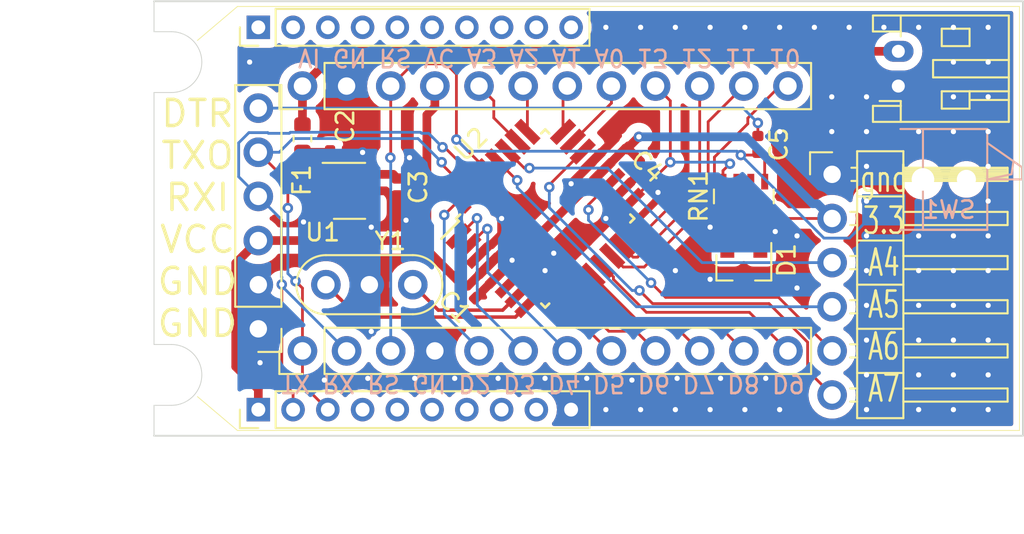
<source format=kicad_pcb>
(kicad_pcb (version 20171130) (host pcbnew "(5.1.2)-1")

  (general
    (thickness 1.6)
    (drawings 27)
    (tracks 374)
    (zones 0)
    (modules 19)
    (nets 34)
  )

  (page A4)
  (layers
    (0 F.Cu signal)
    (31 B.Cu signal)
    (32 B.Adhes user)
    (33 F.Adhes user)
    (34 B.Paste user)
    (35 F.Paste user)
    (36 B.SilkS user)
    (37 F.SilkS user)
    (38 B.Mask user)
    (39 F.Mask user)
    (40 Dwgs.User user)
    (41 Cmts.User user)
    (42 Eco1.User user)
    (43 Eco2.User user)
    (44 Edge.Cuts user)
    (45 Margin user)
    (46 B.CrtYd user)
    (47 F.CrtYd user)
    (48 B.Fab user)
    (49 F.Fab user hide)
  )

  (setup
    (last_trace_width 0.16)
    (user_trace_width 0.16)
    (user_trace_width 0.2)
    (user_trace_width 0.25)
    (user_trace_width 0.3)
    (user_trace_width 0.5)
    (user_trace_width 0.75)
    (user_trace_width 1)
    (trace_clearance 0.2)
    (zone_clearance 0.508)
    (zone_45_only no)
    (trace_min 0.16)
    (via_size 0.6)
    (via_drill 0.3)
    (via_min_size 0.6)
    (via_min_drill 0.3)
    (uvia_size 0.3)
    (uvia_drill 0.1)
    (uvias_allowed no)
    (uvia_min_size 0.2)
    (uvia_min_drill 0.1)
    (edge_width 0.05)
    (segment_width 0.2)
    (pcb_text_width 0.3)
    (pcb_text_size 1.5 1.5)
    (mod_edge_width 0.12)
    (mod_text_size 1 1)
    (mod_text_width 0.15)
    (pad_size 1.7 1.7)
    (pad_drill 1)
    (pad_to_mask_clearance 0.051)
    (solder_mask_min_width 0.25)
    (aux_axis_origin 234.06 146.78)
    (grid_origin 234.06 146.78)
    (visible_elements 7FFFFFFF)
    (pcbplotparams
      (layerselection 0x010f0_ffffffff)
      (usegerberextensions true)
      (usegerberattributes false)
      (usegerberadvancedattributes false)
      (creategerberjobfile false)
      (excludeedgelayer true)
      (linewidth 0.100000)
      (plotframeref false)
      (viasonmask false)
      (mode 1)
      (useauxorigin true)
      (hpglpennumber 1)
      (hpglpenspeed 20)
      (hpglpendiameter 15.000000)
      (psnegative false)
      (psa4output false)
      (plotreference true)
      (plotvalue false)
      (plotinvisibletext false)
      (padsonsilk false)
      (subtractmaskfromsilk false)
      (outputformat 1)
      (mirror false)
      (drillshape 0)
      (scaleselection 1)
      (outputdirectory "wii_controller/"))
  )

  (net 0 "")
  (net 1 GND)
  (net 2 VCC)
  (net 3 "Net-(C2-Pad2)")
  (net 4 DTR)
  (net 5 RESET)
  (net 6 "Net-(D1-Pad1)")
  (net 7 "Net-(D1-Pad2)")
  (net 8 RAW)
  (net 9 RXI)
  (net 10 TXO)
  (net 11 A7)
  (net 12 A6)
  (net 13 A5)
  (net 14 A4)
  (net 15 D2)
  (net 16 D3)
  (net 17 D4)
  (net 18 D5)
  (net 19 D6)
  (net 20 D7)
  (net 21 D8)
  (net 22 D9)
  (net 23 D10)
  (net 24 MOSI)
  (net 25 MISO)
  (net 26 SCK)
  (net 27 A0)
  (net 28 A1)
  (net 29 A2)
  (net 30 A3)
  (net 31 "Net-(U2-Pad7)")
  (net 32 "Net-(U2-Pad8)")
  (net 33 "Net-(RN1-Pad6)")

  (net_class Default "これはデフォルトのネット クラスです。"
    (clearance 0.2)
    (trace_width 0.16)
    (via_dia 0.6)
    (via_drill 0.3)
    (uvia_dia 0.3)
    (uvia_drill 0.1)
    (add_net A0)
    (add_net A1)
    (add_net A2)
    (add_net A3)
    (add_net A4)
    (add_net A5)
    (add_net A6)
    (add_net A7)
    (add_net D10)
    (add_net D2)
    (add_net D3)
    (add_net D4)
    (add_net D5)
    (add_net D6)
    (add_net D7)
    (add_net D8)
    (add_net D9)
    (add_net DTR)
    (add_net GND)
    (add_net MISO)
    (add_net MOSI)
    (add_net "Net-(C2-Pad2)")
    (add_net "Net-(D1-Pad1)")
    (add_net "Net-(D1-Pad2)")
    (add_net "Net-(RN1-Pad6)")
    (add_net "Net-(U2-Pad7)")
    (add_net "Net-(U2-Pad8)")
    (add_net RAW)
    (add_net RESET)
    (add_net RXI)
    (add_net SCK)
    (add_net TXO)
    (add_net VCC)
  )

  (module Morita:ESE22MH4XDK (layer B.Cu) (tedit 5D69111F) (tstamp 5D6976E1)
    (at 268.81 144.53 90)
    (path /5D6A6FDB)
    (fp_text reference SW1 (at -1.75 5) (layer B.SilkS)
      (effects (font (size 1 1) (thickness 0.15)) (justify mirror))
    )
    (fp_text value RST (at 0 0.5 -90) (layer B.Fab)
      (effects (font (size 1 1) (thickness 0.15)) (justify mirror))
    )
    (fp_line (start 0.3 8.6) (end 0 7.2) (layer B.SilkS) (width 0.12))
    (fp_line (start 1 8.7) (end 0.3 8.6) (layer B.SilkS) (width 0.12))
    (fp_line (start 0.7 9.2) (end 2.1 7.2) (layer B.SilkS) (width 0.12))
    (fp_line (start 0 9.2) (end 0.7 9.2) (layer B.SilkS) (width 0.12))
    (fp_line (start 0 7.2) (end 0 9.2) (layer B.SilkS) (width 0.12))
    (fp_line (start -2.9 7.2) (end -2.9 2.2) (layer B.SilkS) (width 0.12))
    (fp_line (start 2.9 7.2) (end 2.9 2.2) (layer B.SilkS) (width 0.12))
    (fp_line (start 2.9 3.5) (end -2.9 3.5) (layer B.SilkS) (width 0.12))
    (fp_line (start 2.9 7.2) (end 2.9 3.5) (layer B.SilkS) (width 0.12))
    (fp_line (start -2.9 7.2) (end 2.9 7.2) (layer B.SilkS) (width 0.12))
    (fp_line (start -2.9 6) (end -2.9 7.2) (layer B.SilkS) (width 0.12))
    (fp_line (start -2.9 3.5) (end -2.9 6) (layer B.SilkS) (width 0.12))
    (pad "" np_thru_hole circle (at 0 6 90) (size 1.1 1.1) (drill 1.1) (layers *.Cu *.Mask))
    (pad "" np_thru_hole circle (at 0 3.5 90) (size 1.3 1.3) (drill 1.3) (layers *.Cu *.Mask))
    (pad 2 smd rect (at 1.75 1.25 90) (size 1.8 2.5) (layers B.Cu B.Paste B.Mask)
      (net 1 GND))
    (pad 1 smd rect (at -1.75 1.25 90) (size 1.8 2.5) (layers B.Cu B.Paste B.Mask)
      (net 5 RESET))
  )

  (module Resistor_SMD:R_Array_Concave_4x0603 (layer F.Cu) (tedit 58E0A85E) (tstamp 5D694E64)
    (at 262.002082 145.507918 90)
    (descr "Thick Film Chip Resistor Array, Wave soldering, Vishay CRA06P (see cra06p.pdf)")
    (tags "resistor array")
    (path /5D6FB9B1)
    (attr smd)
    (fp_text reference RN1 (at 0 -2.6 90) (layer F.SilkS)
      (effects (font (size 1 1) (thickness 0.15)))
    )
    (fp_text value R_Pack04 (at 0 2.6 90) (layer F.Fab)
      (effects (font (size 1 1) (thickness 0.15)))
    )
    (fp_line (start 1.55 1.87) (end -1.55 1.87) (layer F.CrtYd) (width 0.05))
    (fp_line (start 1.55 1.87) (end 1.55 -1.88) (layer F.CrtYd) (width 0.05))
    (fp_line (start -1.55 -1.88) (end -1.55 1.87) (layer F.CrtYd) (width 0.05))
    (fp_line (start -1.55 -1.88) (end 1.55 -1.88) (layer F.CrtYd) (width 0.05))
    (fp_line (start 0.4 -1.72) (end -0.4 -1.72) (layer F.SilkS) (width 0.12))
    (fp_line (start 0.4 1.72) (end -0.4 1.72) (layer F.SilkS) (width 0.12))
    (fp_line (start -0.8 1.6) (end -0.8 -1.6) (layer F.Fab) (width 0.1))
    (fp_line (start 0.8 1.6) (end -0.8 1.6) (layer F.Fab) (width 0.1))
    (fp_line (start 0.8 -1.6) (end 0.8 1.6) (layer F.Fab) (width 0.1))
    (fp_line (start -0.8 -1.6) (end 0.8 -1.6) (layer F.Fab) (width 0.1))
    (fp_text user %R (at 0 0) (layer F.Fab)
      (effects (font (size 0.5 0.5) (thickness 0.075)))
    )
    (pad 5 smd rect (at 0.85 1.2 90) (size 0.9 0.4) (layers F.Cu F.Paste F.Mask)
      (net 5 RESET))
    (pad 6 smd rect (at 0.85 0.4 90) (size 0.9 0.4) (layers F.Cu F.Paste F.Mask)
      (net 33 "Net-(RN1-Pad6)"))
    (pad 7 smd rect (at 0.85 -0.4 90) (size 0.9 0.4) (layers F.Cu F.Paste F.Mask)
      (net 33 "Net-(RN1-Pad6)"))
    (pad 8 smd rect (at 0.85 -1.2 90) (size 0.9 0.4) (layers F.Cu F.Paste F.Mask)
      (net 26 SCK))
    (pad 4 smd rect (at -0.85 1.2 90) (size 0.9 0.4) (layers F.Cu F.Paste F.Mask)
      (net 2 VCC))
    (pad 1 smd rect (at -0.85 -1.2 90) (size 0.9 0.4) (layers F.Cu F.Paste F.Mask)
      (net 7 "Net-(D1-Pad2)"))
    (pad 3 smd rect (at -0.85 0.4 90) (size 0.9 0.4) (layers F.Cu F.Paste F.Mask)
      (net 2 VCC))
    (pad 2 smd rect (at -0.85 -0.4 90) (size 0.9 0.4) (layers F.Cu F.Paste F.Mask)
      (net 6 "Net-(D1-Pad1)"))
    (model ${KISYS3DMOD}/Resistor_SMD.3dshapes/R_Array_Concave_4x0603.wrl
      (at (xyz 0 0 0))
      (scale (xyz 1 1 1))
      (rotate (xyz 0 0 0))
    )
  )

  (module Connector_PinHeader_2.54mm:PinHeader_1x06_P2.54mm_Horizontal (layer F.Cu) (tedit 59FED5CB) (tstamp 5D693FA9)
    (at 267.082082 144.237918)
    (descr "Through hole angled pin header, 1x06, 2.54mm pitch, 6mm pin length, single row")
    (tags "Through hole angled pin header THT 1x06 2.54mm single row")
    (path /5D6E7617)
    (fp_text reference J3 (at 4.385 -2.27) (layer F.SilkS) hide
      (effects (font (size 1 1) (thickness 0.15)))
    )
    (fp_text value i2c+a (at 4.385 14.97) (layer F.Fab)
      (effects (font (size 1 1) (thickness 0.15)))
    )
    (fp_text user %R (at 2.77 6.35 90) (layer F.Fab)
      (effects (font (size 1 1) (thickness 0.15)))
    )
    (fp_line (start 10.55 -1.8) (end -1.8 -1.8) (layer F.CrtYd) (width 0.05))
    (fp_line (start 10.55 14.5) (end 10.55 -1.8) (layer F.CrtYd) (width 0.05))
    (fp_line (start -1.8 14.5) (end 10.55 14.5) (layer F.CrtYd) (width 0.05))
    (fp_line (start -1.8 -1.8) (end -1.8 14.5) (layer F.CrtYd) (width 0.05))
    (fp_line (start -1.27 -1.27) (end 0 -1.27) (layer F.SilkS) (width 0.12))
    (fp_line (start -1.27 0) (end -1.27 -1.27) (layer F.SilkS) (width 0.12))
    (fp_line (start 1.042929 13.08) (end 1.44 13.08) (layer F.SilkS) (width 0.12))
    (fp_line (start 1.042929 12.32) (end 1.44 12.32) (layer F.SilkS) (width 0.12))
    (fp_line (start 10.1 13.08) (end 4.1 13.08) (layer F.SilkS) (width 0.12))
    (fp_line (start 10.1 12.32) (end 10.1 13.08) (layer F.SilkS) (width 0.12))
    (fp_line (start 4.1 12.32) (end 10.1 12.32) (layer F.SilkS) (width 0.12))
    (fp_line (start 1.44 11.43) (end 4.1 11.43) (layer F.SilkS) (width 0.12))
    (fp_line (start 1.042929 10.54) (end 1.44 10.54) (layer F.SilkS) (width 0.12))
    (fp_line (start 1.042929 9.78) (end 1.44 9.78) (layer F.SilkS) (width 0.12))
    (fp_line (start 10.1 10.54) (end 4.1 10.54) (layer F.SilkS) (width 0.12))
    (fp_line (start 10.1 9.78) (end 10.1 10.54) (layer F.SilkS) (width 0.12))
    (fp_line (start 4.1 9.78) (end 10.1 9.78) (layer F.SilkS) (width 0.12))
    (fp_line (start 1.44 8.89) (end 4.1 8.89) (layer F.SilkS) (width 0.12))
    (fp_line (start 1.042929 8) (end 1.44 8) (layer F.SilkS) (width 0.12))
    (fp_line (start 1.042929 7.24) (end 1.44 7.24) (layer F.SilkS) (width 0.12))
    (fp_line (start 10.1 8) (end 4.1 8) (layer F.SilkS) (width 0.12))
    (fp_line (start 10.1 7.24) (end 10.1 8) (layer F.SilkS) (width 0.12))
    (fp_line (start 4.1 7.24) (end 10.1 7.24) (layer F.SilkS) (width 0.12))
    (fp_line (start 1.44 6.35) (end 4.1 6.35) (layer F.SilkS) (width 0.12))
    (fp_line (start 1.042929 5.46) (end 1.44 5.46) (layer F.SilkS) (width 0.12))
    (fp_line (start 1.042929 4.7) (end 1.44 4.7) (layer F.SilkS) (width 0.12))
    (fp_line (start 10.1 5.46) (end 4.1 5.46) (layer F.SilkS) (width 0.12))
    (fp_line (start 10.1 4.7) (end 10.1 5.46) (layer F.SilkS) (width 0.12))
    (fp_line (start 4.1 4.7) (end 10.1 4.7) (layer F.SilkS) (width 0.12))
    (fp_line (start 1.44 3.81) (end 4.1 3.81) (layer F.SilkS) (width 0.12))
    (fp_line (start 1.042929 2.92) (end 1.44 2.92) (layer F.SilkS) (width 0.12))
    (fp_line (start 1.042929 2.16) (end 1.44 2.16) (layer F.SilkS) (width 0.12))
    (fp_line (start 10.1 2.92) (end 4.1 2.92) (layer F.SilkS) (width 0.12))
    (fp_line (start 10.1 2.16) (end 10.1 2.92) (layer F.SilkS) (width 0.12))
    (fp_line (start 4.1 2.16) (end 10.1 2.16) (layer F.SilkS) (width 0.12))
    (fp_line (start 1.44 1.27) (end 4.1 1.27) (layer F.SilkS) (width 0.12))
    (fp_line (start 1.11 0.38) (end 1.44 0.38) (layer F.SilkS) (width 0.12))
    (fp_line (start 1.11 -0.38) (end 1.44 -0.38) (layer F.SilkS) (width 0.12))
    (fp_line (start 4.1 0.28) (end 10.1 0.28) (layer F.SilkS) (width 0.12))
    (fp_line (start 4.1 0.16) (end 10.1 0.16) (layer F.SilkS) (width 0.12))
    (fp_line (start 4.1 0.04) (end 10.1 0.04) (layer F.SilkS) (width 0.12))
    (fp_line (start 4.1 -0.08) (end 10.1 -0.08) (layer F.SilkS) (width 0.12))
    (fp_line (start 4.1 -0.2) (end 10.1 -0.2) (layer F.SilkS) (width 0.12))
    (fp_line (start 4.1 -0.32) (end 10.1 -0.32) (layer F.SilkS) (width 0.12))
    (fp_line (start 10.1 0.38) (end 4.1 0.38) (layer F.SilkS) (width 0.12))
    (fp_line (start 10.1 -0.38) (end 10.1 0.38) (layer F.SilkS) (width 0.12))
    (fp_line (start 4.1 -0.38) (end 10.1 -0.38) (layer F.SilkS) (width 0.12))
    (fp_line (start 4.1 -1.33) (end 1.44 -1.33) (layer F.SilkS) (width 0.12))
    (fp_line (start 4.1 14.03) (end 4.1 -1.33) (layer F.SilkS) (width 0.12))
    (fp_line (start 1.44 14.03) (end 4.1 14.03) (layer F.SilkS) (width 0.12))
    (fp_line (start 1.44 -1.33) (end 1.44 14.03) (layer F.SilkS) (width 0.12))
    (fp_line (start 4.04 13.02) (end 10.04 13.02) (layer F.Fab) (width 0.1))
    (fp_line (start 10.04 12.38) (end 10.04 13.02) (layer F.Fab) (width 0.1))
    (fp_line (start 4.04 12.38) (end 10.04 12.38) (layer F.Fab) (width 0.1))
    (fp_line (start -0.32 13.02) (end 1.5 13.02) (layer F.Fab) (width 0.1))
    (fp_line (start -0.32 12.38) (end -0.32 13.02) (layer F.Fab) (width 0.1))
    (fp_line (start -0.32 12.38) (end 1.5 12.38) (layer F.Fab) (width 0.1))
    (fp_line (start 4.04 10.48) (end 10.04 10.48) (layer F.Fab) (width 0.1))
    (fp_line (start 10.04 9.84) (end 10.04 10.48) (layer F.Fab) (width 0.1))
    (fp_line (start 4.04 9.84) (end 10.04 9.84) (layer F.Fab) (width 0.1))
    (fp_line (start -0.32 10.48) (end 1.5 10.48) (layer F.Fab) (width 0.1))
    (fp_line (start -0.32 9.84) (end -0.32 10.48) (layer F.Fab) (width 0.1))
    (fp_line (start -0.32 9.84) (end 1.5 9.84) (layer F.Fab) (width 0.1))
    (fp_line (start 4.04 7.94) (end 10.04 7.94) (layer F.Fab) (width 0.1))
    (fp_line (start 10.04 7.3) (end 10.04 7.94) (layer F.Fab) (width 0.1))
    (fp_line (start 4.04 7.3) (end 10.04 7.3) (layer F.Fab) (width 0.1))
    (fp_line (start -0.32 7.94) (end 1.5 7.94) (layer F.Fab) (width 0.1))
    (fp_line (start -0.32 7.3) (end -0.32 7.94) (layer F.Fab) (width 0.1))
    (fp_line (start -0.32 7.3) (end 1.5 7.3) (layer F.Fab) (width 0.1))
    (fp_line (start 4.04 5.4) (end 10.04 5.4) (layer F.Fab) (width 0.1))
    (fp_line (start 10.04 4.76) (end 10.04 5.4) (layer F.Fab) (width 0.1))
    (fp_line (start 4.04 4.76) (end 10.04 4.76) (layer F.Fab) (width 0.1))
    (fp_line (start -0.32 5.4) (end 1.5 5.4) (layer F.Fab) (width 0.1))
    (fp_line (start -0.32 4.76) (end -0.32 5.4) (layer F.Fab) (width 0.1))
    (fp_line (start -0.32 4.76) (end 1.5 4.76) (layer F.Fab) (width 0.1))
    (fp_line (start 4.04 2.86) (end 10.04 2.86) (layer F.Fab) (width 0.1))
    (fp_line (start 10.04 2.22) (end 10.04 2.86) (layer F.Fab) (width 0.1))
    (fp_line (start 4.04 2.22) (end 10.04 2.22) (layer F.Fab) (width 0.1))
    (fp_line (start -0.32 2.86) (end 1.5 2.86) (layer F.Fab) (width 0.1))
    (fp_line (start -0.32 2.22) (end -0.32 2.86) (layer F.Fab) (width 0.1))
    (fp_line (start -0.32 2.22) (end 1.5 2.22) (layer F.Fab) (width 0.1))
    (fp_line (start 4.04 0.32) (end 10.04 0.32) (layer F.Fab) (width 0.1))
    (fp_line (start 10.04 -0.32) (end 10.04 0.32) (layer F.Fab) (width 0.1))
    (fp_line (start 4.04 -0.32) (end 10.04 -0.32) (layer F.Fab) (width 0.1))
    (fp_line (start -0.32 0.32) (end 1.5 0.32) (layer F.Fab) (width 0.1))
    (fp_line (start -0.32 -0.32) (end -0.32 0.32) (layer F.Fab) (width 0.1))
    (fp_line (start -0.32 -0.32) (end 1.5 -0.32) (layer F.Fab) (width 0.1))
    (fp_line (start 1.5 -0.635) (end 2.135 -1.27) (layer F.Fab) (width 0.1))
    (fp_line (start 1.5 13.97) (end 1.5 -0.635) (layer F.Fab) (width 0.1))
    (fp_line (start 4.04 13.97) (end 1.5 13.97) (layer F.Fab) (width 0.1))
    (fp_line (start 4.04 -1.27) (end 4.04 13.97) (layer F.Fab) (width 0.1))
    (fp_line (start 2.135 -1.27) (end 4.04 -1.27) (layer F.Fab) (width 0.1))
    (pad 6 thru_hole oval (at 0 12.7) (size 1.7 1.7) (drill 1) (layers *.Cu *.Mask)
      (net 11 A7))
    (pad 5 thru_hole oval (at 0 10.16) (size 1.7 1.7) (drill 1) (layers *.Cu *.Mask)
      (net 12 A6))
    (pad 4 thru_hole oval (at 0 7.62) (size 1.7 1.7) (drill 1) (layers *.Cu *.Mask)
      (net 13 A5))
    (pad 3 thru_hole oval (at 0 5.08) (size 1.7 1.7) (drill 1) (layers *.Cu *.Mask)
      (net 14 A4))
    (pad 2 thru_hole oval (at 0 2.54) (size 1.7 1.7) (drill 1) (layers *.Cu *.Mask)
      (net 2 VCC))
    (pad 1 thru_hole rect (at 0 0) (size 1.7 1.7) (drill 1) (layers *.Cu *.Mask)
      (net 1 GND))
    (model ${KISYS3DMOD}/Connector_PinHeader_2.54mm.3dshapes/PinHeader_1x06_P2.54mm_Horizontal.wrl
      (at (xyz 0 0 0))
      (scale (xyz 1 1 1))
      (rotate (xyz 0 0 0))
    )
  )

  (module Capacitor_SMD:C_0402_1005Metric (layer F.Cu) (tedit 5B301BBE) (tstamp 5D693914)
    (at 246.205028 151.020866 135)
    (descr "Capacitor SMD 0402 (1005 Metric), square (rectangular) end terminal, IPC_7351 nominal, (Body size source: http://www.tortai-tech.com/upload/download/2011102023233369053.pdf), generated with kicad-footprint-generator")
    (tags capacitor)
    (path /5D6E85EC)
    (attr smd)
    (fp_text reference C1 (at 0 -1.17 135) (layer F.SilkS)
      (effects (font (size 1 1) (thickness 0.15)))
    )
    (fp_text value 0.1u (at 0 1.17 135) (layer F.Fab)
      (effects (font (size 1 1) (thickness 0.15)))
    )
    (fp_line (start -0.5 0.25) (end -0.5 -0.25) (layer F.Fab) (width 0.1))
    (fp_line (start -0.5 -0.25) (end 0.5 -0.25) (layer F.Fab) (width 0.1))
    (fp_line (start 0.5 -0.25) (end 0.5 0.25) (layer F.Fab) (width 0.1))
    (fp_line (start 0.5 0.25) (end -0.5 0.25) (layer F.Fab) (width 0.1))
    (fp_line (start -0.93 0.47) (end -0.93 -0.47) (layer F.CrtYd) (width 0.05))
    (fp_line (start -0.93 -0.47) (end 0.93 -0.47) (layer F.CrtYd) (width 0.05))
    (fp_line (start 0.93 -0.47) (end 0.93 0.47) (layer F.CrtYd) (width 0.05))
    (fp_line (start 0.93 0.47) (end -0.93 0.47) (layer F.CrtYd) (width 0.05))
    (fp_text user %R (at 0 0 135) (layer F.Fab)
      (effects (font (size 0.25 0.25) (thickness 0.04)))
    )
    (pad 1 smd roundrect (at -0.485 0 135) (size 0.59 0.64) (layers F.Cu F.Paste F.Mask) (roundrect_rratio 0.25)
      (net 1 GND))
    (pad 2 smd roundrect (at 0.485 0 135) (size 0.59 0.64) (layers F.Cu F.Paste F.Mask) (roundrect_rratio 0.25)
      (net 2 VCC))
    (model ${KISYS3DMOD}/Capacitor_SMD.3dshapes/C_0402_1005Metric.wrl
      (at (xyz 0 0 0))
      (scale (xyz 1 1 1))
      (rotate (xyz 0 0 0))
    )
  )

  (module Capacitor_SMD:C_0402_1005Metric (layer F.Cu) (tedit 5B301BBE) (tstamp 5D693923)
    (at 238.677081 142.877918 180)
    (descr "Capacitor SMD 0402 (1005 Metric), square (rectangular) end terminal, IPC_7351 nominal, (Body size source: http://www.tortai-tech.com/upload/download/2011102023233369053.pdf), generated with kicad-footprint-generator")
    (tags capacitor)
    (path /5D6C5928)
    (attr smd)
    (fp_text reference C2 (at -0.385 1.4 270) (layer F.SilkS)
      (effects (font (size 1 1) (thickness 0.15)))
    )
    (fp_text value 0.1u (at 0 1.17) (layer F.Fab)
      (effects (font (size 1 1) (thickness 0.15)))
    )
    (fp_text user %R (at 0 0) (layer F.Fab)
      (effects (font (size 0.25 0.25) (thickness 0.04)))
    )
    (fp_line (start 0.93 0.47) (end -0.93 0.47) (layer F.CrtYd) (width 0.05))
    (fp_line (start 0.93 -0.47) (end 0.93 0.47) (layer F.CrtYd) (width 0.05))
    (fp_line (start -0.93 -0.47) (end 0.93 -0.47) (layer F.CrtYd) (width 0.05))
    (fp_line (start -0.93 0.47) (end -0.93 -0.47) (layer F.CrtYd) (width 0.05))
    (fp_line (start 0.5 0.25) (end -0.5 0.25) (layer F.Fab) (width 0.1))
    (fp_line (start 0.5 -0.25) (end 0.5 0.25) (layer F.Fab) (width 0.1))
    (fp_line (start -0.5 -0.25) (end 0.5 -0.25) (layer F.Fab) (width 0.1))
    (fp_line (start -0.5 0.25) (end -0.5 -0.25) (layer F.Fab) (width 0.1))
    (pad 2 smd roundrect (at 0.485 0 180) (size 0.59 0.64) (layers F.Cu F.Paste F.Mask) (roundrect_rratio 0.25)
      (net 3 "Net-(C2-Pad2)"))
    (pad 1 smd roundrect (at -0.485 0 180) (size 0.59 0.64) (layers F.Cu F.Paste F.Mask) (roundrect_rratio 0.25)
      (net 1 GND))
    (model ${KISYS3DMOD}/Capacitor_SMD.3dshapes/C_0402_1005Metric.wrl
      (at (xyz 0 0 0))
      (scale (xyz 1 1 1))
      (rotate (xyz 0 0 0))
    )
  )

  (module Capacitor_SMD:C_0402_1005Metric (layer F.Cu) (tedit 5B301BBE) (tstamp 5D693932)
    (at 242.062082 144.962919 90)
    (descr "Capacitor SMD 0402 (1005 Metric), square (rectangular) end terminal, IPC_7351 nominal, (Body size source: http://www.tortai-tech.com/upload/download/2011102023233369053.pdf), generated with kicad-footprint-generator")
    (tags capacitor)
    (path /5D6BF97E)
    (attr smd)
    (fp_text reference C3 (at -0.015 1.2 90) (layer F.SilkS)
      (effects (font (size 1 1) (thickness 0.15)))
    )
    (fp_text value 2.2u (at 0 1.17 90) (layer F.Fab)
      (effects (font (size 1 1) (thickness 0.15)))
    )
    (fp_line (start -0.5 0.25) (end -0.5 -0.25) (layer F.Fab) (width 0.1))
    (fp_line (start -0.5 -0.25) (end 0.5 -0.25) (layer F.Fab) (width 0.1))
    (fp_line (start 0.5 -0.25) (end 0.5 0.25) (layer F.Fab) (width 0.1))
    (fp_line (start 0.5 0.25) (end -0.5 0.25) (layer F.Fab) (width 0.1))
    (fp_line (start -0.93 0.47) (end -0.93 -0.47) (layer F.CrtYd) (width 0.05))
    (fp_line (start -0.93 -0.47) (end 0.93 -0.47) (layer F.CrtYd) (width 0.05))
    (fp_line (start 0.93 -0.47) (end 0.93 0.47) (layer F.CrtYd) (width 0.05))
    (fp_line (start 0.93 0.47) (end -0.93 0.47) (layer F.CrtYd) (width 0.05))
    (fp_text user %R (at 0 0 90) (layer F.Fab)
      (effects (font (size 0.25 0.25) (thickness 0.04)))
    )
    (pad 1 smd roundrect (at -0.485 0 90) (size 0.59 0.64) (layers F.Cu F.Paste F.Mask) (roundrect_rratio 0.25)
      (net 1 GND))
    (pad 2 smd roundrect (at 0.485 0 90) (size 0.59 0.64) (layers F.Cu F.Paste F.Mask) (roundrect_rratio 0.25)
      (net 2 VCC))
    (model ${KISYS3DMOD}/Capacitor_SMD.3dshapes/C_0402_1005Metric.wrl
      (at (xyz 0 0 0))
      (scale (xyz 1 1 1))
      (rotate (xyz 0 0 0))
    )
  )

  (module Capacitor_SMD:C_0402_1005Metric (layer F.Cu) (tedit 5B301BBE) (tstamp 5D693941)
    (at 254.962081 142.377919 315)
    (descr "Capacitor SMD 0402 (1005 Metric), square (rectangular) end terminal, IPC_7351 nominal, (Body size source: http://www.tortai-tech.com/upload/download/2011102023233369053.pdf), generated with kicad-footprint-generator")
    (tags capacitor)
    (path /5D6AC007)
    (attr smd)
    (fp_text reference C4 (at 2.05061 -0.070711 135) (layer F.SilkS)
      (effects (font (size 1 1) (thickness 0.15)))
    )
    (fp_text value 0.1u (at 0 1.17 135) (layer F.Fab)
      (effects (font (size 1 1) (thickness 0.15)))
    )
    (fp_line (start -0.5 0.25) (end -0.5 -0.25) (layer F.Fab) (width 0.1))
    (fp_line (start -0.5 -0.25) (end 0.5 -0.25) (layer F.Fab) (width 0.1))
    (fp_line (start 0.5 -0.25) (end 0.5 0.25) (layer F.Fab) (width 0.1))
    (fp_line (start 0.5 0.25) (end -0.5 0.25) (layer F.Fab) (width 0.1))
    (fp_line (start -0.93 0.47) (end -0.93 -0.47) (layer F.CrtYd) (width 0.05))
    (fp_line (start -0.93 -0.47) (end 0.93 -0.47) (layer F.CrtYd) (width 0.05))
    (fp_line (start 0.93 -0.47) (end 0.93 0.47) (layer F.CrtYd) (width 0.05))
    (fp_line (start 0.93 0.47) (end -0.93 0.47) (layer F.CrtYd) (width 0.05))
    (fp_text user %R (at 0 0 135) (layer F.Fab)
      (effects (font (size 0.25 0.25) (thickness 0.04)))
    )
    (pad 1 smd roundrect (at -0.485 0 315) (size 0.59 0.64) (layers F.Cu F.Paste F.Mask) (roundrect_rratio 0.25)
      (net 1 GND))
    (pad 2 smd roundrect (at 0.485 0 315) (size 0.59 0.64) (layers F.Cu F.Paste F.Mask) (roundrect_rratio 0.25)
      (net 2 VCC))
    (model ${KISYS3DMOD}/Capacitor_SMD.3dshapes/C_0402_1005Metric.wrl
      (at (xyz 0 0 0))
      (scale (xyz 1 1 1))
      (rotate (xyz 0 0 0))
    )
  )

  (module Capacitor_SMD:C_0402_1005Metric (layer F.Cu) (tedit 5B301BBE) (tstamp 5D693950)
    (at 262.81 142.515 90)
    (descr "Capacitor SMD 0402 (1005 Metric), square (rectangular) end terminal, IPC_7351 nominal, (Body size source: http://www.tortai-tech.com/upload/download/2011102023233369053.pdf), generated with kicad-footprint-generator")
    (tags capacitor)
    (path /5D6C917B)
    (attr smd)
    (fp_text reference C5 (at 0 1.2 90) (layer F.SilkS)
      (effects (font (size 1 1) (thickness 0.15)))
    )
    (fp_text value 0.1u (at 0 1.17 90) (layer F.Fab)
      (effects (font (size 1 1) (thickness 0.15)))
    )
    (fp_text user %R (at 0 0 90) (layer F.Fab)
      (effects (font (size 0.25 0.25) (thickness 0.04)))
    )
    (fp_line (start 0.93 0.47) (end -0.93 0.47) (layer F.CrtYd) (width 0.05))
    (fp_line (start 0.93 -0.47) (end 0.93 0.47) (layer F.CrtYd) (width 0.05))
    (fp_line (start -0.93 -0.47) (end 0.93 -0.47) (layer F.CrtYd) (width 0.05))
    (fp_line (start -0.93 0.47) (end -0.93 -0.47) (layer F.CrtYd) (width 0.05))
    (fp_line (start 0.5 0.25) (end -0.5 0.25) (layer F.Fab) (width 0.1))
    (fp_line (start 0.5 -0.25) (end 0.5 0.25) (layer F.Fab) (width 0.1))
    (fp_line (start -0.5 -0.25) (end 0.5 -0.25) (layer F.Fab) (width 0.1))
    (fp_line (start -0.5 0.25) (end -0.5 -0.25) (layer F.Fab) (width 0.1))
    (pad 2 smd roundrect (at 0.485 0 90) (size 0.59 0.64) (layers F.Cu F.Paste F.Mask) (roundrect_rratio 0.25)
      (net 4 DTR))
    (pad 1 smd roundrect (at -0.485 0 90) (size 0.59 0.64) (layers F.Cu F.Paste F.Mask) (roundrect_rratio 0.25)
      (net 5 RESET))
    (model ${KISYS3DMOD}/Capacitor_SMD.3dshapes/C_0402_1005Metric.wrl
      (at (xyz 0 0 0))
      (scale (xyz 1 1 1))
      (rotate (xyz 0 0 0))
    )
  )

  (module Package_TO_SOT_SMD:SOT-23 (layer F.Cu) (tedit 5A02FF57) (tstamp 5D693965)
    (at 262.002082 149.587919 270)
    (descr "SOT-23, Standard")
    (tags SOT-23)
    (path /5D6F5CEC)
    (attr smd)
    (fp_text reference D1 (at -0.41 -2.46 90) (layer F.SilkS)
      (effects (font (size 1 1) (thickness 0.15)))
    )
    (fp_text value LED_Dual_AAC (at 0 2.5 90) (layer F.Fab)
      (effects (font (size 1 1) (thickness 0.15)))
    )
    (fp_text user %R (at 0 0) (layer F.Fab)
      (effects (font (size 0.5 0.5) (thickness 0.075)))
    )
    (fp_line (start -0.7 -0.95) (end -0.7 1.5) (layer F.Fab) (width 0.1))
    (fp_line (start -0.15 -1.52) (end 0.7 -1.52) (layer F.Fab) (width 0.1))
    (fp_line (start -0.7 -0.95) (end -0.15 -1.52) (layer F.Fab) (width 0.1))
    (fp_line (start 0.7 -1.52) (end 0.7 1.52) (layer F.Fab) (width 0.1))
    (fp_line (start -0.7 1.52) (end 0.7 1.52) (layer F.Fab) (width 0.1))
    (fp_line (start 0.76 1.58) (end 0.76 0.65) (layer F.SilkS) (width 0.12))
    (fp_line (start 0.76 -1.58) (end 0.76 -0.65) (layer F.SilkS) (width 0.12))
    (fp_line (start -1.7 -1.75) (end 1.7 -1.75) (layer F.CrtYd) (width 0.05))
    (fp_line (start 1.7 -1.75) (end 1.7 1.75) (layer F.CrtYd) (width 0.05))
    (fp_line (start 1.7 1.75) (end -1.7 1.75) (layer F.CrtYd) (width 0.05))
    (fp_line (start -1.7 1.75) (end -1.7 -1.75) (layer F.CrtYd) (width 0.05))
    (fp_line (start 0.76 -1.58) (end -1.4 -1.58) (layer F.SilkS) (width 0.12))
    (fp_line (start 0.76 1.58) (end -0.7 1.58) (layer F.SilkS) (width 0.12))
    (pad 1 smd rect (at -1 -0.95 270) (size 0.9 0.8) (layers F.Cu F.Paste F.Mask)
      (net 6 "Net-(D1-Pad1)"))
    (pad 2 smd rect (at -1 0.95 270) (size 0.9 0.8) (layers F.Cu F.Paste F.Mask)
      (net 7 "Net-(D1-Pad2)"))
    (pad 3 smd rect (at 1 0 270) (size 0.9 0.8) (layers F.Cu F.Paste F.Mask)
      (net 1 GND))
    (model ${KISYS3DMOD}/Package_TO_SOT_SMD.3dshapes/SOT-23.wrl
      (at (xyz 0 0 0))
      (scale (xyz 1 1 1))
      (rotate (xyz 0 0 0))
    )
  )

  (module Fuse:Fuse_0603_1608Metric (layer F.Cu) (tedit 5B301BBE) (tstamp 5D693976)
    (at 236.602081 142.180417 270)
    (descr "Fuse SMD 0603 (1608 Metric), square (rectangular) end terminal, IPC_7351 nominal, (Body size source: http://www.tortai-tech.com/upload/download/2011102023233369053.pdf), generated with kicad-footprint-generator")
    (tags resistor)
    (path /5D69814A)
    (attr smd)
    (fp_text reference F1 (at 2.397501 0.04 90) (layer F.SilkS)
      (effects (font (size 1 1) (thickness 0.15)))
    )
    (fp_text value P-14314 (at 0 1.43 90) (layer F.Fab)
      (effects (font (size 1 1) (thickness 0.15)))
    )
    (fp_line (start -0.8 0.4) (end -0.8 -0.4) (layer F.Fab) (width 0.1))
    (fp_line (start -0.8 -0.4) (end 0.8 -0.4) (layer F.Fab) (width 0.1))
    (fp_line (start 0.8 -0.4) (end 0.8 0.4) (layer F.Fab) (width 0.1))
    (fp_line (start 0.8 0.4) (end -0.8 0.4) (layer F.Fab) (width 0.1))
    (fp_line (start -0.162779 -0.51) (end 0.162779 -0.51) (layer F.SilkS) (width 0.12))
    (fp_line (start -0.162779 0.51) (end 0.162779 0.51) (layer F.SilkS) (width 0.12))
    (fp_line (start -1.48 0.73) (end -1.48 -0.73) (layer F.CrtYd) (width 0.05))
    (fp_line (start -1.48 -0.73) (end 1.48 -0.73) (layer F.CrtYd) (width 0.05))
    (fp_line (start 1.48 -0.73) (end 1.48 0.73) (layer F.CrtYd) (width 0.05))
    (fp_line (start 1.48 0.73) (end -1.48 0.73) (layer F.CrtYd) (width 0.05))
    (fp_text user %R (at 0 0 90) (layer F.Fab)
      (effects (font (size 0.4 0.4) (thickness 0.06)))
    )
    (pad 1 smd roundrect (at -0.7875 0 270) (size 0.875 0.95) (layers F.Cu F.Paste F.Mask) (roundrect_rratio 0.25)
      (net 8 RAW))
    (pad 2 smd roundrect (at 0.7875 0 270) (size 0.875 0.95) (layers F.Cu F.Paste F.Mask) (roundrect_rratio 0.25)
      (net 3 "Net-(C2-Pad2)"))
    (model ${KISYS3DMOD}/Fuse.3dshapes/Fuse_0603_1608Metric.wrl
      (at (xyz 0 0 0))
      (scale (xyz 1 1 1))
      (rotate (xyz 0 0 0))
    )
  )

  (module Connector_JST:JST_PH_S2B-PH-K_1x02_P2.00mm_Horizontal (layer F.Cu) (tedit 5B7745C6) (tstamp 5D6965C1)
    (at 270.892081 139.157918 90)
    (descr "JST PH series connector, S2B-PH-K (http://www.jst-mfg.com/product/pdf/eng/ePH.pdf), generated with kicad-footprint-generator")
    (tags "connector JST PH top entry")
    (path /5D6A14EA)
    (fp_text reference J1 (at 1 -2.55 90) (layer F.SilkS) hide
      (effects (font (size 1 1) (thickness 0.15)))
    )
    (fp_text value ph (at 1 7.45 90) (layer F.Fab)
      (effects (font (size 1 1) (thickness 0.15)))
    )
    (fp_line (start -0.86 0.14) (end -1.14 0.14) (layer F.SilkS) (width 0.12))
    (fp_line (start -1.14 0.14) (end -1.14 -1.46) (layer F.SilkS) (width 0.12))
    (fp_line (start -1.14 -1.46) (end -2.06 -1.46) (layer F.SilkS) (width 0.12))
    (fp_line (start -2.06 -1.46) (end -2.06 6.36) (layer F.SilkS) (width 0.12))
    (fp_line (start -2.06 6.36) (end 4.06 6.36) (layer F.SilkS) (width 0.12))
    (fp_line (start 4.06 6.36) (end 4.06 -1.46) (layer F.SilkS) (width 0.12))
    (fp_line (start 4.06 -1.46) (end 3.14 -1.46) (layer F.SilkS) (width 0.12))
    (fp_line (start 3.14 -1.46) (end 3.14 0.14) (layer F.SilkS) (width 0.12))
    (fp_line (start 3.14 0.14) (end 2.86 0.14) (layer F.SilkS) (width 0.12))
    (fp_line (start 0.5 6.36) (end 0.5 2) (layer F.SilkS) (width 0.12))
    (fp_line (start 0.5 2) (end 1.5 2) (layer F.SilkS) (width 0.12))
    (fp_line (start 1.5 2) (end 1.5 6.36) (layer F.SilkS) (width 0.12))
    (fp_line (start -2.06 0.14) (end -1.14 0.14) (layer F.SilkS) (width 0.12))
    (fp_line (start 4.06 0.14) (end 3.14 0.14) (layer F.SilkS) (width 0.12))
    (fp_line (start -1.3 2.5) (end -1.3 4.1) (layer F.SilkS) (width 0.12))
    (fp_line (start -1.3 4.1) (end -0.3 4.1) (layer F.SilkS) (width 0.12))
    (fp_line (start -0.3 4.1) (end -0.3 2.5) (layer F.SilkS) (width 0.12))
    (fp_line (start -0.3 2.5) (end -1.3 2.5) (layer F.SilkS) (width 0.12))
    (fp_line (start 3.3 2.5) (end 3.3 4.1) (layer F.SilkS) (width 0.12))
    (fp_line (start 3.3 4.1) (end 2.3 4.1) (layer F.SilkS) (width 0.12))
    (fp_line (start 2.3 4.1) (end 2.3 2.5) (layer F.SilkS) (width 0.12))
    (fp_line (start 2.3 2.5) (end 3.3 2.5) (layer F.SilkS) (width 0.12))
    (fp_line (start -0.3 4.1) (end -0.3 6.36) (layer F.SilkS) (width 0.12))
    (fp_line (start -0.8 4.1) (end -0.8 6.36) (layer F.SilkS) (width 0.12))
    (fp_line (start -2.45 -1.85) (end -2.45 6.75) (layer F.CrtYd) (width 0.05))
    (fp_line (start -2.45 6.75) (end 4.45 6.75) (layer F.CrtYd) (width 0.05))
    (fp_line (start 4.45 6.75) (end 4.45 -1.85) (layer F.CrtYd) (width 0.05))
    (fp_line (start 4.45 -1.85) (end -2.45 -1.85) (layer F.CrtYd) (width 0.05))
    (fp_line (start -1.25 0.25) (end -1.25 -1.35) (layer F.Fab) (width 0.1))
    (fp_line (start -1.25 -1.35) (end -1.95 -1.35) (layer F.Fab) (width 0.1))
    (fp_line (start -1.95 -1.35) (end -1.95 6.25) (layer F.Fab) (width 0.1))
    (fp_line (start -1.95 6.25) (end 3.95 6.25) (layer F.Fab) (width 0.1))
    (fp_line (start 3.95 6.25) (end 3.95 -1.35) (layer F.Fab) (width 0.1))
    (fp_line (start 3.95 -1.35) (end 3.25 -1.35) (layer F.Fab) (width 0.1))
    (fp_line (start 3.25 -1.35) (end 3.25 0.25) (layer F.Fab) (width 0.1))
    (fp_line (start 3.25 0.25) (end -1.25 0.25) (layer F.Fab) (width 0.1))
    (fp_line (start -0.86 0.14) (end -0.86 -1.075) (layer F.SilkS) (width 0.12))
    (fp_line (start 0 0.875) (end -0.5 1.375) (layer F.Fab) (width 0.1))
    (fp_line (start -0.5 1.375) (end 0.5 1.375) (layer F.Fab) (width 0.1))
    (fp_line (start 0.5 1.375) (end 0 0.875) (layer F.Fab) (width 0.1))
    (fp_text user %R (at 1 2.5 90) (layer F.Fab)
      (effects (font (size 1 1) (thickness 0.15)))
    )
    (pad 1 thru_hole roundrect (at 0 0 90) (size 1.2 1.75) (drill 0.75) (layers *.Cu *.Mask) (roundrect_rratio 0.208333)
      (net 1 GND))
    (pad 2 thru_hole oval (at 2 0 90) (size 1.2 1.75) (drill 0.75) (layers *.Cu *.Mask)
      (net 8 RAW))
    (model ${KISYS3DMOD}/Connector_JST.3dshapes/JST_PH_S2B-PH-K_1x02_P2.00mm_Horizontal.wrl
      (at (xyz 0 0 0))
      (scale (xyz 1 1 1))
      (rotate (xyz 0 0 0))
    )
  )

  (module Connector_PinHeader_2.54mm:PinHeader_1x06_P2.54mm_Vertical (layer F.Cu) (tedit 5D68EBA9) (tstamp 5D6939BF)
    (at 234.062082 153.127918 180)
    (descr "Through hole straight pin header, 1x06, 2.54mm pitch, single row")
    (tags "Through hole pin header THT 1x06 2.54mm single row")
    (path /5D6CF667)
    (fp_text reference J2 (at 0 -2.33) (layer F.SilkS) hide
      (effects (font (size 1 1) (thickness 0.15)))
    )
    (fp_text value FTDI (at 0 15.03) (layer F.Fab)
      (effects (font (size 1 1) (thickness 0.15)))
    )
    (fp_line (start -0.635 -1.27) (end 1.27 -1.27) (layer F.Fab) (width 0.1))
    (fp_line (start 1.27 -1.27) (end 1.27 13.97) (layer F.Fab) (width 0.1))
    (fp_line (start 1.27 13.97) (end -1.27 13.97) (layer F.Fab) (width 0.1))
    (fp_line (start -1.27 13.97) (end -1.27 -0.635) (layer F.Fab) (width 0.1))
    (fp_line (start -1.27 -0.635) (end -0.635 -1.27) (layer F.Fab) (width 0.1))
    (fp_line (start -1.33 14.03) (end 1.33 14.03) (layer F.SilkS) (width 0.12))
    (fp_line (start -1.33 1.27) (end -1.33 14.03) (layer F.SilkS) (width 0.12))
    (fp_line (start 1.33 1.27) (end 1.33 14.03) (layer F.SilkS) (width 0.12))
    (fp_line (start -1.33 1.27) (end 1.33 1.27) (layer F.SilkS) (width 0.12))
    (fp_line (start -1.33 0) (end -1.33 -1.33) (layer F.SilkS) (width 0.12))
    (fp_line (start -1.33 -1.33) (end 0 -1.33) (layer F.SilkS) (width 0.12))
    (fp_line (start -1.8 -1.8) (end -1.8 14.5) (layer F.CrtYd) (width 0.05))
    (fp_line (start -1.8 14.5) (end 1.8 14.5) (layer F.CrtYd) (width 0.05))
    (fp_line (start 1.8 14.5) (end 1.8 -1.8) (layer F.CrtYd) (width 0.05))
    (fp_line (start 1.8 -1.8) (end -1.8 -1.8) (layer F.CrtYd) (width 0.05))
    (fp_text user %R (at 0 6.35 90) (layer F.Fab)
      (effects (font (size 1 1) (thickness 0.15)))
    )
    (pad 1 thru_hole circle (at 0 0 180) (size 1.7 1.7) (drill 1) (layers *.Cu *.Mask)
      (net 1 GND))
    (pad 2 thru_hole oval (at 0 2.54 180) (size 1.7 1.7) (drill 1) (layers *.Cu *.Mask)
      (net 1 GND))
    (pad 3 thru_hole oval (at 0 5.08 180) (size 1.7 1.7) (drill 1) (layers *.Cu *.Mask)
      (net 2 VCC))
    (pad 4 thru_hole oval (at 0 7.62 180) (size 1.7 1.7) (drill 1) (layers *.Cu *.Mask)
      (net 9 RXI))
    (pad 5 thru_hole oval (at 0 10.16 180) (size 1.7 1.7) (drill 1) (layers *.Cu *.Mask)
      (net 10 TXO))
    (pad 6 thru_hole oval (at 0 12.7 180) (size 1.7 1.7) (drill 1) (layers *.Cu *.Mask)
      (net 4 DTR))
    (model ${KISYS3DMOD}/Connector_PinHeader_2.54mm.3dshapes/PinHeader_1x06_P2.54mm_Vertical.wrl
      (at (xyz 0 0 0))
      (scale (xyz 1 1 1))
      (rotate (xyz 0 0 0))
    )
  )

  (module Connector_PinHeader_2.54mm:PinHeader_1x12_P2.54mm_Vertical (layer F.Cu) (tedit 5D68EBAF) (tstamp 5D696F71)
    (at 236.602081 154.397919 90)
    (descr "Through hole straight pin header, 1x12, 2.54mm pitch, single row")
    (tags "Through hole pin header THT 1x12 2.54mm single row")
    (path /5D6D3BE2)
    (fp_text reference J4 (at 0 -2.33 90) (layer F.SilkS) hide
      (effects (font (size 1 1) (thickness 0.15)))
    )
    (fp_text value pin (at 0 30.27 90) (layer F.Fab)
      (effects (font (size 1 1) (thickness 0.15)))
    )
    (fp_line (start -0.635 -1.27) (end 1.27 -1.27) (layer F.Fab) (width 0.1))
    (fp_line (start 1.27 -1.27) (end 1.27 29.21) (layer F.Fab) (width 0.1))
    (fp_line (start 1.27 29.21) (end -1.27 29.21) (layer F.Fab) (width 0.1))
    (fp_line (start -1.27 29.21) (end -1.27 -0.635) (layer F.Fab) (width 0.1))
    (fp_line (start -1.27 -0.635) (end -0.635 -1.27) (layer F.Fab) (width 0.1))
    (fp_line (start -1.33 29.27) (end 1.33 29.27) (layer F.SilkS) (width 0.12))
    (fp_line (start -1.33 1.27) (end -1.33 29.27) (layer F.SilkS) (width 0.12))
    (fp_line (start 1.33 1.27) (end 1.33 29.27) (layer F.SilkS) (width 0.12))
    (fp_line (start -1.33 1.27) (end 1.33 1.27) (layer F.SilkS) (width 0.12))
    (fp_line (start -1.33 0) (end -1.33 -1.33) (layer F.SilkS) (width 0.12))
    (fp_line (start -1.33 -1.33) (end 0 -1.33) (layer F.SilkS) (width 0.12))
    (fp_line (start -1.8 -1.8) (end -1.8 29.75) (layer F.CrtYd) (width 0.05))
    (fp_line (start -1.8 29.75) (end 1.8 29.75) (layer F.CrtYd) (width 0.05))
    (fp_line (start 1.8 29.75) (end 1.8 -1.8) (layer F.CrtYd) (width 0.05))
    (fp_line (start 1.8 -1.8) (end -1.8 -1.8) (layer F.CrtYd) (width 0.05))
    (fp_text user %R (at 0 13.97) (layer F.Fab)
      (effects (font (size 1 1) (thickness 0.15)))
    )
    (pad 1 thru_hole circle (at 0 0 90) (size 1.7 1.7) (drill 1) (layers *.Cu *.Mask)
      (net 10 TXO))
    (pad 2 thru_hole oval (at 0 2.54 90) (size 1.7 1.7) (drill 1) (layers *.Cu *.Mask)
      (net 9 RXI))
    (pad 3 thru_hole oval (at 0 5.08 90) (size 1.7 1.7) (drill 1) (layers *.Cu *.Mask)
      (net 5 RESET))
    (pad 4 thru_hole oval (at 0 7.62 90) (size 1.7 1.7) (drill 1) (layers *.Cu *.Mask)
      (net 1 GND))
    (pad 5 thru_hole oval (at 0 10.16 90) (size 1.7 1.7) (drill 1) (layers *.Cu *.Mask)
      (net 15 D2))
    (pad 6 thru_hole oval (at 0 12.7 90) (size 1.7 1.7) (drill 1) (layers *.Cu *.Mask)
      (net 16 D3))
    (pad 7 thru_hole oval (at 0 15.24 90) (size 1.7 1.7) (drill 1) (layers *.Cu *.Mask)
      (net 17 D4))
    (pad 8 thru_hole oval (at 0 17.78 90) (size 1.7 1.7) (drill 1) (layers *.Cu *.Mask)
      (net 18 D5))
    (pad 9 thru_hole oval (at 0 20.32 90) (size 1.7 1.7) (drill 1) (layers *.Cu *.Mask)
      (net 19 D6))
    (pad 10 thru_hole oval (at 0 22.86 90) (size 1.7 1.7) (drill 1) (layers *.Cu *.Mask)
      (net 20 D7))
    (pad 11 thru_hole oval (at 0 25.4 90) (size 1.7 1.7) (drill 1) (layers *.Cu *.Mask)
      (net 21 D8))
    (pad 12 thru_hole oval (at 0 27.94 90) (size 1.7 1.7) (drill 1) (layers *.Cu *.Mask)
      (net 22 D9))
    (model ${KISYS3DMOD}/Connector_PinHeader_2.54mm.3dshapes/PinHeader_1x12_P2.54mm_Vertical.wrl
      (at (xyz 0 0 0))
      (scale (xyz 1 1 1))
      (rotate (xyz 0 0 0))
    )
  )

  (module Connector_PinHeader_2.54mm:PinHeader_1x12_P2.54mm_Vertical (layer F.Cu) (tedit 5D68EBB7) (tstamp 5D693A19)
    (at 236.602082 139.157918 90)
    (descr "Through hole straight pin header, 1x12, 2.54mm pitch, single row")
    (tags "Through hole pin header THT 1x12 2.54mm single row")
    (path /5D6D4A4C)
    (fp_text reference J5 (at -1.42 -5.64 90) (layer F.SilkS) hide
      (effects (font (size 1 1) (thickness 0.15)))
    )
    (fp_text value pin (at 0 30.27 90) (layer F.Fab)
      (effects (font (size 1 1) (thickness 0.15)))
    )
    (fp_text user %R (at 0 13.97) (layer F.Fab)
      (effects (font (size 1 1) (thickness 0.15)))
    )
    (fp_line (start 1.8 -1.8) (end -1.8 -1.8) (layer F.CrtYd) (width 0.05))
    (fp_line (start 1.8 29.75) (end 1.8 -1.8) (layer F.CrtYd) (width 0.05))
    (fp_line (start -1.8 29.75) (end 1.8 29.75) (layer F.CrtYd) (width 0.05))
    (fp_line (start -1.8 -1.8) (end -1.8 29.75) (layer F.CrtYd) (width 0.05))
    (fp_line (start -1.33 -1.33) (end 0 -1.33) (layer F.SilkS) (width 0.12))
    (fp_line (start -1.33 0) (end -1.33 -1.33) (layer F.SilkS) (width 0.12))
    (fp_line (start -1.33 1.27) (end 1.33 1.27) (layer F.SilkS) (width 0.12))
    (fp_line (start 1.33 1.27) (end 1.33 29.27) (layer F.SilkS) (width 0.12))
    (fp_line (start -1.33 1.27) (end -1.33 29.27) (layer F.SilkS) (width 0.12))
    (fp_line (start -1.33 29.27) (end 1.33 29.27) (layer F.SilkS) (width 0.12))
    (fp_line (start -1.27 -0.635) (end -0.635 -1.27) (layer F.Fab) (width 0.1))
    (fp_line (start -1.27 29.21) (end -1.27 -0.635) (layer F.Fab) (width 0.1))
    (fp_line (start 1.27 29.21) (end -1.27 29.21) (layer F.Fab) (width 0.1))
    (fp_line (start 1.27 -1.27) (end 1.27 29.21) (layer F.Fab) (width 0.1))
    (fp_line (start -0.635 -1.27) (end 1.27 -1.27) (layer F.Fab) (width 0.1))
    (pad 12 thru_hole oval (at 0 27.94 90) (size 1.7 1.7) (drill 1) (layers *.Cu *.Mask)
      (net 23 D10))
    (pad 11 thru_hole oval (at 0 25.4 90) (size 1.7 1.7) (drill 1) (layers *.Cu *.Mask)
      (net 24 MOSI))
    (pad 10 thru_hole oval (at 0 22.86 90) (size 1.7 1.7) (drill 1) (layers *.Cu *.Mask)
      (net 25 MISO))
    (pad 9 thru_hole oval (at 0 20.32 90) (size 1.7 1.7) (drill 1) (layers *.Cu *.Mask)
      (net 26 SCK))
    (pad 8 thru_hole oval (at 0 17.78 90) (size 1.7 1.7) (drill 1) (layers *.Cu *.Mask)
      (net 27 A0))
    (pad 7 thru_hole oval (at 0 15.24 90) (size 1.7 1.7) (drill 1) (layers *.Cu *.Mask)
      (net 28 A1))
    (pad 6 thru_hole oval (at 0 12.7 90) (size 1.7 1.7) (drill 1) (layers *.Cu *.Mask)
      (net 29 A2))
    (pad 5 thru_hole oval (at 0 10.16 90) (size 1.7 1.7) (drill 1) (layers *.Cu *.Mask)
      (net 30 A3))
    (pad 4 thru_hole oval (at 0 7.62 90) (size 1.7 1.7) (drill 1) (layers *.Cu *.Mask)
      (net 2 VCC))
    (pad 3 thru_hole oval (at 0 5.08 90) (size 1.7 1.7) (drill 1) (layers *.Cu *.Mask)
      (net 5 RESET))
    (pad 2 thru_hole oval (at 0 2.54 90) (size 1.7 1.7) (drill 1) (layers *.Cu *.Mask)
      (net 1 GND))
    (pad 1 thru_hole circle (at 0 0 90) (size 1.7 1.7) (drill 1) (layers *.Cu *.Mask)
      (net 8 RAW))
    (model ${KISYS3DMOD}/Connector_PinHeader_2.54mm.3dshapes/PinHeader_1x12_P2.54mm_Vertical.wrl
      (at (xyz 0 0 0))
      (scale (xyz 1 1 1))
      (rotate (xyz 0 0 0))
    )
  )

  (module Connector_PinHeader_2.00mm:PinHeader_1x10_P2.00mm_Vertical (layer F.Cu) (tedit 59FED667) (tstamp 5D694445)
    (at 234.062082 157.777919 90)
    (descr "Through hole straight pin header, 1x10, 2.00mm pitch, single row")
    (tags "Through hole pin header THT 1x10 2.00mm single row")
    (path /5D6DCAC7)
    (fp_text reference J6 (at 0 -2.06 90) (layer F.SilkS) hide
      (effects (font (size 1 1) (thickness 0.15)))
    )
    (fp_text value xbee (at 0 20.06 90) (layer F.Fab)
      (effects (font (size 1 1) (thickness 0.15)))
    )
    (fp_line (start -0.5 -1) (end 1 -1) (layer F.Fab) (width 0.1))
    (fp_line (start 1 -1) (end 1 19) (layer F.Fab) (width 0.1))
    (fp_line (start 1 19) (end -1 19) (layer F.Fab) (width 0.1))
    (fp_line (start -1 19) (end -1 -0.5) (layer F.Fab) (width 0.1))
    (fp_line (start -1 -0.5) (end -0.5 -1) (layer F.Fab) (width 0.1))
    (fp_line (start -1.06 19.06) (end 1.06 19.06) (layer F.SilkS) (width 0.12))
    (fp_line (start -1.06 1) (end -1.06 19.06) (layer F.SilkS) (width 0.12))
    (fp_line (start 1.06 1) (end 1.06 19.06) (layer F.SilkS) (width 0.12))
    (fp_line (start -1.06 1) (end 1.06 1) (layer F.SilkS) (width 0.12))
    (fp_line (start -1.06 0) (end -1.06 -1.06) (layer F.SilkS) (width 0.12))
    (fp_line (start -1.06 -1.06) (end 0 -1.06) (layer F.SilkS) (width 0.12))
    (fp_line (start -1.5 -1.5) (end -1.5 19.5) (layer F.CrtYd) (width 0.05))
    (fp_line (start -1.5 19.5) (end 1.5 19.5) (layer F.CrtYd) (width 0.05))
    (fp_line (start 1.5 19.5) (end 1.5 -1.5) (layer F.CrtYd) (width 0.05))
    (fp_line (start 1.5 -1.5) (end -1.5 -1.5) (layer F.CrtYd) (width 0.05))
    (fp_text user %R (at 0 9) (layer F.Fab)
      (effects (font (size 1 1) (thickness 0.15)))
    )
    (pad 1 thru_hole rect (at 0 0 90) (size 1.35 1.35) (drill 0.8) (layers *.Cu *.Mask)
      (net 2 VCC))
    (pad 2 thru_hole oval (at 0 2 90) (size 1.35 1.35) (drill 0.8) (layers *.Cu *.Mask)
      (net 9 RXI))
    (pad 3 thru_hole oval (at 0 4 90) (size 1.35 1.35) (drill 0.8) (layers *.Cu *.Mask)
      (net 10 TXO))
    (pad 4 thru_hole oval (at 0 6 90) (size 1.35 1.35) (drill 0.8) (layers *.Cu *.Mask))
    (pad 5 thru_hole oval (at 0 8 90) (size 1.35 1.35) (drill 0.8) (layers *.Cu *.Mask))
    (pad 6 thru_hole oval (at 0 10 90) (size 1.35 1.35) (drill 0.8) (layers *.Cu *.Mask))
    (pad 7 thru_hole oval (at 0 12 90) (size 1.35 1.35) (drill 0.8) (layers *.Cu *.Mask))
    (pad 8 thru_hole oval (at 0 14 90) (size 1.35 1.35) (drill 0.8) (layers *.Cu *.Mask))
    (pad 9 thru_hole oval (at 0 16 90) (size 1.35 1.35) (drill 0.8) (layers *.Cu *.Mask))
    (pad 10 thru_hole oval (at 0 18 90) (size 1.35 1.35) (drill 0.8) (layers *.Cu *.Mask)
      (net 1 GND))
    (model ${KISYS3DMOD}/Connector_PinHeader_2.00mm.3dshapes/PinHeader_1x10_P2.00mm_Vertical.wrl
      (at (xyz 0 0 0))
      (scale (xyz 1 1 1))
      (rotate (xyz 0 0 0))
    )
  )

  (module Connector_PinHeader_2.00mm:PinHeader_1x10_P2.00mm_Vertical (layer F.Cu) (tedit 59FED667) (tstamp 5D693A55)
    (at 234.062082 135.777919 90)
    (descr "Through hole straight pin header, 1x10, 2.00mm pitch, single row")
    (tags "Through hole pin header THT 1x10 2.00mm single row")
    (path /5D6DDD4E)
    (fp_text reference J7 (at 0 -2.06 90) (layer F.SilkS) hide
      (effects (font (size 1 1) (thickness 0.15)))
    )
    (fp_text value xbee (at 0 20.06 90) (layer F.Fab)
      (effects (font (size 1 1) (thickness 0.15)))
    )
    (fp_text user %R (at 0 9) (layer F.Fab)
      (effects (font (size 1 1) (thickness 0.15)))
    )
    (fp_line (start 1.5 -1.5) (end -1.5 -1.5) (layer F.CrtYd) (width 0.05))
    (fp_line (start 1.5 19.5) (end 1.5 -1.5) (layer F.CrtYd) (width 0.05))
    (fp_line (start -1.5 19.5) (end 1.5 19.5) (layer F.CrtYd) (width 0.05))
    (fp_line (start -1.5 -1.5) (end -1.5 19.5) (layer F.CrtYd) (width 0.05))
    (fp_line (start -1.06 -1.06) (end 0 -1.06) (layer F.SilkS) (width 0.12))
    (fp_line (start -1.06 0) (end -1.06 -1.06) (layer F.SilkS) (width 0.12))
    (fp_line (start -1.06 1) (end 1.06 1) (layer F.SilkS) (width 0.12))
    (fp_line (start 1.06 1) (end 1.06 19.06) (layer F.SilkS) (width 0.12))
    (fp_line (start -1.06 1) (end -1.06 19.06) (layer F.SilkS) (width 0.12))
    (fp_line (start -1.06 19.06) (end 1.06 19.06) (layer F.SilkS) (width 0.12))
    (fp_line (start -1 -0.5) (end -0.5 -1) (layer F.Fab) (width 0.1))
    (fp_line (start -1 19) (end -1 -0.5) (layer F.Fab) (width 0.1))
    (fp_line (start 1 19) (end -1 19) (layer F.Fab) (width 0.1))
    (fp_line (start 1 -1) (end 1 19) (layer F.Fab) (width 0.1))
    (fp_line (start -0.5 -1) (end 1 -1) (layer F.Fab) (width 0.1))
    (pad 10 thru_hole oval (at 0 18 90) (size 1.35 1.35) (drill 0.8) (layers *.Cu *.Mask))
    (pad 9 thru_hole oval (at 0 16 90) (size 1.35 1.35) (drill 0.8) (layers *.Cu *.Mask))
    (pad 8 thru_hole oval (at 0 14 90) (size 1.35 1.35) (drill 0.8) (layers *.Cu *.Mask))
    (pad 7 thru_hole oval (at 0 12 90) (size 1.35 1.35) (drill 0.8) (layers *.Cu *.Mask))
    (pad 6 thru_hole oval (at 0 10 90) (size 1.35 1.35) (drill 0.8) (layers *.Cu *.Mask))
    (pad 5 thru_hole oval (at 0 8 90) (size 1.35 1.35) (drill 0.8) (layers *.Cu *.Mask))
    (pad 4 thru_hole oval (at 0 6 90) (size 1.35 1.35) (drill 0.8) (layers *.Cu *.Mask))
    (pad 3 thru_hole oval (at 0 4 90) (size 1.35 1.35) (drill 0.8) (layers *.Cu *.Mask))
    (pad 2 thru_hole oval (at 0 2 90) (size 1.35 1.35) (drill 0.8) (layers *.Cu *.Mask))
    (pad 1 thru_hole rect (at 0 0 90) (size 1.35 1.35) (drill 0.8) (layers *.Cu *.Mask))
    (model ${KISYS3DMOD}/Connector_PinHeader_2.00mm.3dshapes/PinHeader_1x10_P2.00mm_Vertical.wrl
      (at (xyz 0 0 0))
      (scale (xyz 1 1 1))
      (rotate (xyz 0 0 0))
    )
  )

  (module Package_TO_SOT_SMD:SOT-23-5 (layer F.Cu) (tedit 5A02FF57) (tstamp 5D693A81)
    (at 239.312082 145.187919)
    (descr "5-pin SOT23 package")
    (tags SOT-23-5)
    (path /5D693D77)
    (attr smd)
    (fp_text reference U1 (at -1.55 2.39 180) (layer F.SilkS)
      (effects (font (size 1 1) (thickness 0.15)))
    )
    (fp_text value I-10675 (at 0 2.9) (layer F.Fab)
      (effects (font (size 1 1) (thickness 0.15)))
    )
    (fp_text user %R (at 0 0 90) (layer F.Fab)
      (effects (font (size 0.5 0.5) (thickness 0.075)))
    )
    (fp_line (start -0.9 1.61) (end 0.9 1.61) (layer F.SilkS) (width 0.12))
    (fp_line (start 0.9 -1.61) (end -1.55 -1.61) (layer F.SilkS) (width 0.12))
    (fp_line (start -1.9 -1.8) (end 1.9 -1.8) (layer F.CrtYd) (width 0.05))
    (fp_line (start 1.9 -1.8) (end 1.9 1.8) (layer F.CrtYd) (width 0.05))
    (fp_line (start 1.9 1.8) (end -1.9 1.8) (layer F.CrtYd) (width 0.05))
    (fp_line (start -1.9 1.8) (end -1.9 -1.8) (layer F.CrtYd) (width 0.05))
    (fp_line (start -0.9 -0.9) (end -0.25 -1.55) (layer F.Fab) (width 0.1))
    (fp_line (start 0.9 -1.55) (end -0.25 -1.55) (layer F.Fab) (width 0.1))
    (fp_line (start -0.9 -0.9) (end -0.9 1.55) (layer F.Fab) (width 0.1))
    (fp_line (start 0.9 1.55) (end -0.9 1.55) (layer F.Fab) (width 0.1))
    (fp_line (start 0.9 -1.55) (end 0.9 1.55) (layer F.Fab) (width 0.1))
    (pad 1 smd rect (at -1.1 -0.95) (size 1.06 0.65) (layers F.Cu F.Paste F.Mask)
      (net 3 "Net-(C2-Pad2)"))
    (pad 2 smd rect (at -1.1 0) (size 1.06 0.65) (layers F.Cu F.Paste F.Mask)
      (net 1 GND))
    (pad 3 smd rect (at -1.1 0.95) (size 1.06 0.65) (layers F.Cu F.Paste F.Mask)
      (net 3 "Net-(C2-Pad2)"))
    (pad 4 smd rect (at 1.1 0.95) (size 1.06 0.65) (layers F.Cu F.Paste F.Mask))
    (pad 5 smd rect (at 1.1 -0.95) (size 1.06 0.65) (layers F.Cu F.Paste F.Mask)
      (net 2 VCC))
    (model ${KISYS3DMOD}/Package_TO_SOT_SMD.3dshapes/SOT-23-5.wrl
      (at (xyz 0 0 0))
      (scale (xyz 1 1 1))
      (rotate (xyz 0 0 0))
    )
  )

  (module Package_QFP:TQFP-32_7x7mm_P0.8mm (layer F.Cu) (tedit 5A02F146) (tstamp 5D694667)
    (at 250.572082 146.777918 45)
    (descr "32-Lead Plastic Thin Quad Flatpack (PT) - 7x7x1.0 mm Body, 2.00 mm [TQFP] (see Microchip Packaging Specification 00000049BS.pdf)")
    (tags "QFP 0.8")
    (path /5D698C88)
    (attr smd)
    (fp_text reference U2 (at 0 -6.05 45) (layer F.SilkS)
      (effects (font (size 1 1) (thickness 0.15)))
    )
    (fp_text value ATmega328P-AU (at 0 6.05 45) (layer F.Fab)
      (effects (font (size 1 1) (thickness 0.15)))
    )
    (fp_text user %R (at 0 0 45) (layer F.Fab)
      (effects (font (size 1 1) (thickness 0.15)))
    )
    (fp_line (start -2.5 -3.5) (end 3.5 -3.5) (layer F.Fab) (width 0.15))
    (fp_line (start 3.5 -3.5) (end 3.5 3.5) (layer F.Fab) (width 0.15))
    (fp_line (start 3.5 3.5) (end -3.5 3.5) (layer F.Fab) (width 0.15))
    (fp_line (start -3.5 3.5) (end -3.5 -2.5) (layer F.Fab) (width 0.15))
    (fp_line (start -3.5 -2.5) (end -2.5 -3.5) (layer F.Fab) (width 0.15))
    (fp_line (start -5.3 -5.3) (end -5.3 5.3) (layer F.CrtYd) (width 0.05))
    (fp_line (start 5.3 -5.3) (end 5.3 5.3) (layer F.CrtYd) (width 0.05))
    (fp_line (start -5.3 -5.3) (end 5.3 -5.3) (layer F.CrtYd) (width 0.05))
    (fp_line (start -5.3 5.3) (end 5.3 5.3) (layer F.CrtYd) (width 0.05))
    (fp_line (start -3.625 -3.625) (end -3.625 -3.4) (layer F.SilkS) (width 0.15))
    (fp_line (start 3.625 -3.625) (end 3.625 -3.3) (layer F.SilkS) (width 0.15))
    (fp_line (start 3.625 3.625) (end 3.625 3.3) (layer F.SilkS) (width 0.15))
    (fp_line (start -3.625 3.625) (end -3.625 3.3) (layer F.SilkS) (width 0.15))
    (fp_line (start -3.625 -3.625) (end -3.3 -3.625) (layer F.SilkS) (width 0.15))
    (fp_line (start -3.625 3.625) (end -3.3 3.625) (layer F.SilkS) (width 0.15))
    (fp_line (start 3.625 3.625) (end 3.3 3.625) (layer F.SilkS) (width 0.15))
    (fp_line (start 3.625 -3.625) (end 3.3 -3.625) (layer F.SilkS) (width 0.15))
    (fp_line (start -3.625 -3.4) (end -5.05 -3.4) (layer F.SilkS) (width 0.15))
    (pad 1 smd rect (at -4.25 -2.8 45) (size 1.6 0.55) (layers F.Cu F.Paste F.Mask)
      (net 16 D3))
    (pad 2 smd rect (at -4.25 -2 45) (size 1.6 0.55) (layers F.Cu F.Paste F.Mask)
      (net 17 D4))
    (pad 3 smd rect (at -4.25 -1.2 45) (size 1.6 0.55) (layers F.Cu F.Paste F.Mask)
      (net 1 GND))
    (pad 4 smd rect (at -4.25 -0.4 45) (size 1.6 0.55) (layers F.Cu F.Paste F.Mask)
      (net 2 VCC))
    (pad 5 smd rect (at -4.25 0.4 45) (size 1.6 0.55) (layers F.Cu F.Paste F.Mask)
      (net 1 GND))
    (pad 6 smd rect (at -4.25 1.2 45) (size 1.6 0.55) (layers F.Cu F.Paste F.Mask)
      (net 2 VCC))
    (pad 7 smd rect (at -4.25 2 45) (size 1.6 0.55) (layers F.Cu F.Paste F.Mask)
      (net 31 "Net-(U2-Pad7)"))
    (pad 8 smd rect (at -4.25 2.8 45) (size 1.6 0.55) (layers F.Cu F.Paste F.Mask)
      (net 32 "Net-(U2-Pad8)"))
    (pad 9 smd rect (at -2.8 4.25 135) (size 1.6 0.55) (layers F.Cu F.Paste F.Mask)
      (net 18 D5))
    (pad 10 smd rect (at -2 4.25 135) (size 1.6 0.55) (layers F.Cu F.Paste F.Mask)
      (net 19 D6))
    (pad 11 smd rect (at -1.2 4.25 135) (size 1.6 0.55) (layers F.Cu F.Paste F.Mask)
      (net 20 D7))
    (pad 12 smd rect (at -0.4 4.25 135) (size 1.6 0.55) (layers F.Cu F.Paste F.Mask)
      (net 21 D8))
    (pad 13 smd rect (at 0.4 4.25 135) (size 1.6 0.55) (layers F.Cu F.Paste F.Mask)
      (net 22 D9))
    (pad 14 smd rect (at 1.2 4.25 135) (size 1.6 0.55) (layers F.Cu F.Paste F.Mask)
      (net 23 D10))
    (pad 15 smd rect (at 2 4.25 135) (size 1.6 0.55) (layers F.Cu F.Paste F.Mask)
      (net 24 MOSI))
    (pad 16 smd rect (at 2.8 4.25 135) (size 1.6 0.55) (layers F.Cu F.Paste F.Mask)
      (net 25 MISO))
    (pad 17 smd rect (at 4.25 2.8 45) (size 1.6 0.55) (layers F.Cu F.Paste F.Mask)
      (net 26 SCK))
    (pad 18 smd rect (at 4.25 2 45) (size 1.6 0.55) (layers F.Cu F.Paste F.Mask)
      (net 2 VCC))
    (pad 19 smd rect (at 4.25 1.2 45) (size 1.6 0.55) (layers F.Cu F.Paste F.Mask)
      (net 12 A6))
    (pad 20 smd rect (at 4.25 0.4 45) (size 1.6 0.55) (layers F.Cu F.Paste F.Mask)
      (net 2 VCC))
    (pad 21 smd rect (at 4.25 -0.4 45) (size 1.6 0.55) (layers F.Cu F.Paste F.Mask)
      (net 1 GND))
    (pad 22 smd rect (at 4.25 -1.2 45) (size 1.6 0.55) (layers F.Cu F.Paste F.Mask)
      (net 11 A7))
    (pad 23 smd rect (at 4.25 -2 45) (size 1.6 0.55) (layers F.Cu F.Paste F.Mask)
      (net 27 A0))
    (pad 24 smd rect (at 4.25 -2.8 45) (size 1.6 0.55) (layers F.Cu F.Paste F.Mask)
      (net 28 A1))
    (pad 25 smd rect (at 2.8 -4.25 135) (size 1.6 0.55) (layers F.Cu F.Paste F.Mask)
      (net 29 A2))
    (pad 26 smd rect (at 2 -4.25 135) (size 1.6 0.55) (layers F.Cu F.Paste F.Mask)
      (net 30 A3))
    (pad 27 smd rect (at 1.2 -4.25 135) (size 1.6 0.55) (layers F.Cu F.Paste F.Mask)
      (net 14 A4))
    (pad 28 smd rect (at 0.4 -4.25 135) (size 1.6 0.55) (layers F.Cu F.Paste F.Mask)
      (net 13 A5))
    (pad 29 smd rect (at -0.4 -4.25 135) (size 1.6 0.55) (layers F.Cu F.Paste F.Mask)
      (net 5 RESET))
    (pad 30 smd rect (at -1.2 -4.25 135) (size 1.6 0.55) (layers F.Cu F.Paste F.Mask)
      (net 9 RXI))
    (pad 31 smd rect (at -2 -4.25 135) (size 1.6 0.55) (layers F.Cu F.Paste F.Mask)
      (net 10 TXO))
    (pad 32 smd rect (at -2.8 -4.25 135) (size 1.6 0.55) (layers F.Cu F.Paste F.Mask)
      (net 15 D2))
    (model ${KISYS3DMOD}/Package_QFP.3dshapes/TQFP-32_7x7mm_P0.8mm.wrl
      (at (xyz 0 0 0))
      (scale (xyz 1 1 1))
      (rotate (xyz 0 0 0))
    )
  )

  (module Crystal:Resonator_muRata_CSTLSxxxG-3Pin_W8.0mm_H3.0mm (layer F.Cu) (tedit 5A0FD1B2) (tstamp 5D693AD0)
    (at 237.952081 150.587918)
    (descr "Ceramic Resomator/Filter Murata CSTLSxxxG, http://www.murata.com/~/media/webrenewal/support/library/catalog/products/timingdevice/ceralock/p17e.ashx, length*width=8.0x3.0mm^2 package, package length=8.0mm, package width=3.0mm, 3 pins")
    (tags "THT ceramic resonator filter CSTLSxxxG")
    (path /5D6A3E4C)
    (fp_text reference Y1 (at 3.71 -2.51) (layer F.SilkS)
      (effects (font (size 1 1) (thickness 0.15)))
    )
    (fp_text value 8MHz (at 2.5 2.7) (layer F.Fab)
      (effects (font (size 1 1) (thickness 0.15)))
    )
    (fp_text user %R (at 2.5 0) (layer F.Fab)
      (effects (font (size 1 1) (thickness 0.15)))
    )
    (fp_line (start 0 -1.5) (end 5 -1.5) (layer F.Fab) (width 0.1))
    (fp_line (start 0 1.5) (end 5 1.5) (layer F.Fab) (width 0.1))
    (fp_line (start 0 -1.5) (end 5 -1.5) (layer F.Fab) (width 0.1))
    (fp_line (start 0 1.5) (end 5 1.5) (layer F.Fab) (width 0.1))
    (fp_line (start 0 -1.7) (end 5 -1.7) (layer F.SilkS) (width 0.12))
    (fp_line (start 0 1.7) (end 5 1.7) (layer F.SilkS) (width 0.12))
    (fp_line (start -2 -2) (end -2 2) (layer F.CrtYd) (width 0.05))
    (fp_line (start -2 2) (end 7 2) (layer F.CrtYd) (width 0.05))
    (fp_line (start 7 2) (end 7 -2) (layer F.CrtYd) (width 0.05))
    (fp_line (start 7 -2) (end -2 -2) (layer F.CrtYd) (width 0.05))
    (fp_arc (start 0 0) (end 0 -1.5) (angle -180) (layer F.Fab) (width 0.1))
    (fp_arc (start 5 0) (end 5 -1.5) (angle 180) (layer F.Fab) (width 0.1))
    (fp_arc (start 0 0) (end 0 -1.5) (angle -180) (layer F.Fab) (width 0.1))
    (fp_arc (start 5 0) (end 5 -1.5) (angle 180) (layer F.Fab) (width 0.1))
    (fp_arc (start 0 0) (end 0 -1.7) (angle -180) (layer F.SilkS) (width 0.12))
    (fp_arc (start 5 0) (end 5 -1.7) (angle 180) (layer F.SilkS) (width 0.12))
    (pad 1 thru_hole circle (at 0 0) (size 1.7 1.7) (drill 1) (layers *.Cu *.Mask)
      (net 32 "Net-(U2-Pad8)"))
    (pad 2 thru_hole circle (at 2.5 0) (size 1.7 1.7) (drill 1) (layers *.Cu *.Mask)
      (net 1 GND))
    (pad 3 thru_hole circle (at 5 0) (size 1.7 1.7) (drill 1) (layers *.Cu *.Mask)
      (net 31 "Net-(U2-Pad7)"))
    (model ${KISYS3DMOD}/Crystal.3dshapes/Resonator_muRata_CSTLSxxxG-3Pin_W8.0mm_H3.0mm.wrl
      (at (xyz 0 0 0))
      (scale (xyz 1 1 1))
      (rotate (xyz 0 0 0))
    )
  )

  (gr_text "DTR\nTXO\nRXI\nVCC\nGND\nGND" (at 230.56 146.78) (layer F.SilkS)
    (effects (font (size 1.5 1.5) (thickness 0.2)))
  )
  (gr_text "VI GN RS VC A3 A2 A1 A0 13 12 11 10" (at 250.81 137.53 180) (layer B.SilkS)
    (effects (font (size 1 0.95) (thickness 0.15)) (justify mirror))
  )
  (gr_text "TX RX RS GN D2 D3 D4 D5 D6 D7 D8 D9 " (at 250.81 156.28 180) (layer B.SilkS)
    (effects (font (size 1 0.95) (thickness 0.15)) (justify mirror))
  )
  (gr_text "gnd\n3.3\nA4\nA5\nA6\nA7" (at 270.06 150.53) (layer F.SilkS)
    (effects (font (size 1.5 1) (thickness 0.15)))
  )
  (dimension 3.5 (width 0.15) (layer Dwgs.User)
    (gr_text "3.500 mm" (at 224.01 157.53 270) (layer Dwgs.User)
      (effects (font (size 1 1) (thickness 0.15)))
    )
    (feature1 (pts (xy 228.56 159.28) (xy 224.723579 159.28)))
    (feature2 (pts (xy 228.56 155.78) (xy 224.723579 155.78)))
    (crossbar (pts (xy 225.31 155.78) (xy 225.31 159.28)))
    (arrow1a (pts (xy 225.31 159.28) (xy 224.723579 158.153496)))
    (arrow1b (pts (xy 225.31 159.28) (xy 225.896421 158.153496)))
    (arrow2a (pts (xy 225.31 155.78) (xy 224.723579 156.906504)))
    (arrow2b (pts (xy 225.31 155.78) (xy 225.896421 156.906504)))
  )
  (dimension 1 (width 0.15) (layer Dwgs.User)
    (gr_text "1.000 mm" (at 228.56 162.58) (layer Dwgs.User)
      (effects (font (size 1 1) (thickness 0.15)))
    )
    (feature1 (pts (xy 229.06 157.53) (xy 229.06 161.866421)))
    (feature2 (pts (xy 228.06 157.53) (xy 228.06 161.866421)))
    (crossbar (pts (xy 228.06 161.28) (xy 229.06 161.28)))
    (arrow1a (pts (xy 229.06 161.28) (xy 227.933496 161.866421)))
    (arrow1b (pts (xy 229.06 161.28) (xy 227.933496 160.693579)))
    (arrow2a (pts (xy 228.06 161.28) (xy 229.186504 161.866421)))
    (arrow2b (pts (xy 228.06 161.28) (xy 229.186504 160.693579)))
  )
  (gr_line (start 228.06 136.03) (end 228.06 134.28) (layer Edge.Cuts) (width 0.05) (tstamp 5D69B928))
  (gr_line (start 229.06 136.03) (end 228.06 136.03) (layer Edge.Cuts) (width 0.05))
  (gr_line (start 228.06 139.53) (end 229.06 139.53) (layer Edge.Cuts) (width 0.05) (tstamp 5D69B927))
  (gr_line (start 228.06 154.03) (end 228.06 139.53) (layer Edge.Cuts) (width 0.05))
  (gr_line (start 229.06 154.03) (end 228.06 154.03) (layer Edge.Cuts) (width 0.05))
  (gr_line (start 228.06 157.53) (end 229.06 157.53) (layer Edge.Cuts) (width 0.05) (tstamp 5D69B926))
  (gr_line (start 228.06 159.28) (end 228.06 157.53) (layer Edge.Cuts) (width 0.05))
  (gr_arc (start 229.06 155.78) (end 229.06 157.53) (angle -180) (layer Edge.Cuts) (width 0.05))
  (gr_arc (start 229.06 137.78) (end 229.06 139.53) (angle -180) (layer Edge.Cuts) (width 0.05))
  (gr_line (start 278.06 134.28) (end 278.06 159.28) (layer Edge.Cuts) (width 0.1))
  (gr_line (start 228.06 134.28) (end 278.06 134.28) (layer Edge.Cuts) (width 0.1))
  (gr_line (start 278.06 159.28) (end 228.06 159.28) (layer Edge.Cuts) (width 0.1))
  (dimension 50 (width 0.15) (layer Dwgs.User)
    (gr_text "50.000 mm" (at 253.06 165.58) (layer Dwgs.User)
      (effects (font (size 1 1) (thickness 0.15)))
    )
    (feature1 (pts (xy 228.06 159.28) (xy 228.06 164.866421)))
    (feature2 (pts (xy 278.06 159.28) (xy 278.06 164.866421)))
    (crossbar (pts (xy 278.06 164.28) (xy 228.06 164.28)))
    (arrow1a (pts (xy 228.06 164.28) (xy 229.186504 163.693579)))
    (arrow1b (pts (xy 228.06 164.28) (xy 229.186504 164.866421)))
    (arrow2a (pts (xy 278.06 164.28) (xy 276.933496 163.693579)))
    (arrow2b (pts (xy 278.06 164.28) (xy 276.933496 164.866421)))
  )
  (dimension 25 (width 0.15) (layer Dwgs.User)
    (gr_text "25.000 mm" (at 230.36 146.78 90) (layer Dwgs.User)
      (effects (font (size 1 1) (thickness 0.15)))
    )
    (feature1 (pts (xy 229.06 134.28) (xy 229.646421 134.28)))
    (feature2 (pts (xy 229.06 159.28) (xy 229.646421 159.28)))
    (crossbar (pts (xy 229.06 159.28) (xy 229.06 134.28)))
    (arrow1a (pts (xy 229.06 134.28) (xy 229.646421 135.406504)))
    (arrow1b (pts (xy 229.06 134.28) (xy 228.473579 135.406504)))
    (arrow2a (pts (xy 229.06 159.28) (xy 229.646421 158.153496)))
    (arrow2b (pts (xy 229.06 159.28) (xy 228.473579 158.153496)))
  )
  (gr_line (start 277.862081 134.577918) (end 232.862081 134.577918) (layer F.SilkS) (width 0.05) (tstamp 5D69649E))
  (gr_line (start 277.862082 158.977919) (end 277.862081 134.577918) (layer F.SilkS) (width 0.05))
  (dimension 24.4 (width 0.15) (layer Dwgs.User)
    (gr_text "24.400 mm" (at 220.562082 146.777919 90) (layer Dwgs.User)
      (effects (font (size 1 1) (thickness 0.15)))
    )
    (feature1 (pts (xy 232.862081 134.577918) (xy 221.27566 134.577918)))
    (feature2 (pts (xy 232.862082 158.977919) (xy 221.275661 158.977919)))
    (crossbar (pts (xy 221.862081 158.977919) (xy 221.862082 134.577918)))
    (arrow1a (pts (xy 221.862082 134.577918) (xy 222.448503 135.704423)))
    (arrow1b (pts (xy 221.862082 134.577918) (xy 221.275661 135.704422)))
    (arrow2a (pts (xy 221.862081 158.977919) (xy 222.448503 157.851415)))
    (arrow2b (pts (xy 221.862081 158.977919) (xy 221.275661 157.851414)))
  )
  (dimension 45 (width 0.15) (layer Dwgs.User)
    (gr_text "45.000 mm" (at 255.362082 161.677919) (layer Dwgs.User)
      (effects (font (size 1 1) (thickness 0.15)))
    )
    (feature1 (pts (xy 232.862082 158.977919) (xy 232.862081 160.964339)))
    (feature2 (pts (xy 277.862082 158.977919) (xy 277.862082 160.96434)))
    (crossbar (pts (xy 277.862081 160.377919) (xy 232.862081 160.377919)))
    (arrow1a (pts (xy 232.862081 160.377919) (xy 233.988586 159.791498)))
    (arrow1b (pts (xy 232.862081 160.377919) (xy 233.988586 160.964339)))
    (arrow2a (pts (xy 277.862081 160.377919) (xy 276.735577 159.791497)))
    (arrow2b (pts (xy 277.862081 160.377919) (xy 276.735578 160.964339)))
  )
  (gr_line (start 232.862082 158.977919) (end 277.862082 158.977919) (layer F.SilkS) (width 0.05))
  (gr_line (start 230.56 136.53) (end 232.862081 134.577918) (layer F.SilkS) (width 0.05))
  (gr_line (start 230.56 157.03) (end 232.862082 158.977919) (layer F.SilkS) (width 0.05) (tstamp 5D69518E))

  (segment (start 234.062082 153.127918) (end 234.062082 150.587918) (width 0.5) (layer F.Cu) (net 1) (status 30))
  (segment (start 239.142082 140.36) (end 239.142082 139.157918) (width 0.5) (layer F.Cu) (net 1) (status 20))
  (segment (start 239.192083 140.410001) (end 239.142082 140.36) (width 0.5) (layer F.Cu) (net 1))
  (segment (start 239.192083 144.922919) (end 239.192083 140.410001) (width 0.5) (layer F.Cu) (net 1))
  (segment (start 238.927083 145.187919) (end 239.192083 144.922919) (width 0.5) (layer F.Cu) (net 1))
  (segment (start 238.212081 145.187918) (end 238.927083 145.187919) (width 0.5) (layer F.Cu) (net 1) (status 10))
  (segment (start 239.242082 145.187918) (end 238.212081 145.187918) (width 0.5) (layer F.Cu) (net 1) (status 20))
  (segment (start 241.382081 145.187919) (end 239.242082 145.187918) (width 0.5) (layer F.Cu) (net 1))
  (segment (start 241.642081 145.447918) (end 241.382081 145.187919) (width 0.5) (layer F.Cu) (net 1))
  (segment (start 242.062081 145.447918) (end 241.642081 145.447918) (width 0.5) (layer F.Cu) (net 1) (status 10))
  (via (at 234.162081 155.077918) (size 0.6) (drill 0.3) (layers F.Cu B.Cu) (net 1))
  (via (at 276.062081 135.777918) (size 0.6) (drill 0.3) (layers F.Cu B.Cu) (net 1))
  (via (at 276.062082 157.777919) (size 0.6) (drill 0.3) (layers F.Cu B.Cu) (net 1))
  (via (at 276.062081 155.777919) (size 0.6) (drill 0.3) (layers F.Cu B.Cu) (net 1))
  (via (at 276.062081 153.777918) (size 0.6) (drill 0.3) (layers F.Cu B.Cu) (net 1))
  (via (at 276.062082 151.777918) (size 0.6) (drill 0.3) (layers F.Cu B.Cu) (net 1))
  (via (at 276.062081 149.777918) (size 0.6) (drill 0.3) (layers F.Cu B.Cu) (net 1))
  (via (at 276.062082 147.777918) (size 0.6) (drill 0.3) (layers F.Cu B.Cu) (net 1))
  (via (at 276.062081 145.777919) (size 0.6) (drill 0.3) (layers F.Cu B.Cu) (net 1))
  (via (at 276.062082 143.777919) (size 0.6) (drill 0.3) (layers F.Cu B.Cu) (net 1))
  (via (at 276.062081 141.777919) (size 0.6) (drill 0.3) (layers F.Cu B.Cu) (net 1))
  (via (at 276.062081 139.777918) (size 0.6) (drill 0.3) (layers F.Cu B.Cu) (net 1))
  (via (at 276.062082 137.777918) (size 0.6) (drill 0.3) (layers F.Cu B.Cu) (net 1))
  (via (at 258.062081 149.777918) (size 0.6) (drill 0.3) (layers F.Cu B.Cu) (net 1))
  (via (at 265.062081 150.777918) (size 0.6) (drill 0.3) (layers F.Cu B.Cu) (net 1))
  (via (at 265.062081 147.777918) (size 0.6) (drill 0.3) (layers F.Cu B.Cu) (net 1))
  (via (at 264.062082 141.777919) (size 0.6) (drill 0.3) (layers F.Cu B.Cu) (net 1))
  (via (at 269.062081 157.777919) (size 0.6) (drill 0.3) (layers F.Cu B.Cu) (net 1))
  (via (at 269.062081 155.777918) (size 0.6) (drill 0.3) (layers F.Cu B.Cu) (net 1))
  (via (at 269.062082 153.777918) (size 0.6) (drill 0.3) (layers F.Cu B.Cu) (net 1))
  (via (at 269.062081 151.777918) (size 0.6) (drill 0.3) (layers F.Cu B.Cu) (net 1))
  (via (at 269.062082 149.777918) (size 0.6) (drill 0.3) (layers F.Cu B.Cu) (net 1))
  (via (at 269.062081 147.777918) (size 0.6) (drill 0.3) (layers F.Cu B.Cu) (net 1))
  (via (at 269.062082 145.777919) (size 0.6) (drill 0.3) (layers F.Cu B.Cu) (net 5))
  (via (at 269.062081 143.777919) (size 0.6) (drill 0.3) (layers F.Cu B.Cu) (net 1))
  (via (at 269.062082 141.777919) (size 0.6) (drill 0.3) (layers F.Cu B.Cu) (net 1))
  (via (at 269.062081 139.777919) (size 0.6) (drill 0.3) (layers F.Cu B.Cu) (net 1))
  (via (at 267.062081 139.777918) (size 0.6) (drill 0.3) (layers F.Cu B.Cu) (net 1))
  (via (at 267.062081 141.777919) (size 0.6) (drill 0.3) (layers F.Cu B.Cu) (net 1))
  (via (at 254.062082 157.777918) (size 0.6) (drill 0.3) (layers F.Cu B.Cu) (net 1))
  (via (at 256.062081 157.777919) (size 0.6) (drill 0.3) (layers F.Cu B.Cu) (net 1))
  (via (at 258.062081 157.777918) (size 0.6) (drill 0.3) (layers F.Cu B.Cu) (net 1))
  (via (at 260.062081 157.777919) (size 0.6) (drill 0.3) (layers F.Cu B.Cu) (net 1))
  (via (at 262.062082 157.777919) (size 0.6) (drill 0.3) (layers F.Cu B.Cu) (net 1))
  (via (at 264.062082 157.777918) (size 0.6) (drill 0.3) (layers F.Cu B.Cu) (net 1))
  (via (at 254.062082 135.777918) (size 0.6) (drill 0.3) (layers F.Cu B.Cu) (net 1))
  (via (at 256.062081 135.777919) (size 0.6) (drill 0.3) (layers F.Cu B.Cu) (net 1))
  (via (at 258.062081 135.777918) (size 0.6) (drill 0.3) (layers F.Cu B.Cu) (net 1))
  (via (at 260.062082 135.777918) (size 0.6) (drill 0.3) (layers F.Cu B.Cu) (net 1))
  (via (at 262.062081 135.777918) (size 0.6) (drill 0.3) (layers F.Cu B.Cu) (net 1))
  (via (at 264.062082 135.777918) (size 0.6) (drill 0.3) (layers F.Cu B.Cu) (net 1))
  (via (at 266.062082 135.777919) (size 0.6) (drill 0.3) (layers F.Cu B.Cu) (net 1))
  (via (at 268.062082 135.777918) (size 0.6) (drill 0.3) (layers F.Cu B.Cu) (net 1))
  (via (at 270.062082 135.777919) (size 0.6) (drill 0.3) (layers F.Cu B.Cu) (net 1))
  (via (at 272.062081 135.777918) (size 0.6) (drill 0.3) (layers F.Cu B.Cu) (net 1))
  (via (at 274.062082 135.777918) (size 0.6) (drill 0.3) (layers F.Cu B.Cu) (net 1))
  (via (at 274.062081 137.777918) (size 0.6) (drill 0.3) (layers F.Cu B.Cu) (net 1))
  (via (at 274.062081 139.777919) (size 0.6) (drill 0.3) (layers F.Cu B.Cu) (net 1))
  (via (at 274.062081 141.777918) (size 0.6) (drill 0.3) (layers F.Cu B.Cu) (net 1))
  (via (at 272.062081 141.777919) (size 0.6) (drill 0.3) (layers F.Cu B.Cu) (net 1))
  (via (at 272.062082 147.777918) (size 0.6) (drill 0.3) (layers F.Cu B.Cu) (net 1))
  (via (at 274.062081 147.777918) (size 0.6) (drill 0.3) (layers F.Cu B.Cu) (net 1))
  (via (at 274.062082 149.777918) (size 0.6) (drill 0.3) (layers F.Cu B.Cu) (net 1))
  (via (at 272.062081 149.777918) (size 0.6) (drill 0.3) (layers F.Cu B.Cu) (net 1))
  (via (at 272.062081 151.777919) (size 0.6) (drill 0.3) (layers F.Cu B.Cu) (net 1))
  (via (at 272.062081 153.777918) (size 0.6) (drill 0.3) (layers F.Cu B.Cu) (net 1))
  (via (at 272.062081 155.777919) (size 0.6) (drill 0.3) (layers F.Cu B.Cu) (net 1))
  (via (at 272.062081 157.777918) (size 0.6) (drill 0.3) (layers F.Cu B.Cu) (net 1))
  (via (at 274.062081 157.777919) (size 0.6) (drill 0.3) (layers F.Cu B.Cu) (net 1))
  (via (at 274.062081 155.777918) (size 0.6) (drill 0.3) (layers F.Cu B.Cu) (net 1))
  (via (at 274.062081 153.777919) (size 0.6) (drill 0.3) (layers F.Cu B.Cu) (net 1))
  (via (at 274.062081 151.777918) (size 0.6) (drill 0.3) (layers F.Cu B.Cu) (net 1))
  (segment (start 246.551874 151.363812) (end 247.84972 150.065965) (width 0.5) (layer F.Cu) (net 1) (status 30))
  (segment (start 246.547975 151.363813) (end 246.551874 151.363812) (width 0.5) (layer F.Cu) (net 1) (status 30))
  (via (at 248.062082 146.777918) (size 0.6) (drill 0.3) (layers F.Cu B.Cu) (net 1))
  (segment (start 248.062082 147.696912) (end 248.062082 146.777918) (width 0.5) (layer F.Cu) (net 1))
  (segment (start 247.460794 148.2982) (end 248.062082 147.696912) (width 0.5) (layer F.Cu) (net 1))
  (segment (start 246.718349 148.934595) (end 247.354744 148.298199) (width 0.5) (layer F.Cu) (net 1) (status 10))
  (segment (start 247.354744 148.298199) (end 247.460794 148.2982) (width 0.5) (layer F.Cu) (net 1))
  (via (at 251.062081 148.777919) (size 0.6) (drill 0.3) (layers F.Cu B.Cu) (net 1))
  (segment (start 248.062082 146.777918) (end 249.062081 146.777919) (width 0.5) (layer B.Cu) (net 1))
  (segment (start 249.062081 146.777919) (end 251.062081 148.777919) (width 0.5) (layer B.Cu) (net 1))
  (via (at 252.062082 144.777919) (size 0.6) (drill 0.3) (layers F.Cu B.Cu) (net 1))
  (segment (start 253.294443 143.489872) (end 253.294443 143.545558) (width 0.5) (layer F.Cu) (net 1) (status 30))
  (segment (start 253.294443 143.545558) (end 252.062082 144.777919) (width 0.5) (layer F.Cu) (net 1) (status 10))
  (via (at 257.062082 145.277918) (size 0.6) (drill 0.3) (layers F.Cu B.Cu) (net 1))
  (via (at 254.062082 146.777919) (size 0.6) (drill 0.3) (layers F.Cu B.Cu) (net 1))
  (segment (start 254.619135 142.16518) (end 254.619135 142.034972) (width 0.5) (layer F.Cu) (net 1) (status 30))
  (segment (start 253.294443 143.489872) (end 254.619135 142.16518) (width 0.5) (layer F.Cu) (net 1) (status 30))
  (via (at 240.562082 147.277919) (size 0.6) (drill 0.3) (layers F.Cu B.Cu) (net 1))
  (via (at 240.562082 153.277918) (size 0.6) (drill 0.3) (layers F.Cu B.Cu) (net 1))
  (via (at 250.562081 149.777918) (size 0.6) (drill 0.3) (layers F.Cu B.Cu) (net 1))
  (via (at 260.062081 150.277919) (size 0.6) (drill 0.3) (layers F.Cu B.Cu) (net 1))
  (via (at 260.062082 147.277918) (size 0.6) (drill 0.3) (layers F.Cu B.Cu) (net 1))
  (via (at 233.562082 137.777919) (size 0.6) (drill 0.3) (layers F.Cu B.Cu) (net 1))
  (via (at 240.062081 142.977919) (size 0.6) (drill 0.3) (layers F.Cu B.Cu) (net 1))
  (via (at 248.664576 149.180414) (size 0.6) (drill 0.3) (layers F.Cu B.Cu) (net 1))
  (segment (start 247.84972 150.065965) (end 248.664576 149.251109) (width 0.5) (layer F.Cu) (net 1) (status 10))
  (segment (start 248.664576 149.251109) (end 248.664576 149.180414) (width 0.5) (layer F.Cu) (net 1))
  (via (at 242.762081 143.277918) (size 0.6) (drill 0.3) (layers F.Cu B.Cu) (net 1))
  (via (at 242.562081 146.877918) (size 0.6) (drill 0.3) (layers F.Cu B.Cu) (net 1))
  (via (at 237.862081 156.077919) (size 0.6) (drill 0.3) (layers F.Cu B.Cu) (net 1))
  (via (at 240.362081 155.977918) (size 0.6) (drill 0.3) (layers F.Cu B.Cu) (net 1))
  (via (at 243.062082 155.977919) (size 0.6) (drill 0.3) (layers F.Cu B.Cu) (net 1))
  (via (at 245.362082 155.977918) (size 0.6) (drill 0.3) (layers F.Cu B.Cu) (net 1))
  (via (at 247.862082 155.977918) (size 0.6) (drill 0.3) (layers F.Cu B.Cu) (net 1))
  (via (at 250.562081 155.977918) (size 0.6) (drill 0.3) (layers F.Cu B.Cu) (net 1))
  (via (at 252.962081 155.977919) (size 0.6) (drill 0.3) (layers F.Cu B.Cu) (net 1))
  (via (at 255.562081 156.077919) (size 0.6) (drill 0.3) (layers F.Cu B.Cu) (net 1))
  (via (at 258.162082 155.977918) (size 0.6) (drill 0.3) (layers F.Cu B.Cu) (net 1))
  (via (at 260.662082 155.977918) (size 0.6) (drill 0.3) (layers F.Cu B.Cu) (net 1))
  (via (at 263.262082 155.977919) (size 0.6) (drill 0.3) (layers F.Cu B.Cu) (net 1))
  (via (at 236.662082 146.977918) (size 0.6) (drill 0.3) (layers F.Cu B.Cu) (net 1))
  (segment (start 239.362081 147.277918) (end 240.562082 147.277919) (width 0.5) (layer F.Cu) (net 1))
  (segment (start 239.262081 147.177919) (end 239.362081 147.277918) (width 0.5) (layer F.Cu) (net 1))
  (segment (start 239.242082 145.187918) (end 239.262082 145.207918) (width 0.5) (layer F.Cu) (net 1))
  (segment (start 239.262082 145.207918) (end 239.262081 147.177919) (width 0.5) (layer F.Cu) (net 1))
  (segment (start 242.162081 147.277918) (end 242.562081 146.877918) (width 0.5) (layer F.Cu) (net 1))
  (segment (start 240.562082 147.277919) (end 242.162081 147.277918) (width 0.5) (layer F.Cu) (net 1))
  (segment (start 236.962081 147.277918) (end 236.662082 146.977918) (width 0.5) (layer F.Cu) (net 1))
  (segment (start 240.562082 147.277919) (end 236.962081 147.277918) (width 0.5) (layer F.Cu) (net 1))
  (via (at 263.81 147.53) (size 0.6) (drill 0.3) (layers F.Cu B.Cu) (net 1))
  (segment (start 241.822082 144.237918) (end 242.062082 144.477918) (width 0.5) (layer F.Cu) (net 2) (status 30))
  (segment (start 240.412082 144.237918) (end 241.822082 144.237918) (width 0.5) (layer F.Cu) (net 2) (status 30))
  (segment (start 246.106396 150.677919) (end 247.284035 149.50028) (width 0.5) (layer F.Cu) (net 2) (status 30))
  (segment (start 245.862082 150.677919) (end 246.106396 150.677919) (width 0.5) (layer F.Cu) (net 2) (status 30))
  (segment (start 255.19482 142.720865) (end 253.860128 144.055557) (width 0.5) (layer F.Cu) (net 2) (status 30))
  (segment (start 255.305028 142.720865) (end 255.19482 142.720865) (width 0.5) (layer F.Cu) (net 2) (status 30))
  (segment (start 254.991498 145.186929) (end 256.062081 144.116346) (width 0.5) (layer F.Cu) (net 2) (status 10))
  (segment (start 256.062081 143.477919) (end 255.305028 142.720865) (width 0.5) (layer F.Cu) (net 2) (status 20))
  (segment (start 256.062081 144.116346) (end 256.062081 143.477919) (width 0.5) (layer F.Cu) (net 2))
  (via (at 255.962082 142.077919) (size 0.6) (drill 0.3) (layers F.Cu B.Cu) (net 2))
  (segment (start 255.305028 142.720865) (end 255.319135 142.720865) (width 0.5) (layer F.Cu) (net 2) (status 30))
  (segment (start 255.319135 142.720865) (end 255.962082 142.077919) (width 0.5) (layer F.Cu) (net 2) (status 10))
  (segment (start 233.212083 148.897918) (end 234.062082 148.047919) (width 0.5) (layer F.Cu) (net 2) (status 30))
  (segment (start 232.762081 149.34792) (end 233.212083 148.897918) (width 0.5) (layer F.Cu) (net 2) (status 20))
  (segment (start 232.762081 155.302917) (end 232.762081 149.34792) (width 0.5) (layer F.Cu) (net 2))
  (segment (start 234.062082 156.602918) (end 232.762081 155.302917) (width 0.5) (layer F.Cu) (net 2))
  (segment (start 234.062082 157.777919) (end 234.062082 156.602918) (width 0.5) (layer F.Cu) (net 2) (status 10))
  (segment (start 248.415405 150.631651) (end 249.462082 149.584974) (width 0.5) (layer F.Cu) (net 2) (status 10))
  (segment (start 249.462082 149.584974) (end 249.462082 148.777918) (width 0.5) (layer F.Cu) (net 2))
  (segment (start 248.406396 148.377918) (end 247.284035 149.50028) (width 0.5) (layer F.Cu) (net 2) (status 20))
  (segment (start 249.062082 148.377918) (end 248.406396 148.377918) (width 0.5) (layer F.Cu) (net 2))
  (segment (start 252.562081 145.353604) (end 252.562082 145.377918) (width 0.5) (layer F.Cu) (net 2))
  (segment (start 253.860128 144.055557) (end 252.562081 145.353604) (width 0.5) (layer F.Cu) (net 2) (status 10))
  (segment (start 249.362081 148.577919) (end 249.262082 148.577918) (width 0.5) (layer F.Cu) (net 2))
  (segment (start 252.562082 145.377918) (end 249.362081 148.577919) (width 0.5) (layer F.Cu) (net 2))
  (segment (start 249.462082 148.777918) (end 249.262082 148.577918) (width 0.5) (layer F.Cu) (net 2))
  (segment (start 249.262082 148.577918) (end 249.062082 148.377918) (width 0.5) (layer F.Cu) (net 2))
  (segment (start 244.222082 140.359999) (end 243.762081 140.82) (width 0.5) (layer F.Cu) (net 2))
  (segment (start 244.222081 139.157918) (end 244.222082 140.359999) (width 0.5) (layer F.Cu) (net 2) (status 10))
  (segment (start 243.762081 148.577919) (end 245.862082 150.677919) (width 0.5) (layer F.Cu) (net 2) (status 20))
  (segment (start 243.562082 144.477918) (end 243.762081 144.277919) (width 0.5) (layer F.Cu) (net 2))
  (segment (start 242.062082 144.477918) (end 243.562082 144.477918) (width 0.5) (layer F.Cu) (net 2) (status 10))
  (segment (start 243.762081 140.82) (end 243.762081 144.277919) (width 0.5) (layer F.Cu) (net 2))
  (segment (start 243.392081 148.047919) (end 243.762081 147.677919) (width 0.5) (layer F.Cu) (net 2))
  (segment (start 234.062082 148.047919) (end 243.392081 148.047919) (width 0.5) (layer F.Cu) (net 2) (status 10))
  (segment (start 243.762081 144.277919) (end 243.762081 147.677919) (width 0.5) (layer F.Cu) (net 2))
  (segment (start 243.762081 147.677919) (end 243.762081 148.577919) (width 0.5) (layer F.Cu) (net 2))
  (segment (start 266.232083 145.927919) (end 267.082082 146.777918) (width 0.5) (layer B.Cu) (net 2))
  (segment (start 255.962082 142.077919) (end 262.114623 142.077919) (width 0.5) (layer B.Cu) (net 2))
  (segment (start 265.964623 145.927919) (end 266.232083 145.927919) (width 0.5) (layer B.Cu) (net 2))
  (segment (start 262.114623 142.077919) (end 265.964623 145.927919) (width 0.5) (layer B.Cu) (net 2))
  (segment (start 267.082082 146.777918) (end 264.307918 146.777918) (width 0.16) (layer F.Cu) (net 2))
  (segment (start 263.887918 146.357918) (end 263.202082 146.357918) (width 0.16) (layer F.Cu) (net 2))
  (segment (start 264.307918 146.777918) (end 263.887918 146.357918) (width 0.16) (layer F.Cu) (net 2))
  (segment (start 263.202082 146.357918) (end 262.402082 146.357918) (width 0.16) (layer F.Cu) (net 2))
  (segment (start 238.102083 142.967918) (end 238.192082 142.877919) (width 0.5) (layer F.Cu) (net 3) (status 30))
  (segment (start 236.602081 142.967918) (end 238.102083 142.967918) (width 0.5) (layer F.Cu) (net 3) (status 30))
  (segment (start 238.192082 144.217919) (end 238.212081 144.237918) (width 0.5) (layer F.Cu) (net 3) (status 30))
  (segment (start 238.192082 142.877919) (end 238.192082 144.217919) (width 0.5) (layer F.Cu) (net 3) (status 30))
  (segment (start 238.212081 144.237918) (end 237.182081 144.237918) (width 0.5) (layer F.Cu) (net 3) (status 10))
  (segment (start 237.182081 144.237918) (end 236.962081 144.457918) (width 0.5) (layer F.Cu) (net 3))
  (segment (start 237.322082 146.137919) (end 236.962081 145.777919) (width 0.5) (layer F.Cu) (net 3))
  (segment (start 236.962081 144.457918) (end 236.962081 145.777919) (width 0.5) (layer F.Cu) (net 3))
  (segment (start 237.322082 146.137919) (end 238.212081 146.137919) (width 0.5) (layer F.Cu) (net 3) (status 20))
  (segment (start 261.957916 140.427918) (end 262.510001 140.980003) (width 0.16) (layer B.Cu) (net 4))
  (segment (start 262.510001 140.980003) (end 262.81 141.280002) (width 0.16) (layer B.Cu) (net 4))
  (segment (start 234.062082 140.427918) (end 261.957916 140.427918) (width 0.16) (layer B.Cu) (net 4))
  (via (at 262.81 141.280002) (size 0.6) (drill 0.3) (layers F.Cu B.Cu) (net 4))
  (segment (start 262.81 141.280002) (end 262.81 142.03) (width 0.16) (layer F.Cu) (net 4))
  (segment (start 247.284035 144.055558) (end 245.462081 142.233605) (width 0.16) (layer F.Cu) (net 5) (status 10))
  (segment (start 245.462081 142.233605) (end 245.462081 138.477919) (width 0.16) (layer F.Cu) (net 5))
  (segment (start 245.462081 138.477919) (end 244.862081 137.877919) (width 0.16) (layer F.Cu) (net 5))
  (segment (start 242.962081 137.877919) (end 241.682081 139.157918) (width 0.16) (layer F.Cu) (net 5) (status 20))
  (segment (start 244.862081 137.877919) (end 242.962081 137.877919) (width 0.16) (layer F.Cu) (net 5))
  (via (at 241.662082 143.277918) (size 0.6) (drill 0.3) (layers F.Cu B.Cu) (net 5))
  (segment (start 241.682081 154.397918) (end 241.682081 143.297918) (width 0.16) (layer B.Cu) (net 5) (status 10))
  (segment (start 241.682081 143.297918) (end 241.662082 143.277918) (width 0.16) (layer B.Cu) (net 5))
  (segment (start 241.682081 139.157918) (end 241.682081 143.257919) (width 0.16) (layer F.Cu) (net 5) (status 10))
  (segment (start 241.682081 143.257919) (end 241.662082 143.277918) (width 0.16) (layer F.Cu) (net 5))
  (via (at 261.83061 143.127927) (size 0.6) (drill 0.3) (layers F.Cu B.Cu) (net 5))
  (segment (start 262.762082 143.127927) (end 261.83061 143.127927) (width 0.16) (layer F.Cu) (net 5))
  (segment (start 246.136405 142.907928) (end 245.762084 142.533607) (width 0.16) (layer B.Cu) (net 5))
  (segment (start 245.762084 142.533607) (end 245.462085 142.233609) (width 0.16) (layer B.Cu) (net 5))
  (segment (start 261.610611 142.907928) (end 246.136405 142.907928) (width 0.16) (layer B.Cu) (net 5))
  (segment (start 261.83061 143.127927) (end 261.610611 142.907928) (width 0.16) (layer B.Cu) (net 5))
  (via (at 245.462085 142.233609) (size 0.6) (drill 0.3) (layers F.Cu B.Cu) (net 5))
  (segment (start 263.202082 143.392082) (end 262.81 143) (width 0.16) (layer F.Cu) (net 5))
  (segment (start 263.202082 144.657918) (end 263.202082 143.392082) (width 0.16) (layer F.Cu) (net 5))
  (segment (start 262.130609 143.427926) (end 261.83061 143.127927) (width 0.16) (layer B.Cu) (net 5))
  (segment (start 266.610602 147.907919) (end 262.130609 143.427926) (width 0.16) (layer B.Cu) (net 5))
  (segment (start 268.082081 147.907919) (end 266.610602 147.907919) (width 0.16) (layer B.Cu) (net 5))
  (segment (start 269.71 146.28) (end 268.082081 147.907919) (width 0.16) (layer B.Cu) (net 5))
  (segment (start 270.06 146.28) (end 269.71 146.28) (width 0.16) (layer B.Cu) (net 5))
  (segment (start 262.392082 148.587918) (end 262.952081 148.587918) (width 0.16) (layer F.Cu) (net 6) (status 20))
  (segment (start 261.752082 147.947918) (end 262.392082 148.587918) (width 0.16) (layer F.Cu) (net 6))
  (segment (start 261.752082 146.007918) (end 261.752082 147.947918) (width 0.16) (layer F.Cu) (net 6) (status 10))
  (segment (start 262.392082 148.587919) (end 262.952082 148.587919) (width 0.16) (layer F.Cu) (net 6))
  (segment (start 261.602082 147.797919) (end 262.392082 148.587919) (width 0.16) (layer F.Cu) (net 6))
  (segment (start 261.602082 146.357918) (end 261.602082 147.797919) (width 0.16) (layer F.Cu) (net 6))
  (segment (start 261.252081 148.387918) (end 261.052081 148.587918) (width 0.16) (layer F.Cu) (net 7) (status 30))
  (segment (start 260.802082 148.337919) (end 261.052082 148.587919) (width 0.16) (layer F.Cu) (net 7))
  (segment (start 260.802082 146.357918) (end 260.802082 148.337919) (width 0.16) (layer F.Cu) (net 7))
  (segment (start 236.602082 139.157918) (end 236.602082 141.392917) (width 0.5) (layer F.Cu) (net 8) (status 30))
  (segment (start 270.892082 137.157918) (end 238.602082 137.157918) (width 0.5) (layer F.Cu) (net 8) (status 10))
  (segment (start 238.602082 137.157918) (end 236.602082 139.157918) (width 0.5) (layer F.Cu) (net 8) (status 20))
  (via (at 244.66208 142.677919) (size 0.6) (drill 0.3) (layers F.Cu B.Cu) (net 9))
  (segment (start 246.71835 144.621242) (end 244.775026 142.677919) (width 0.16) (layer F.Cu) (net 9) (status 10))
  (segment (start 244.775026 142.677919) (end 244.66208 142.677919) (width 0.16) (layer F.Cu) (net 9))
  (segment (start 234.062081 145.507918) (end 235.391884 146.837722) (width 0.16) (layer B.Cu) (net 9) (status 10))
  (segment (start 235.391884 146.837722) (end 235.391884 150.132238) (width 0.16) (layer B.Cu) (net 9))
  (segment (start 235.391884 150.132238) (end 235.412052 150.152406) (width 0.16) (layer B.Cu) (net 9))
  (segment (start 239.142081 154.397919) (end 235.412051 150.667889) (width 0.16) (layer B.Cu) (net 9) (status 10))
  (segment (start 235.412052 150.152406) (end 235.412052 150.57667) (width 0.16) (layer B.Cu) (net 9))
  (segment (start 235.412051 150.667889) (end 235.412052 150.57667) (width 0.16) (layer B.Cu) (net 9))
  (segment (start 235.412052 156.173294) (end 235.412052 150.57667) (width 0.16) (layer F.Cu) (net 9))
  (segment (start 236.062082 156.823324) (end 235.412052 156.173294) (width 0.16) (layer F.Cu) (net 9))
  (segment (start 236.062082 157.777918) (end 236.062082 156.823324) (width 0.16) (layer F.Cu) (net 9) (status 10))
  (via (at 235.412052 150.57667) (size 0.6) (drill 0.3) (layers F.Cu B.Cu) (net 9))
  (segment (start 243.462009 141.877918) (end 243.86208 141.877918) (width 0.16) (layer B.Cu) (net 9))
  (segment (start 244.36208 142.377919) (end 244.66208 142.677919) (width 0.16) (layer B.Cu) (net 9))
  (segment (start 235.845032 141.877918) (end 235.905042 141.817908) (width 0.16) (layer B.Cu) (net 9))
  (segment (start 243.86208 141.877918) (end 244.36208 142.377919) (width 0.16) (layer B.Cu) (net 9))
  (segment (start 243.401998 141.817908) (end 243.462009 141.877918) (width 0.16) (layer B.Cu) (net 9))
  (segment (start 234.644483 141.877918) (end 235.845032 141.877918) (width 0.16) (layer B.Cu) (net 9))
  (segment (start 234.062081 145.507918) (end 232.932081 144.377918) (width 0.16) (layer B.Cu) (net 9) (status 10))
  (segment (start 232.932081 144.377918) (end 232.932081 142.425517) (width 0.16) (layer B.Cu) (net 9))
  (segment (start 232.932081 142.425517) (end 233.51968 141.837917) (width 0.16) (layer B.Cu) (net 9))
  (segment (start 235.905042 141.817908) (end 243.401998 141.817908) (width 0.16) (layer B.Cu) (net 9))
  (segment (start 234.604482 141.837917) (end 234.644483 141.877918) (width 0.16) (layer B.Cu) (net 9))
  (segment (start 233.51968 141.837917) (end 234.604482 141.837917) (width 0.16) (layer B.Cu) (net 9))
  (segment (start 236.602081 156.317919) (end 236.602081 154.397919) (width 0.16) (layer F.Cu) (net 10) (status 20))
  (segment (start 238.062082 157.777919) (end 236.602081 156.317919) (width 0.16) (layer F.Cu) (net 10) (status 10))
  (via (at 235.762082 146.177919) (size 0.6) (drill 0.3) (layers F.Cu B.Cu) (net 10))
  (segment (start 234.062082 142.967918) (end 235.762082 144.667918) (width 0.16) (layer F.Cu) (net 10) (status 10))
  (segment (start 235.762082 144.667918) (end 235.762082 146.177919) (width 0.16) (layer F.Cu) (net 10))
  (via (at 244.612092 143.537133) (size 0.6) (drill 0.3) (layers F.Cu B.Cu) (net 10))
  (segment (start 243.252877 142.177918) (end 244.612092 143.537133) (width 0.16) (layer B.Cu) (net 10))
  (segment (start 235.264163 142.967919) (end 236.054163 142.177918) (width 0.16) (layer B.Cu) (net 10))
  (segment (start 236.054163 142.177918) (end 243.252877 142.177918) (width 0.16) (layer B.Cu) (net 10))
  (segment (start 246.152665 145.186929) (end 244.612092 143.646355) (width 0.16) (layer F.Cu) (net 10) (status 10))
  (segment (start 244.612092 143.646355) (end 244.612092 143.537133) (width 0.16) (layer F.Cu) (net 10))
  (segment (start 234.062082 142.967918) (end 235.264163 142.967919) (width 0.16) (layer B.Cu) (net 10) (status 10))
  (segment (start 236.602081 150.784867) (end 236.202521 150.385307) (width 0.16) (layer F.Cu) (net 10))
  (via (at 236.202521 150.385307) (size 0.6) (drill 0.3) (layers F.Cu B.Cu) (net 10))
  (segment (start 235.762082 149.944868) (end 236.202521 150.385307) (width 0.16) (layer B.Cu) (net 10))
  (segment (start 236.602081 154.397919) (end 236.602081 150.784867) (width 0.16) (layer F.Cu) (net 10) (status 10))
  (segment (start 235.762082 146.177919) (end 235.762082 149.944868) (width 0.16) (layer B.Cu) (net 10))
  (segment (start 265.672083 155.527919) (end 265.672083 153.897051) (width 0.16) (layer F.Cu) (net 11))
  (segment (start 263.452962 151.67793) (end 256.752677 151.677931) (width 0.16) (layer F.Cu) (net 11))
  (segment (start 256.29643 151.221683) (end 255.996432 150.921685) (width 0.16) (layer F.Cu) (net 11))
  (segment (start 256.752677 151.677931) (end 256.29643 151.221683) (width 0.16) (layer F.Cu) (net 11))
  (segment (start 267.082082 156.937918) (end 265.672083 155.527919) (width 0.16) (layer F.Cu) (net 11) (status 10))
  (segment (start 265.672083 153.897051) (end 263.452962 151.67793) (width 0.16) (layer F.Cu) (net 11))
  (via (at 255.996432 150.921685) (size 0.6) (drill 0.3) (layers F.Cu B.Cu) (net 11))
  (via (at 250.808189 144.971134) (size 0.6) (drill 0.3) (layers F.Cu B.Cu) (net 11))
  (segment (start 252.728757 142.924186) (end 250.80819 144.844754) (width 0.16) (layer F.Cu) (net 11) (status 10))
  (segment (start 250.80819 144.844754) (end 250.808189 144.971134) (width 0.16) (layer F.Cu) (net 11))
  (segment (start 255.572167 150.921685) (end 250.80819 146.157707) (width 0.16) (layer B.Cu) (net 11))
  (segment (start 255.996432 150.921685) (end 255.572167 150.921685) (width 0.16) (layer B.Cu) (net 11))
  (segment (start 250.80819 146.157707) (end 250.808189 145.395399) (width 0.16) (layer B.Cu) (net 11))
  (segment (start 250.808189 145.395399) (end 250.808189 144.971134) (width 0.16) (layer B.Cu) (net 11))
  (segment (start 264.002082 151.317919) (end 257.502082 151.317919) (width 0.16) (layer F.Cu) (net 12))
  (segment (start 267.082082 154.397919) (end 264.002082 151.317919) (width 0.16) (layer F.Cu) (net 12) (status 10))
  (via (at 256.662081 150.477918) (size 0.6) (drill 0.3) (layers F.Cu B.Cu) (net 12))
  (segment (start 257.502082 151.317919) (end 256.662081 150.477918) (width 0.16) (layer F.Cu) (net 12))
  (segment (start 253.06209 146.877926) (end 253.06209 146.277918) (width 0.16) (layer B.Cu) (net 12))
  (via (at 253.06209 146.277918) (size 0.6) (drill 0.3) (layers F.Cu B.Cu) (net 12))
  (segment (start 256.662081 150.477918) (end 253.06209 146.877926) (width 0.16) (layer B.Cu) (net 12))
  (segment (start 253.06209 145.984966) (end 253.06209 146.277918) (width 0.16) (layer F.Cu) (net 12))
  (segment (start 254.425814 144.621242) (end 253.06209 145.984966) (width 0.16) (layer F.Cu) (net 12) (status 10))
  (via (at 248.962082 144.577918) (size 0.6) (drill 0.3) (layers F.Cu B.Cu) (net 13))
  (segment (start 248.937768 144.577919) (end 247.849721 143.489872) (width 0.16) (layer F.Cu) (net 13) (status 20))
  (segment (start 248.962082 144.577918) (end 248.937768 144.577919) (width 0.16) (layer F.Cu) (net 13))
  (segment (start 255.817818 151.857918) (end 248.962082 145.002182) (width 0.16) (layer B.Cu) (net 13))
  (segment (start 267.082081 151.857918) (end 255.817818 151.857918) (width 0.16) (layer B.Cu) (net 13) (status 10))
  (segment (start 248.962082 145.002182) (end 248.962082 144.577918) (width 0.16) (layer B.Cu) (net 13))
  (via (at 249.662081 143.877918) (size 0.6) (drill 0.3) (layers F.Cu B.Cu) (net 14))
  (segment (start 248.415405 142.924187) (end 249.369138 143.877919) (width 0.16) (layer F.Cu) (net 14) (status 10))
  (segment (start 249.369138 143.877919) (end 249.662081 143.877918) (width 0.16) (layer F.Cu) (net 14))
  (segment (start 249.662081 143.877918) (end 254.162082 143.877918) (width 0.16) (layer B.Cu) (net 14))
  (segment (start 259.602082 149.317919) (end 267.082081 149.317919) (width 0.16) (layer B.Cu) (net 14) (status 20))
  (segment (start 254.162082 143.877918) (end 259.602082 149.317919) (width 0.16) (layer B.Cu) (net 14))
  (via (at 244.762082 146.577918) (size 0.6) (drill 0.3) (layers F.Cu B.Cu) (net 15))
  (segment (start 245.586979 145.752613) (end 244.762082 146.577511) (width 0.16) (layer F.Cu) (net 15) (status 10))
  (segment (start 244.762082 146.577511) (end 244.762082 146.577918) (width 0.16) (layer F.Cu) (net 15))
  (segment (start 244.762082 152.277918) (end 244.762082 146.577918) (width 0.16) (layer B.Cu) (net 15))
  (segment (start 246.762082 154.397919) (end 246.762082 154.277918) (width 0.16) (layer B.Cu) (net 15) (status 30))
  (segment (start 246.762082 154.277918) (end 244.762082 152.277918) (width 0.16) (layer B.Cu) (net 15) (status 10))
  (segment (start 245.586978 147.803224) (end 246.624672 146.76553) (width 0.16) (layer F.Cu) (net 16) (status 10))
  (segment (start 246.624672 146.76553) (end 246.647299 146.76553) (width 0.16) (layer F.Cu) (net 16))
  (via (at 246.647299 146.76553) (size 0.6) (drill 0.3) (layers F.Cu B.Cu) (net 16))
  (segment (start 246.662081 146.780312) (end 246.647299 146.76553) (width 0.16) (layer B.Cu) (net 16))
  (segment (start 249.302081 154.397919) (end 246.662081 151.757918) (width 0.16) (layer B.Cu) (net 16) (status 10))
  (segment (start 246.662081 151.757918) (end 246.662081 146.780312) (width 0.16) (layer B.Cu) (net 16))
  (segment (start 247.143655 147.377918) (end 247.242092 147.377919) (width 0.16) (layer F.Cu) (net 17))
  (segment (start 246.152664 148.368908) (end 247.143655 147.377918) (width 0.16) (layer F.Cu) (net 17) (status 10))
  (via (at 247.242092 147.377919) (size 0.6) (drill 0.3) (layers F.Cu B.Cu) (net 17))
  (segment (start 247.262082 147.397909) (end 247.242092 147.377919) (width 0.16) (layer B.Cu) (net 17))
  (segment (start 247.262082 149.877919) (end 247.262082 147.397909) (width 0.16) (layer B.Cu) (net 17))
  (segment (start 251.842082 154.397918) (end 251.782081 154.397919) (width 0.16) (layer B.Cu) (net 17) (status 30))
  (segment (start 251.782081 154.397919) (end 247.262082 149.877919) (width 0.16) (layer B.Cu) (net 17) (status 10))
  (segment (start 254.232284 154.397918) (end 254.382082 154.397919) (width 0.16) (layer F.Cu) (net 18) (status 30))
  (segment (start 251.597387 151.763021) (end 254.232284 154.397918) (width 0.16) (layer F.Cu) (net 18) (status 30))
  (segment (start 254.233654 153.267917) (end 252.163072 151.197336) (width 0.16) (layer F.Cu) (net 19) (status 20))
  (segment (start 255.79208 153.267917) (end 254.233654 153.267917) (width 0.16) (layer F.Cu) (net 19))
  (segment (start 256.922082 154.397919) (end 255.79208 153.267917) (width 0.16) (layer F.Cu) (net 19) (status 10))
  (segment (start 254.995047 152.89794) (end 257.962104 152.897941) (width 0.16) (layer F.Cu) (net 20))
  (segment (start 257.962104 152.897941) (end 258.612082 153.54792) (width 0.16) (layer F.Cu) (net 20) (status 20))
  (segment (start 258.612082 153.54792) (end 259.462081 154.397919) (width 0.16) (layer F.Cu) (net 20) (status 30))
  (segment (start 252.728757 150.63165) (end 254.995047 152.89794) (width 0.16) (layer F.Cu) (net 20) (status 10))
  (segment (start 260.142093 152.53793) (end 255.766406 152.537929) (width 0.16) (layer F.Cu) (net 21))
  (segment (start 255.766406 152.537929) (end 253.294442 150.065965) (width 0.16) (layer F.Cu) (net 21) (status 20))
  (segment (start 262.002081 154.397919) (end 260.142093 152.53793) (width 0.16) (layer F.Cu) (net 21) (status 10))
  (segment (start 253.860128 149.500279) (end 254.496524 150.136675) (width 0.16) (layer F.Cu) (net 22) (status 10))
  (segment (start 254.496524 150.136675) (end 254.496524 150.280181) (width 0.16) (layer F.Cu) (net 22))
  (segment (start 254.496524 150.280181) (end 256.394262 152.177919) (width 0.16) (layer F.Cu) (net 22))
  (segment (start 263.692082 153.547919) (end 264.542081 154.397918) (width 0.16) (layer F.Cu) (net 22) (status 30))
  (segment (start 256.394262 152.177919) (end 262.322081 152.177918) (width 0.16) (layer F.Cu) (net 22))
  (segment (start 262.322081 152.177918) (end 263.692082 153.547919) (width 0.16) (layer F.Cu) (net 22) (status 20))
  (segment (start 255.062208 149.57099) (end 256.269011 149.57099) (width 0.16) (layer F.Cu) (net 23))
  (segment (start 264.07368 139.157918) (end 264.542081 139.157918) (width 0.16) (layer F.Cu) (net 23))
  (segment (start 262.229999 141.32729) (end 262.229999 141.001599) (width 0.16) (layer F.Cu) (net 23))
  (segment (start 256.269011 149.57099) (end 260.31 145.530001) (width 0.16) (layer F.Cu) (net 23))
  (segment (start 260.31 143.247289) (end 262.229999 141.32729) (width 0.16) (layer F.Cu) (net 23))
  (segment (start 262.229999 141.001599) (end 264.07368 139.157918) (width 0.16) (layer F.Cu) (net 23))
  (segment (start 260.31 145.530001) (end 260.31 143.247289) (width 0.16) (layer F.Cu) (net 23))
  (segment (start 254.425813 148.934595) (end 255.062208 149.57099) (width 0.16) (layer F.Cu) (net 23))
  (segment (start 259.949989 141.210011) (end 259.949989 144.937785) (width 0.16) (layer F.Cu) (net 24))
  (segment (start 255.627894 149.005303) (end 254.991499 148.368908) (width 0.16) (layer F.Cu) (net 24) (status 20))
  (segment (start 262.002082 139.157918) (end 259.949989 141.210011) (width 0.16) (layer F.Cu) (net 24) (status 10))
  (segment (start 255.882471 149.005303) (end 255.627894 149.005303) (width 0.16) (layer F.Cu) (net 24))
  (segment (start 259.949989 144.937785) (end 255.882471 149.005303) (width 0.16) (layer F.Cu) (net 24))
  (segment (start 259.462081 144.387235) (end 259.462082 139.157918) (width 0.16) (layer F.Cu) (net 25) (status 20))
  (segment (start 256.046094 147.803223) (end 259.462081 144.387235) (width 0.16) (layer F.Cu) (net 25))
  (segment (start 255.557185 147.803223) (end 256.046094 147.803223) (width 0.16) (layer F.Cu) (net 25) (status 10))
  (segment (start 257.772081 143.537717) (end 255.557185 145.752613) (width 0.16) (layer F.Cu) (net 26) (status 20))
  (segment (start 257.772081 140.007918) (end 257.772081 143.537717) (width 0.16) (layer F.Cu) (net 26) (status 10))
  (segment (start 256.922081 139.157918) (end 257.772081 140.007918) (width 0.16) (layer F.Cu) (net 26) (status 30))
  (via (at 257.772081 143.537717) (size 0.6) (drill 0.3) (layers F.Cu B.Cu) (net 26))
  (segment (start 261.252081 143.673202) (end 261.203313 143.624434) (width 0.16) (layer F.Cu) (net 26))
  (segment (start 257.772081 143.537717) (end 261.116597 143.537718) (width 0.16) (layer B.Cu) (net 26))
  (segment (start 261.116597 143.537718) (end 261.203313 143.624434) (width 0.16) (layer B.Cu) (net 26))
  (via (at 261.203313 143.624434) (size 0.6) (drill 0.3) (layers F.Cu B.Cu) (net 26))
  (segment (start 260.802082 144.025665) (end 260.802082 144.657918) (width 0.16) (layer F.Cu) (net 26))
  (segment (start 261.203313 143.624434) (end 260.802082 144.025665) (width 0.16) (layer F.Cu) (net 26))
  (segment (start 254.382081 140.139492) (end 254.382081 139.157918) (width 0.16) (layer F.Cu) (net 27) (status 20))
  (segment (start 252.163071 142.358501) (end 254.382081 140.139492) (width 0.16) (layer F.Cu) (net 27) (status 10))
  (segment (start 251.597387 139.402613) (end 251.842082 139.157918) (width 0.16) (layer F.Cu) (net 28) (status 30))
  (segment (start 251.597387 141.792815) (end 251.597387 139.402613) (width 0.16) (layer F.Cu) (net 28) (status 30))
  (segment (start 249.546777 139.402613) (end 249.302082 139.157918) (width 0.16) (layer F.Cu) (net 29) (status 30))
  (segment (start 249.546777 141.792815) (end 249.546777 139.402613) (width 0.16) (layer F.Cu) (net 29) (status 30))
  (segment (start 247.612081 140.98949) (end 248.981092 142.358501) (width 0.16) (layer F.Cu) (net 30) (status 20))
  (segment (start 247.61208 140.007918) (end 247.612081 140.98949) (width 0.16) (layer F.Cu) (net 30) (status 10))
  (segment (start 246.762082 139.157919) (end 247.61208 140.007918) (width 0.16) (layer F.Cu) (net 30) (status 30))
  (segment (start 242.952081 150.587918) (end 244.415876 152.051714) (width 0.2) (layer F.Cu) (net 31) (status 10))
  (segment (start 244.415876 152.051714) (end 248.126713 152.051714) (width 0.2) (layer F.Cu) (net 31))
  (segment (start 248.126713 152.051714) (end 248.981091 151.197336) (width 0.2) (layer F.Cu) (net 31) (status 20))
  (segment (start 238.80208 151.437917) (end 237.952081 150.587918) (width 0.2) (layer F.Cu) (net 32) (status 20))
  (segment (start 248.858073 152.451725) (end 239.815887 152.451725) (width 0.2) (layer F.Cu) (net 32))
  (segment (start 239.815887 152.451725) (end 238.80208 151.437917) (width 0.2) (layer F.Cu) (net 32))
  (segment (start 249.546776 151.763022) (end 248.858073 152.451725) (width 0.2) (layer F.Cu) (net 32) (status 10))
  (segment (start 261.752081 145.007919) (end 262.252081 145.007918) (width 0.16) (layer F.Cu) (net 33) (status 30))

  (zone (net 1) (net_name GND) (layer F.Cu) (tstamp 5D691A4E) (hatch edge 0.508)
    (connect_pads yes (clearance 0.508))
    (min_thickness 0.254)
    (fill yes (arc_segments 32) (thermal_gap 0.508) (thermal_bridge_width 0.508))
    (polygon
      (pts
        (xy 232.862082 158.977919) (xy 232.862081 134.577918) (xy 277.862081 134.577918) (xy 277.862082 158.977919)
      )
    )
    (filled_polygon
      (pts
        (xy 277.375001 158.595) (xy 251.086194 158.595) (xy 251.156577 158.509237) (xy 251.27822 158.28166) (xy 251.353127 158.034724)
        (xy 251.37842 157.777919) (xy 251.353127 157.521114) (xy 251.27822 157.274178) (xy 251.156577 157.046601) (xy 250.992874 156.847127)
        (xy 250.7934 156.683424) (xy 250.565823 156.561781) (xy 250.318887 156.486874) (xy 250.126433 156.467919) (xy 249.997731 156.467919)
        (xy 249.805277 156.486874) (xy 249.558341 156.561781) (xy 249.330764 156.683424) (xy 249.13129 156.847127) (xy 249.062082 156.931458)
        (xy 248.992874 156.847127) (xy 248.7934 156.683424) (xy 248.565823 156.561781) (xy 248.318887 156.486874) (xy 248.126433 156.467919)
        (xy 247.997731 156.467919) (xy 247.805277 156.486874) (xy 247.558341 156.561781) (xy 247.330764 156.683424) (xy 247.13129 156.847127)
        (xy 247.062082 156.931458) (xy 246.992874 156.847127) (xy 246.7934 156.683424) (xy 246.565823 156.561781) (xy 246.318887 156.486874)
        (xy 246.126433 156.467919) (xy 245.997731 156.467919) (xy 245.805277 156.486874) (xy 245.558341 156.561781) (xy 245.330764 156.683424)
        (xy 245.13129 156.847127) (xy 245.062082 156.931458) (xy 244.992874 156.847127) (xy 244.7934 156.683424) (xy 244.565823 156.561781)
        (xy 244.318887 156.486874) (xy 244.126433 156.467919) (xy 243.997731 156.467919) (xy 243.805277 156.486874) (xy 243.558341 156.561781)
        (xy 243.330764 156.683424) (xy 243.13129 156.847127) (xy 243.062082 156.931458) (xy 242.992874 156.847127) (xy 242.7934 156.683424)
        (xy 242.565823 156.561781) (xy 242.318887 156.486874) (xy 242.126433 156.467919) (xy 241.997731 156.467919) (xy 241.805277 156.486874)
        (xy 241.558341 156.561781) (xy 241.330764 156.683424) (xy 241.13129 156.847127) (xy 241.062082 156.931458) (xy 240.992874 156.847127)
        (xy 240.7934 156.683424) (xy 240.565823 156.561781) (xy 240.318887 156.486874) (xy 240.126433 156.467919) (xy 239.997731 156.467919)
        (xy 239.805277 156.486874) (xy 239.558341 156.561781) (xy 239.330764 156.683424) (xy 239.13129 156.847127) (xy 239.062082 156.931458)
        (xy 238.992874 156.847127) (xy 238.7934 156.683424) (xy 238.565823 156.561781) (xy 238.318887 156.486874) (xy 238.126433 156.467919)
        (xy 237.997731 156.467919) (xy 237.805277 156.486874) (xy 237.78757 156.492245) (xy 237.317081 156.021757) (xy 237.317081 155.706165)
        (xy 237.548713 155.551394) (xy 237.755556 155.344551) (xy 237.871496 155.171034) (xy 237.901375 155.226933) (xy 238.086947 155.453053)
        (xy 238.313067 155.638625) (xy 238.571047 155.776518) (xy 238.85097 155.861432) (xy 239.069131 155.882919) (xy 239.215031 155.882919)
        (xy 239.433192 155.861432) (xy 239.713115 155.776518) (xy 239.971095 155.638625) (xy 240.197215 155.453053) (xy 240.382787 155.226933)
        (xy 240.412081 155.172128) (xy 240.441375 155.226933) (xy 240.626947 155.453053) (xy 240.853067 155.638625) (xy 241.111047 155.776518)
        (xy 241.39097 155.861432) (xy 241.609131 155.882919) (xy 241.755031 155.882919) (xy 241.973192 155.861432) (xy 242.253115 155.776518)
        (xy 242.511095 155.638625) (xy 242.737215 155.453053) (xy 242.922787 155.226933) (xy 243.06068 154.968953) (xy 243.145594 154.68903)
        (xy 243.174266 154.397919) (xy 243.145594 154.106808) (xy 243.06068 153.826885) (xy 242.922787 153.568905) (xy 242.737215 153.342785)
        (xy 242.547055 153.186725) (xy 245.897107 153.186725) (xy 245.706947 153.342785) (xy 245.521375 153.568905) (xy 245.383482 153.826885)
        (xy 245.298568 154.106808) (xy 245.269896 154.397919) (xy 245.298568 154.68903) (xy 245.383482 154.968953) (xy 245.521375 155.226933)
        (xy 245.706947 155.453053) (xy 245.933067 155.638625) (xy 246.191047 155.776518) (xy 246.47097 155.861432) (xy 246.689131 155.882919)
        (xy 246.835031 155.882919) (xy 247.053192 155.861432) (xy 247.333115 155.776518) (xy 247.591095 155.638625) (xy 247.817215 155.453053)
        (xy 248.002787 155.226933) (xy 248.032081 155.172128) (xy 248.061375 155.226933) (xy 248.246947 155.453053) (xy 248.473067 155.638625)
        (xy 248.731047 155.776518) (xy 249.01097 155.861432) (xy 249.229131 155.882919) (xy 249.375031 155.882919) (xy 249.593192 155.861432)
        (xy 249.873115 155.776518) (xy 250.131095 155.638625) (xy 250.357215 155.453053) (xy 250.542787 155.226933) (xy 250.572081 155.172128)
        (xy 250.601375 155.226933) (xy 250.786947 155.453053) (xy 251.013067 155.638625) (xy 251.271047 155.776518) (xy 251.55097 155.861432)
        (xy 251.769131 155.882919) (xy 251.915031 155.882919) (xy 252.133192 155.861432) (xy 252.413115 155.776518) (xy 252.671095 155.638625)
        (xy 252.897215 155.453053) (xy 253.082787 155.226933) (xy 253.112081 155.172128) (xy 253.141375 155.226933) (xy 253.326947 155.453053)
        (xy 253.553067 155.638625) (xy 253.811047 155.776518) (xy 254.09097 155.861432) (xy 254.309131 155.882919) (xy 254.455031 155.882919)
        (xy 254.673192 155.861432) (xy 254.953115 155.776518) (xy 255.211095 155.638625) (xy 255.437215 155.453053) (xy 255.622787 155.226933)
        (xy 255.652081 155.172128) (xy 255.681375 155.226933) (xy 255.866947 155.453053) (xy 256.093067 155.638625) (xy 256.351047 155.776518)
        (xy 256.63097 155.861432) (xy 256.849131 155.882919) (xy 256.995031 155.882919) (xy 257.213192 155.861432) (xy 257.493115 155.776518)
        (xy 257.751095 155.638625) (xy 257.977215 155.453053) (xy 258.162787 155.226933) (xy 258.192081 155.172128) (xy 258.221375 155.226933)
        (xy 258.406947 155.453053) (xy 258.633067 155.638625) (xy 258.891047 155.776518) (xy 259.17097 155.861432) (xy 259.389131 155.882919)
        (xy 259.535031 155.882919) (xy 259.753192 155.861432) (xy 260.033115 155.776518) (xy 260.291095 155.638625) (xy 260.517215 155.453053)
        (xy 260.702787 155.226933) (xy 260.732081 155.172128) (xy 260.761375 155.226933) (xy 260.946947 155.453053) (xy 261.173067 155.638625)
        (xy 261.431047 155.776518) (xy 261.71097 155.861432) (xy 261.929131 155.882919) (xy 262.075031 155.882919) (xy 262.293192 155.861432)
        (xy 262.573115 155.776518) (xy 262.831095 155.638625) (xy 263.057215 155.453053) (xy 263.242787 155.226933) (xy 263.272081 155.172128)
        (xy 263.301375 155.226933) (xy 263.486947 155.453053) (xy 263.713067 155.638625) (xy 263.971047 155.776518) (xy 264.25097 155.861432)
        (xy 264.469131 155.882919) (xy 264.615031 155.882919) (xy 264.833192 155.861432) (xy 265.010819 155.807549) (xy 265.074706 155.927072)
        (xy 265.164056 156.035945) (xy 265.191338 156.058335) (xy 265.656097 156.523095) (xy 265.618569 156.646807) (xy 265.589897 156.937918)
        (xy 265.618569 157.229029) (xy 265.703483 157.508952) (xy 265.841376 157.766932) (xy 266.026948 157.993052) (xy 266.253068 158.178624)
        (xy 266.511048 158.316517) (xy 266.790971 158.401431) (xy 267.009132 158.422918) (xy 267.155032 158.422918) (xy 267.373193 158.401431)
        (xy 267.653116 158.316517) (xy 267.911096 158.178624) (xy 268.137216 157.993052) (xy 268.322788 157.766932) (xy 268.460681 157.508952)
        (xy 268.545595 157.229029) (xy 268.574267 156.937918) (xy 268.545595 156.646807) (xy 268.460681 156.366884) (xy 268.322788 156.108904)
        (xy 268.137216 155.882784) (xy 267.911096 155.697212) (xy 267.856291 155.667918) (xy 267.911096 155.638624) (xy 268.137216 155.453052)
        (xy 268.322788 155.226932) (xy 268.460681 154.968952) (xy 268.545595 154.689029) (xy 268.574267 154.397918) (xy 268.545595 154.106807)
        (xy 268.460681 153.826884) (xy 268.322788 153.568904) (xy 268.137216 153.342784) (xy 267.911096 153.157212) (xy 267.856291 153.127918)
        (xy 267.911096 153.098624) (xy 268.137216 152.913052) (xy 268.322788 152.686932) (xy 268.460681 152.428952) (xy 268.545595 152.149029)
        (xy 268.574267 151.857918) (xy 268.545595 151.566807) (xy 268.460681 151.286884) (xy 268.322788 151.028904) (xy 268.137216 150.802784)
        (xy 267.911096 150.617212) (xy 267.856291 150.587918) (xy 267.911096 150.558624) (xy 268.137216 150.373052) (xy 268.322788 150.146932)
        (xy 268.460681 149.888952) (xy 268.545595 149.609029) (xy 268.574267 149.317918) (xy 268.545595 149.026807) (xy 268.460681 148.746884)
        (xy 268.322788 148.488904) (xy 268.137216 148.262784) (xy 267.911096 148.077212) (xy 267.856291 148.047918) (xy 267.911096 148.018624)
        (xy 268.137216 147.833052) (xy 268.322788 147.606932) (xy 268.460681 147.348952) (xy 268.545595 147.069029) (xy 268.574267 146.777918)
        (xy 268.55303 146.562296) (xy 268.619193 146.606505) (xy 268.789353 146.676987) (xy 268.969993 146.712919) (xy 269.154171 146.712919)
        (xy 269.334811 146.676987) (xy 269.504971 146.606505) (xy 269.65811 146.504181) (xy 269.788344 146.373947) (xy 269.890668 146.220808)
        (xy 269.96115 146.050648) (xy 269.997082 145.870008) (xy 269.997082 145.68583) (xy 269.96115 145.50519) (xy 269.890668 145.33503)
        (xy 269.788344 145.181891) (xy 269.65811 145.051657) (xy 269.504971 144.949333) (xy 269.334811 144.878851) (xy 269.154171 144.842919)
        (xy 268.969993 144.842919) (xy 268.789353 144.878851) (xy 268.619193 144.949333) (xy 268.466054 145.051657) (xy 268.33582 145.181891)
        (xy 268.233496 145.33503) (xy 268.163014 145.50519) (xy 268.127082 145.68583) (xy 268.127082 145.714467) (xy 267.911096 145.537212)
        (xy 267.653116 145.399319) (xy 267.373193 145.314405) (xy 267.155032 145.292918) (xy 267.009132 145.292918) (xy 266.790971 145.314405)
        (xy 266.511048 145.399319) (xy 266.253068 145.537212) (xy 266.026948 145.722784) (xy 265.841376 145.948904) (xy 265.780434 146.062918)
        (xy 264.60408 146.062918) (xy 264.418338 145.877177) (xy 264.395945 145.849891) (xy 264.287072 145.760541) (xy 264.16286 145.694148)
        (xy 264.028082 145.653264) (xy 263.983646 145.648887) (xy 263.932619 145.553424) (xy 263.895273 145.507918) (xy 263.932619 145.462412)
        (xy 263.991584 145.352098) (xy 264.027894 145.2324) (xy 264.040154 145.107918) (xy 264.040154 144.403439) (xy 271.025 144.403439)
        (xy 271.025 144.656561) (xy 271.074381 144.904821) (xy 271.171247 145.138676) (xy 271.311875 145.34914) (xy 271.49086 145.528125)
        (xy 271.701324 145.668753) (xy 271.935179 145.765619) (xy 272.183439 145.815) (xy 272.436561 145.815) (xy 272.684821 145.765619)
        (xy 272.918676 145.668753) (xy 273.12914 145.528125) (xy 273.308125 145.34914) (xy 273.448753 145.138676) (xy 273.545619 144.904821)
        (xy 273.595 144.656561) (xy 273.595 144.413288) (xy 273.625 144.413288) (xy 273.625 144.646712) (xy 273.670539 144.875652)
        (xy 273.759866 145.091308) (xy 273.88955 145.285394) (xy 274.054606 145.45045) (xy 274.248692 145.580134) (xy 274.464348 145.669461)
        (xy 274.693288 145.715) (xy 274.926712 145.715) (xy 275.155652 145.669461) (xy 275.371308 145.580134) (xy 275.565394 145.45045)
        (xy 275.73045 145.285394) (xy 275.860134 145.091308) (xy 275.949461 144.875652) (xy 275.995 144.646712) (xy 275.995 144.413288)
        (xy 275.949461 144.184348) (xy 275.860134 143.968692) (xy 275.73045 143.774606) (xy 275.565394 143.60955) (xy 275.371308 143.479866)
        (xy 275.155652 143.390539) (xy 274.926712 143.345) (xy 274.693288 143.345) (xy 274.464348 143.390539) (xy 274.248692 143.479866)
        (xy 274.054606 143.60955) (xy 273.88955 143.774606) (xy 273.759866 143.968692) (xy 273.670539 144.184348) (xy 273.625 144.413288)
        (xy 273.595 144.413288) (xy 273.595 144.403439) (xy 273.545619 144.155179) (xy 273.448753 143.921324) (xy 273.308125 143.71086)
        (xy 273.12914 143.531875) (xy 272.918676 143.391247) (xy 272.684821 143.294381) (xy 272.436561 143.245) (xy 272.183439 143.245)
        (xy 271.935179 143.294381) (xy 271.701324 143.391247) (xy 271.49086 143.531875) (xy 271.311875 143.71086) (xy 271.171247 143.921324)
        (xy 271.074381 144.155179) (xy 271.025 144.403439) (xy 264.040154 144.403439) (xy 264.040154 144.207918) (xy 264.027894 144.083436)
        (xy 263.991584 143.963738) (xy 263.932619 143.853424) (xy 263.917082 143.834492) (xy 263.917082 143.427194) (xy 263.92054 143.392082)
        (xy 263.917082 143.35697) (xy 263.917082 143.356962) (xy 263.906736 143.251918) (xy 263.904638 143.245) (xy 263.888265 143.191027)
        (xy 263.865852 143.11714) (xy 263.799459 142.992928) (xy 263.768072 142.954683) (xy 263.768072 142.8525) (xy 263.752977 142.699243)
        (xy 263.708274 142.551875) (xy 263.688564 142.515) (xy 263.708274 142.478125) (xy 263.752977 142.330757) (xy 263.768072 142.1775)
        (xy 263.768072 141.8825) (xy 263.752977 141.729243) (xy 263.708274 141.581875) (xy 263.70192 141.569988) (xy 263.709068 141.552731)
        (xy 263.745 141.372091) (xy 263.745 141.187913) (xy 263.709068 141.007273) (xy 263.638586 140.837113) (xy 263.545284 140.697476)
        (xy 263.798482 140.444278) (xy 263.971048 140.536517) (xy 264.250971 140.621431) (xy 264.469132 140.642918) (xy 264.615032 140.642918)
        (xy 264.833193 140.621431) (xy 265.113116 140.536517) (xy 265.371096 140.398624) (xy 265.597216 140.213052) (xy 265.782788 139.986932)
        (xy 265.920681 139.728952) (xy 266.005595 139.449029) (xy 266.034267 139.157918) (xy 266.005595 138.866807) (xy 265.920681 138.586884)
        (xy 265.782788 138.328904) (xy 265.597216 138.102784) (xy 265.524269 138.042918) (xy 269.748715 138.042918) (xy 269.927632 138.189751)
        (xy 270.14218 138.304429) (xy 270.374979 138.375048) (xy 270.556416 138.392918) (xy 271.227746 138.392918) (xy 271.409183 138.375048)
        (xy 271.641982 138.304429) (xy 271.85653 138.189751) (xy 272.044583 138.03542) (xy 272.198914 137.847367) (xy 272.313592 137.632819)
        (xy 272.384211 137.40002) (xy 272.408056 137.157918) (xy 272.384211 136.915816) (xy 272.313592 136.683017) (xy 272.198914 136.468469)
        (xy 272.044583 136.280416) (xy 271.85653 136.126085) (xy 271.641982 136.011407) (xy 271.409183 135.940788) (xy 271.227746 135.922918)
        (xy 270.556416 135.922918) (xy 270.374979 135.940788) (xy 270.14218 136.011407) (xy 269.927632 136.126085) (xy 269.748715 136.272918)
        (xy 253.280872 136.272918) (xy 253.353127 136.034724) (xy 253.37842 135.777919) (xy 253.353127 135.521114) (xy 253.27822 135.274178)
        (xy 253.156577 135.046601) (xy 253.089609 134.965) (xy 277.375 134.965)
      )
    )
    (filled_polygon
      (pts
        (xy 243.022671 149.071978) (xy 243.048063 149.102918) (xy 242.805821 149.102918) (xy 242.518923 149.159986) (xy 242.24867 149.271928)
        (xy 242.005449 149.434443) (xy 241.798606 149.641286) (xy 241.636091 149.884507) (xy 241.524149 150.15476) (xy 241.467081 150.441658)
        (xy 241.467081 150.734178) (xy 241.524149 151.021076) (xy 241.636091 151.291329) (xy 241.798606 151.53455) (xy 241.980781 151.716725)
        (xy 240.120334 151.716725) (xy 239.387425 150.983816) (xy 239.437081 150.734178) (xy 239.437081 150.441658) (xy 239.380013 150.15476)
        (xy 239.268071 149.884507) (xy 239.105556 149.641286) (xy 238.898713 149.434443) (xy 238.655492 149.271928) (xy 238.385239 149.159986)
        (xy 238.098341 149.102918) (xy 237.805821 149.102918) (xy 237.518923 149.159986) (xy 237.24867 149.271928) (xy 237.005449 149.434443)
        (xy 236.798606 149.641286) (xy 236.790385 149.65359) (xy 236.64541 149.556721) (xy 236.47525 149.486239) (xy 236.29461 149.450307)
        (xy 236.110432 149.450307) (xy 235.929792 149.486239) (xy 235.759632 149.556721) (xy 235.606493 149.659045) (xy 235.604004 149.661534)
        (xy 235.504141 149.64167) (xy 235.319963 149.64167) (xy 235.139323 149.677602) (xy 234.969163 149.748084) (xy 234.816024 149.850408)
        (xy 234.68579 149.980642) (xy 234.583466 150.133781) (xy 234.512984 150.303941) (xy 234.477052 150.484581) (xy 234.477052 150.668759)
        (xy 234.512984 150.849399) (xy 234.583466 151.019559) (xy 234.68579 151.172698) (xy 234.697053 151.183961) (xy 234.697052 155.981598)
        (xy 234.690899 155.974101) (xy 234.657131 155.946388) (xy 233.647081 154.936339) (xy 233.647081 149.714498) (xy 233.843049 149.51853)
        (xy 233.989132 149.532918) (xy 234.135032 149.532918) (xy 234.353193 149.511431) (xy 234.633116 149.426517) (xy 234.891096 149.288624)
        (xy 235.117216 149.103052) (xy 235.256841 148.932919) (xy 242.948343 148.932919)
      )
    )
    (filled_polygon
      (pts
        (xy 240.626947 153.342785) (xy 240.441375 153.568905) (xy 240.412081 153.62371) (xy 240.382787 153.568905) (xy 240.197215 153.342785)
        (xy 240.007055 153.186725) (xy 240.817107 153.186725)
      )
    )
    (filled_polygon
      (pts
        (xy 259.97627 146.9324) (xy 260.01258 147.052098) (xy 260.071545 147.162412) (xy 260.087082 147.181344) (xy 260.087083 147.847898)
        (xy 260.06258 147.893739) (xy 260.02627 148.013437) (xy 260.01401 148.137919) (xy 260.01401 149.037919) (xy 260.02627 149.162401)
        (xy 260.06258 149.282099) (xy 260.121545 149.392413) (xy 260.200897 149.489104) (xy 260.297588 149.568456) (xy 260.407902 149.627421)
        (xy 260.5276 149.663731) (xy 260.652082 149.675991) (xy 261.452082 149.675991) (xy 261.576564 149.663731) (xy 261.696262 149.627421)
        (xy 261.806576 149.568456) (xy 261.903267 149.489104) (xy 261.982619 149.392413) (xy 262.002082 149.356001) (xy 262.021545 149.392413)
        (xy 262.100897 149.489104) (xy 262.197588 149.568456) (xy 262.307902 149.627421) (xy 262.4276 149.663731) (xy 262.552082 149.675991)
        (xy 263.352082 149.675991) (xy 263.476564 149.663731) (xy 263.596262 149.627421) (xy 263.706576 149.568456) (xy 263.803267 149.489104)
        (xy 263.882619 149.392413) (xy 263.941584 149.282099) (xy 263.977894 149.162401) (xy 263.990154 149.037919) (xy 263.990154 148.137919)
        (xy 263.977894 148.013437) (xy 263.941584 147.893739) (xy 263.882619 147.783425) (xy 263.803267 147.686734) (xy 263.706576 147.607382)
        (xy 263.596262 147.548417) (xy 263.476564 147.512107) (xy 263.352082 147.499847) (xy 262.552082 147.499847) (xy 262.467082 147.508218)
        (xy 262.467082 147.44599) (xy 262.602082 147.44599) (xy 262.726564 147.43373) (xy 262.802082 147.410822) (xy 262.8776 147.43373)
        (xy 263.002082 147.44599) (xy 263.402082 147.44599) (xy 263.526564 147.43373) (xy 263.646262 147.39742) (xy 263.756576 147.338455)
        (xy 263.810225 147.294426) (xy 263.908764 147.375295) (xy 264.032976 147.441688) (xy 264.126336 147.470008) (xy 264.167753 147.482572)
        (xy 264.179866 147.483765) (xy 264.272798 147.492918) (xy 264.272806 147.492918) (xy 264.307918 147.496376) (xy 264.34303 147.492918)
        (xy 265.780434 147.492918) (xy 265.841376 147.606932) (xy 266.026948 147.833052) (xy 266.253068 148.018624) (xy 266.307873 148.047918)
        (xy 266.253068 148.077212) (xy 266.026948 148.262784) (xy 265.841376 148.488904) (xy 265.703483 148.746884) (xy 265.618569 149.026807)
        (xy 265.589897 149.317918) (xy 265.618569 149.609029) (xy 265.703483 149.888952) (xy 265.841376 150.146932) (xy 266.026948 150.373052)
        (xy 266.253068 150.558624) (xy 266.307873 150.587918) (xy 266.253068 150.617212) (xy 266.026948 150.802784) (xy 265.841376 151.028904)
        (xy 265.703483 151.286884) (xy 265.618569 151.566807) (xy 265.589897 151.857918) (xy 265.593902 151.898577) (xy 264.532502 150.837178)
        (xy 264.510109 150.809892) (xy 264.401236 150.720542) (xy 264.277024 150.654149) (xy 264.142246 150.613265) (xy 264.037202 150.602919)
        (xy 264.037192 150.602919) (xy 264.002082 150.599461) (xy 263.966972 150.602919) (xy 257.798244 150.602919) (xy 257.597081 150.401756)
        (xy 257.597081 150.385829) (xy 257.561149 150.205189) (xy 257.490667 150.035029) (xy 257.388343 149.88189) (xy 257.258109 149.751656)
        (xy 257.163033 149.688129) (xy 259.971114 146.880049)
      )
    )
    (filled_polygon
      (pts
        (xy 247.029454 151.127363) (xy 247.065764 151.247061) (xy 247.102995 151.316714) (xy 246.723055 151.316714) (xy 246.735213 151.306736)
        (xy 246.76293 151.272963) (xy 247.018612 151.017281)
      )
    )
    (filled_polygon
      (pts
        (xy 254.169083 146.398253) (xy 254.265774 146.477605) (xy 254.266253 146.477861) (xy 254.266508 146.478338) (xy 254.34586 146.575029)
        (xy 254.548749 146.777918) (xy 254.34586 146.980807) (xy 254.266508 147.077498) (xy 254.266253 147.077975) (xy 254.265774 147.078231)
        (xy 254.169083 147.157583) (xy 253.780174 147.546492) (xy 253.700822 147.643183) (xy 253.700566 147.643662) (xy 253.700089 147.643917)
        (xy 253.603398 147.723269) (xy 253.214489 148.112178) (xy 253.135137 148.208869) (xy 253.134882 148.209347) (xy 253.134404 148.209602)
        (xy 253.037713 148.288954) (xy 252.648804 148.677863) (xy 252.569452 148.774554) (xy 252.569196 148.775032) (xy 252.568718 148.775288)
        (xy 252.472027 148.85464) (xy 252.083118 149.243549) (xy 252.003766 149.34024) (xy 252.003511 149.340718) (xy 252.003033 149.340973)
        (xy 251.906342 149.420325) (xy 251.517433 149.809234) (xy 251.438081 149.905925) (xy 251.437826 149.906402) (xy 251.437347 149.906658)
        (xy 251.340656 149.98601) (xy 250.951747 150.374919) (xy 250.872395 150.47161) (xy 250.872139 150.472089) (xy 250.871662 150.472344)
        (xy 250.774971 150.551696) (xy 250.572082 150.754585) (xy 250.369193 150.551696) (xy 250.272502 150.472344) (xy 250.272025 150.472089)
        (xy 250.271769 150.47161) (xy 250.192417 150.374919) (xy 250.058158 150.24066) (xy 250.090899 150.213791) (xy 250.120602 150.177599)
        (xy 250.201493 150.079033) (xy 250.201637 150.078764) (xy 250.283671 149.925287) (xy 250.334277 149.758464) (xy 250.347082 149.628451)
        (xy 250.347082 149.628443) (xy 250.351363 149.584974) (xy 250.347082 149.541505) (xy 250.347082 148.844496) (xy 252.32854 146.863039)
        (xy 252.335828 146.873946) (xy 252.466062 147.00418) (xy 252.619201 147.106504) (xy 252.789361 147.176986) (xy 252.970001 147.212918)
        (xy 253.154179 147.212918) (xy 253.334819 147.176986) (xy 253.504979 147.106504) (xy 253.658118 147.00418) (xy 253.788352 146.873946)
        (xy 253.890676 146.720807) (xy 253.961158 146.550647) (xy 253.99709 146.370007) (xy 253.99709 146.22626)
      )
    )
    (filled_polygon
      (pts
        (xy 249.873189 144.879045) (xy 249.873189 145.063223) (xy 249.909121 145.243863) (xy 249.979603 145.414023) (xy 250.081927 145.567162)
        (xy 250.212161 145.697396) (xy 250.3653 145.79972) (xy 250.53546 145.870202) (xy 250.7161 145.906134) (xy 250.782287 145.906134)
        (xy 249.187439 147.500982) (xy 249.105559 147.492918) (xy 249.105551 147.492918) (xy 249.062082 147.488637) (xy 249.018613 147.492918)
        (xy 248.449864 147.492918) (xy 248.406395 147.488637) (xy 248.362926 147.492918) (xy 248.362919 147.492918) (xy 248.249081 147.50413)
        (xy 248.232905 147.505723) (xy 248.192191 147.518074) (xy 248.165947 147.526035) (xy 248.177092 147.470008) (xy 248.177092 147.28583)
        (xy 248.14116 147.10519) (xy 248.070678 146.93503) (xy 247.968354 146.781891) (xy 247.83812 146.651657) (xy 247.684981 146.549333)
        (xy 247.545925 146.491735) (xy 247.475885 146.322641) (xy 247.373561 146.169502) (xy 247.288697 146.084638) (xy 247.36399 146.009344)
        (xy 247.443342 145.912653) (xy 247.443598 145.912174) (xy 247.444075 145.911919) (xy 247.540766 145.832567) (xy 247.929675 145.443658)
        (xy 248.009027 145.346967) (xy 248.009282 145.346489) (xy 248.00976 145.346234) (xy 248.106451 145.266882) (xy 248.221227 145.152106)
        (xy 248.23582 145.173946) (xy 248.366054 145.30418) (xy 248.519193 145.406504) (xy 248.689353 145.476986) (xy 248.869993 145.512918)
        (xy 249.054171 145.512918) (xy 249.234811 145.476986) (xy 249.404971 145.406504) (xy 249.55811 145.30418) (xy 249.688344 145.173946)
        (xy 249.790668 145.020807) (xy 249.86115 144.850647) (xy 249.873371 144.789207) (xy 249.891788 144.785544)
      )
    )
    (filled_polygon
      (pts
        (xy 241.334099 145.180902) (xy 241.453142 145.278598) (xy 241.588957 145.351193) (xy 241.736325 145.395896) (xy 241.889582 145.410991)
        (xy 242.234582 145.410991) (xy 242.387839 145.395896) (xy 242.496554 145.362918) (xy 242.877081 145.362918) (xy 242.877082 147.162919)
        (xy 235.256842 147.162919) (xy 235.117216 146.992784) (xy 234.891096 146.807212) (xy 234.836291 146.777918) (xy 234.891096 146.748624)
        (xy 234.973637 146.680884) (xy 235.03582 146.773947) (xy 235.166054 146.904181) (xy 235.319193 147.006505) (xy 235.489353 147.076987)
        (xy 235.669993 147.112919) (xy 235.854171 147.112919) (xy 236.034811 147.076987) (xy 236.204971 147.006505) (xy 236.35811 146.904181)
        (xy 236.488344 146.773947) (xy 236.575738 146.643153) (xy 236.665549 146.732964) (xy 236.693265 146.766736) (xy 236.828023 146.87733)
        (xy 236.981769 146.959508) (xy 237.148592 147.010114) (xy 237.278605 147.022919) (xy 237.278614 147.022919) (xy 237.322083 147.0272)
        (xy 237.365552 147.022919) (xy 237.382709 147.022919) (xy 237.437902 147.052421) (xy 237.5576 147.088731) (xy 237.682082 147.100991)
        (xy 238.742082 147.100991) (xy 238.866564 147.088731) (xy 238.986262 147.052421) (xy 239.096576 146.993456) (xy 239.193267 146.914104)
        (xy 239.272619 146.817413) (xy 239.312082 146.743584) (xy 239.351545 146.817413) (xy 239.430897 146.914104) (xy 239.527588 146.993456)
        (xy 239.637902 147.052421) (xy 239.7576 147.088731) (xy 239.882082 147.100991) (xy 240.942082 147.100991) (xy 241.066564 147.088731)
        (xy 241.186262 147.052421) (xy 241.296576 146.993456) (xy 241.393267 146.914104) (xy 241.472619 146.817413) (xy 241.531584 146.707099)
        (xy 241.567894 146.587401) (xy 241.580154 146.462919) (xy 241.580154 145.812919) (xy 241.567894 145.688437) (xy 241.531584 145.568739)
        (xy 241.472619 145.458425) (xy 241.393267 145.361734) (xy 241.296576 145.282382) (xy 241.186262 145.223417) (xy 241.069241 145.187919)
        (xy 241.186262 145.152421) (xy 241.241457 145.122918) (xy 241.286513 145.122918)
      )
    )
    (filled_polygon
      (pts
        (xy 258.633068 140.398624) (xy 258.747082 140.459566) (xy 258.747081 144.091073) (xy 255.941698 146.896457) (xy 255.823159 146.777918)
        (xy 256.76851 145.832567) (xy 256.847862 145.735876) (xy 256.906827 145.625562) (xy 256.943137 145.505864) (xy 256.955397 145.381382)
        (xy 256.953979 145.366981) (xy 257.848243 144.472717) (xy 257.86417 144.472717) (xy 258.04481 144.436785) (xy 258.21497 144.366303)
        (xy 258.368109 144.263979) (xy 258.498343 144.133745) (xy 258.600667 143.980606) (xy 258.671149 143.810446) (xy 258.707081 143.629806)
        (xy 258.707081 143.445628) (xy 258.671149 143.264988) (xy 258.600667 143.094828) (xy 258.498343 142.941689) (xy 258.487081 142.930427)
        (xy 258.487081 140.278815)
      )
    )
    (filled_polygon
      (pts
        (xy 239.351545 144.917413) (xy 239.430897 145.014104) (xy 239.527588 145.093456) (xy 239.637902 145.152421) (xy 239.754923 145.187919)
        (xy 239.637902 145.223417) (xy 239.527588 145.282382) (xy 239.430897 145.361734) (xy 239.351545 145.458425) (xy 239.312082 145.532254)
        (xy 239.272619 145.458425) (xy 239.193267 145.361734) (xy 239.096576 145.282382) (xy 238.986262 145.223417) (xy 238.869241 145.187919)
        (xy 238.986262 145.152421) (xy 239.096576 145.093456) (xy 239.193267 145.014104) (xy 239.272619 144.917413) (xy 239.312082 144.843584)
      )
    )
    (filled_polygon
      (pts
        (xy 251.882709 144.786388) (xy 251.822671 144.859545) (xy 251.822663 144.859561) (xy 251.82265 144.859576) (xy 251.815538 144.872883)
        (xy 251.743189 144.945232) (xy 251.743189 144.920916) (xy 251.905547 144.758558)
      )
    )
    (filled_polygon
      (pts
        (xy 251.967019 144.697088) (xy 251.96701 144.697095) (xy 252.343126 144.32098) (xy 252.343127 144.32098)
      )
    )
    (filled_polygon
      (pts
        (xy 240.626948 138.102784) (xy 240.441376 138.328904) (xy 240.303483 138.586884) (xy 240.218569 138.866807) (xy 240.189897 139.157918)
        (xy 240.218569 139.449029) (xy 240.303483 139.728952) (xy 240.441376 139.986932) (xy 240.626948 140.213052) (xy 240.853068 140.398624)
        (xy 240.967081 140.459565) (xy 240.967082 142.650628) (xy 240.93582 142.68189) (xy 240.833496 142.835029) (xy 240.763014 143.005189)
        (xy 240.727082 143.185829) (xy 240.727082 143.274847) (xy 239.882082 143.274847) (xy 239.7576 143.287107) (xy 239.637902 143.323417)
        (xy 239.527588 143.382382) (xy 239.430897 143.461734) (xy 239.351545 143.558425) (xy 239.312082 143.632254) (xy 239.272619 143.558425)
        (xy 239.193267 143.461734) (xy 239.096576 143.382382) (xy 239.077082 143.371962) (xy 239.077082 143.312384) (xy 239.110058 143.203675)
        (xy 239.125153 143.050418) (xy 239.125153 142.705418) (xy 239.110058 142.552161) (xy 239.065355 142.404793) (xy 238.99276 142.268978)
        (xy 238.895064 142.149935) (xy 238.776021 142.052239) (xy 238.640206 141.979644) (xy 238.492838 141.934941) (xy 238.339581 141.919846)
        (xy 238.044581 141.919846) (xy 237.891324 141.934941) (xy 237.743956 141.979644) (xy 237.608141 142.052239) (xy 237.575293 142.079197)
        (xy 237.649931 141.939559) (xy 237.698689 141.778825) (xy 237.715153 141.611667) (xy 237.715153 141.174167) (xy 237.698689 141.007009)
        (xy 237.649931 140.846275) (xy 237.570752 140.698142) (xy 237.487082 140.596189) (xy 237.487082 140.352574) (xy 237.548714 140.311393)
        (xy 237.755557 140.10455) (xy 237.918072 139.861329) (xy 238.030014 139.591076) (xy 238.087082 139.304178) (xy 238.087082 139.011658)
        (xy 238.072621 138.938958) (xy 238.968661 138.042918) (xy 240.699895 138.042918)
      )
    )
    (filled_polygon
      (pts
        (xy 242.981376 139.986932) (xy 243.142667 140.183466) (xy 243.133264 140.191183) (xy 243.02267 140.325942) (xy 242.940492 140.479688)
        (xy 242.90961 140.58149) (xy 242.897129 140.622636) (xy 242.889886 140.646511) (xy 242.877081 140.776524) (xy 242.877081 140.776531)
        (xy 242.8728 140.82) (xy 242.877081 140.863469) (xy 242.877082 143.592918) (xy 242.543641 143.592918) (xy 242.56115 143.550647)
        (xy 242.597082 143.370007) (xy 242.597082 143.185829) (xy 242.56115 143.005189) (xy 242.490668 142.835029) (xy 242.397081 142.694966)
        (xy 242.397081 140.459566) (xy 242.511096 140.398624) (xy 242.737216 140.213052) (xy 242.922788 139.986932) (xy 242.952082 139.932127)
      )
    )
    (filled_polygon
      (pts
        (xy 255.681376 139.986932) (xy 255.866948 140.213052) (xy 256.093068 140.398624) (xy 256.351048 140.536517) (xy 256.630971 140.621431)
        (xy 256.849132 140.642918) (xy 256.995032 140.642918) (xy 257.057081 140.636807) (xy 257.057082 142.930426) (xy 257.045819 142.941689)
        (xy 256.943495 143.094828) (xy 256.90147 143.196285) (xy 256.88367 143.137606) (xy 256.801492 142.98386) (xy 256.778527 142.955877)
        (xy 256.718613 142.882872) (xy 256.718611 142.88287) (xy 256.690898 142.849102) (xy 256.65713 142.821389) (xy 256.599016 142.763275)
        (xy 256.688344 142.673947) (xy 256.790668 142.520808) (xy 256.86115 142.350648) (xy 256.897082 142.170008) (xy 256.897082 141.98583)
        (xy 256.86115 141.80519) (xy 256.790668 141.63503) (xy 256.688344 141.481891) (xy 256.55811 141.351657) (xy 256.404971 141.249333)
        (xy 256.234811 141.178851) (xy 256.054171 141.142919) (xy 255.869993 141.142919) (xy 255.689353 141.178851) (xy 255.519193 141.249333)
        (xy 255.366054 141.351657) (xy 255.23582 141.481891) (xy 255.133496 141.63503) (xy 255.119428 141.668994) (xy 255.01676 141.771662)
        (xy 254.886266 141.841413) (xy 254.767223 141.939109) (xy 254.752571 141.953761) (xy 254.700761 141.981454) (xy 254.599773 142.064333)
        (xy 254.599772 142.064334) (xy 254.566003 142.092048) (xy 254.53829 142.125816) (xy 254.125552 142.538555) (xy 254.11471 142.428473)
        (xy 254.0784 142.308775) (xy 254.019435 142.198461) (xy 253.940083 142.10177) (xy 253.685524 141.847211) (xy 254.862837 140.669899)
        (xy 254.890107 140.647519) (xy 254.912488 140.620248) (xy 254.912495 140.620241) (xy 254.979457 140.538648) (xy 254.991587 140.515954)
        (xy 255.211096 140.398624) (xy 255.437216 140.213052) (xy 255.622788 139.986932) (xy 255.652082 139.932127)
      )
    )
    (filled_polygon
      (pts
        (xy 237.13129 136.708711) (xy 237.330764 136.872414) (xy 237.529683 136.978739) (xy 236.821042 137.687379) (xy 236.748342 137.672918)
        (xy 236.455822 137.672918) (xy 236.168924 137.729986) (xy 235.898671 137.841928) (xy 235.65545 138.004443) (xy 235.448607 138.211286)
        (xy 235.286092 138.454507) (xy 235.17415 138.72476) (xy 235.117082 139.011658) (xy 235.117082 139.304178) (xy 235.135052 139.394517)
        (xy 235.117216 139.372784) (xy 234.891096 139.187212) (xy 234.633116 139.049319) (xy 234.353193 138.964405) (xy 234.135032 138.942918)
        (xy 233.989132 138.942918) (xy 233.770971 138.964405) (xy 233.491048 139.049319) (xy 233.233068 139.187212) (xy 233.006948 139.372784)
        (xy 232.989081 139.394555) (xy 232.989081 136.947751) (xy 233.032588 136.983456) (xy 233.142902 137.042421) (xy 233.2626 137.078731)
        (xy 233.387082 137.090991) (xy 234.737082 137.090991) (xy 234.861564 137.078731) (xy 234.981262 137.042421) (xy 235.091576 136.983456)
        (xy 235.188267 136.904104) (xy 235.261156 136.815288) (xy 235.330764 136.872414) (xy 235.558341 136.994057) (xy 235.805277 137.068964)
        (xy 235.997731 137.087919) (xy 236.126433 137.087919) (xy 236.318887 137.068964) (xy 236.565823 136.994057) (xy 236.7934 136.872414)
        (xy 236.992874 136.708711) (xy 237.062082 136.62438)
      )
    )
  )
  (zone (net 1) (net_name GND) (layer B.Cu) (tstamp 5D691A4B) (hatch edge 0.508)
    (connect_pads yes (clearance 0.508))
    (min_thickness 0.254)
    (fill yes (arc_segments 32) (thermal_gap 0.508) (thermal_bridge_width 0.508))
    (polygon
      (pts
        (xy 232.862082 158.977919) (xy 232.862081 134.577918) (xy 277.862081 134.577918) (xy 277.862082 158.977919)
      )
    )
    (filled_polygon
      (pts
        (xy 277.375001 158.595) (xy 251.086194 158.595) (xy 251.156577 158.509237) (xy 251.27822 158.28166) (xy 251.353127 158.034724)
        (xy 251.37842 157.777919) (xy 251.353127 157.521114) (xy 251.27822 157.274178) (xy 251.156577 157.046601) (xy 250.992874 156.847127)
        (xy 250.7934 156.683424) (xy 250.565823 156.561781) (xy 250.318887 156.486874) (xy 250.126433 156.467919) (xy 249.997731 156.467919)
        (xy 249.805277 156.486874) (xy 249.558341 156.561781) (xy 249.330764 156.683424) (xy 249.13129 156.847127) (xy 249.062082 156.931458)
        (xy 248.992874 156.847127) (xy 248.7934 156.683424) (xy 248.565823 156.561781) (xy 248.318887 156.486874) (xy 248.126433 156.467919)
        (xy 247.997731 156.467919) (xy 247.805277 156.486874) (xy 247.558341 156.561781) (xy 247.330764 156.683424) (xy 247.13129 156.847127)
        (xy 247.062082 156.931458) (xy 246.992874 156.847127) (xy 246.7934 156.683424) (xy 246.565823 156.561781) (xy 246.318887 156.486874)
        (xy 246.126433 156.467919) (xy 245.997731 156.467919) (xy 245.805277 156.486874) (xy 245.558341 156.561781) (xy 245.330764 156.683424)
        (xy 245.13129 156.847127) (xy 245.062082 156.931458) (xy 244.992874 156.847127) (xy 244.7934 156.683424) (xy 244.565823 156.561781)
        (xy 244.318887 156.486874) (xy 244.126433 156.467919) (xy 243.997731 156.467919) (xy 243.805277 156.486874) (xy 243.558341 156.561781)
        (xy 243.330764 156.683424) (xy 243.13129 156.847127) (xy 243.062082 156.931458) (xy 242.992874 156.847127) (xy 242.7934 156.683424)
        (xy 242.565823 156.561781) (xy 242.318887 156.486874) (xy 242.126433 156.467919) (xy 241.997731 156.467919) (xy 241.805277 156.486874)
        (xy 241.558341 156.561781) (xy 241.330764 156.683424) (xy 241.13129 156.847127) (xy 241.062082 156.931458) (xy 240.992874 156.847127)
        (xy 240.7934 156.683424) (xy 240.565823 156.561781) (xy 240.318887 156.486874) (xy 240.126433 156.467919) (xy 239.997731 156.467919)
        (xy 239.805277 156.486874) (xy 239.558341 156.561781) (xy 239.330764 156.683424) (xy 239.13129 156.847127) (xy 239.062082 156.931458)
        (xy 238.992874 156.847127) (xy 238.7934 156.683424) (xy 238.565823 156.561781) (xy 238.318887 156.486874) (xy 238.126433 156.467919)
        (xy 237.997731 156.467919) (xy 237.805277 156.486874) (xy 237.558341 156.561781) (xy 237.330764 156.683424) (xy 237.13129 156.847127)
        (xy 237.062082 156.931458) (xy 236.992874 156.847127) (xy 236.7934 156.683424) (xy 236.565823 156.561781) (xy 236.318887 156.486874)
        (xy 236.126433 156.467919) (xy 235.997731 156.467919) (xy 235.805277 156.486874) (xy 235.558341 156.561781) (xy 235.330764 156.683424)
        (xy 235.261156 156.74055) (xy 235.188267 156.651734) (xy 235.091576 156.572382) (xy 234.981262 156.513417) (xy 234.861564 156.477107)
        (xy 234.737082 156.464847) (xy 233.387082 156.464847) (xy 233.2626 156.477107) (xy 233.142902 156.513417) (xy 233.032588 156.572382)
        (xy 232.989082 156.608086) (xy 232.989082 149.081282) (xy 233.006948 149.103052) (xy 233.233068 149.288624) (xy 233.491048 149.426517)
        (xy 233.770971 149.511431) (xy 233.989132 149.532918) (xy 234.135032 149.532918) (xy 234.353193 149.511431) (xy 234.633116 149.426517)
        (xy 234.676885 149.403122) (xy 234.676885 149.993969) (xy 234.583466 150.133781) (xy 234.512984 150.303941) (xy 234.477052 150.484581)
        (xy 234.477052 150.668759) (xy 234.512984 150.849399) (xy 234.583466 151.019559) (xy 234.68579 151.172698) (xy 234.816024 151.302932)
        (xy 234.969163 151.405256) (xy 235.139323 151.475738) (xy 235.225975 151.492974) (xy 236.64592 152.912919) (xy 236.455821 152.912919)
        (xy 236.168923 152.969987) (xy 235.89867 153.081929) (xy 235.655449 153.244444) (xy 235.448606 153.451287) (xy 235.286091 153.694508)
        (xy 235.174149 153.964761) (xy 235.117081 154.251659) (xy 235.117081 154.544179) (xy 235.174149 154.831077) (xy 235.286091 155.10133)
        (xy 235.448606 155.344551) (xy 235.655449 155.551394) (xy 235.89867 155.713909) (xy 236.168923 155.825851) (xy 236.455821 155.882919)
        (xy 236.748341 155.882919) (xy 237.035239 155.825851) (xy 237.305492 155.713909) (xy 237.548713 155.551394) (xy 237.755556 155.344551)
        (xy 237.871496 155.171034) (xy 237.901375 155.226933) (xy 238.086947 155.453053) (xy 238.313067 155.638625) (xy 238.571047 155.776518)
        (xy 238.85097 155.861432) (xy 239.069131 155.882919) (xy 239.215031 155.882919) (xy 239.433192 155.861432) (xy 239.713115 155.776518)
        (xy 239.971095 155.638625) (xy 240.197215 155.453053) (xy 240.382787 155.226933) (xy 240.412081 155.172128) (xy 240.441375 155.226933)
        (xy 240.626947 155.453053) (xy 240.853067 155.638625) (xy 241.111047 155.776518) (xy 241.39097 155.861432) (xy 241.609131 155.882919)
        (xy 241.755031 155.882919) (xy 241.973192 155.861432) (xy 242.253115 155.776518) (xy 242.511095 155.638625) (xy 242.737215 155.453053)
        (xy 242.922787 155.226933) (xy 243.06068 154.968953) (xy 243.145594 154.68903) (xy 243.174266 154.397919) (xy 243.145594 154.106808)
        (xy 243.06068 153.826885) (xy 242.922787 153.568905) (xy 242.737215 153.342785) (xy 242.511095 153.157213) (xy 242.397081 153.096271)
        (xy 242.397081 151.965382) (xy 242.518923 152.01585) (xy 242.805821 152.072918) (xy 243.098341 152.072918) (xy 243.385239 152.01585)
        (xy 243.655492 151.903908) (xy 243.898713 151.741393) (xy 244.047082 151.593024) (xy 244.047082 152.242808) (xy 244.043624 152.277918)
        (xy 244.047082 152.313028) (xy 244.047082 152.313037) (xy 244.057428 152.418081) (xy 244.098312 152.552859) (xy 244.164705 152.677071)
        (xy 244.254055 152.785944) (xy 244.281337 152.808334) (xy 245.364026 153.891023) (xy 245.298568 154.106808) (xy 245.269896 154.397919)
        (xy 245.298568 154.68903) (xy 245.383482 154.968953) (xy 245.521375 155.226933) (xy 245.706947 155.453053) (xy 245.933067 155.638625)
        (xy 246.191047 155.776518) (xy 246.47097 155.861432) (xy 246.689131 155.882919) (xy 246.835031 155.882919) (xy 247.053192 155.861432)
        (xy 247.333115 155.776518) (xy 247.591095 155.638625) (xy 247.817215 155.453053) (xy 248.002787 155.226933) (xy 248.032081 155.172128)
        (xy 248.061375 155.226933) (xy 248.246947 155.453053) (xy 248.473067 155.638625) (xy 248.731047 155.776518) (xy 249.01097 155.861432)
        (xy 249.229131 155.882919) (xy 249.375031 155.882919) (xy 249.593192 155.861432) (xy 249.873115 155.776518) (xy 250.131095 155.638625)
        (xy 250.357215 155.453053) (xy 250.542787 155.226933) (xy 250.572081 155.172128) (xy 250.601375 155.226933) (xy 250.786947 155.453053)
        (xy 251.013067 155.638625) (xy 251.271047 155.776518) (xy 251.55097 155.861432) (xy 251.769131 155.882919) (xy 251.915031 155.882919)
        (xy 252.133192 155.861432) (xy 252.413115 155.776518) (xy 252.671095 155.638625) (xy 252.897215 155.453053) (xy 253.082787 155.226933)
        (xy 253.112081 155.172128) (xy 253.141375 155.226933) (xy 253.326947 155.453053) (xy 253.553067 155.638625) (xy 253.811047 155.776518)
        (xy 254.09097 155.861432) (xy 254.309131 155.882919) (xy 254.455031 155.882919) (xy 254.673192 155.861432) (xy 254.953115 155.776518)
        (xy 255.211095 155.638625) (xy 255.437215 155.453053) (xy 255.622787 155.226933) (xy 255.652081 155.172128) (xy 255.681375 155.226933)
        (xy 255.866947 155.453053) (xy 256.093067 155.638625) (xy 256.351047 155.776518) (xy 256.63097 155.861432) (xy 256.849131 155.882919)
        (xy 256.995031 155.882919) (xy 257.213192 155.861432) (xy 257.493115 155.776518) (xy 257.751095 155.638625) (xy 257.977215 155.453053)
        (xy 258.162787 155.226933) (xy 258.192081 155.172128) (xy 258.221375 155.226933) (xy 258.406947 155.453053) (xy 258.633067 155.638625)
        (xy 258.891047 155.776518) (xy 259.17097 155.861432) (xy 259.389131 155.882919) (xy 259.535031 155.882919) (xy 259.753192 155.861432)
        (xy 260.033115 155.776518) (xy 260.291095 155.638625) (xy 260.517215 155.453053) (xy 260.702787 155.226933) (xy 260.732081 155.172128)
        (xy 260.761375 155.226933) (xy 260.946947 155.453053) (xy 261.173067 155.638625) (xy 261.431047 155.776518) (xy 261.71097 155.861432)
        (xy 261.929131 155.882919) (xy 262.075031 155.882919) (xy 262.293192 155.861432) (xy 262.573115 155.776518) (xy 262.831095 155.638625)
        (xy 263.057215 155.453053) (xy 263.242787 155.226933) (xy 263.272081 155.172128) (xy 263.301375 155.226933) (xy 263.486947 155.453053)
        (xy 263.713067 155.638625) (xy 263.971047 155.776518) (xy 264.25097 155.861432) (xy 264.469131 155.882919) (xy 264.615031 155.882919)
        (xy 264.833192 155.861432) (xy 265.113115 155.776518) (xy 265.371095 155.638625) (xy 265.597215 155.453053) (xy 265.782787 155.226933)
        (xy 265.812082 155.172126) (xy 265.841376 155.226932) (xy 266.026948 155.453052) (xy 266.253068 155.638624) (xy 266.307873 155.667918)
        (xy 266.253068 155.697212) (xy 266.026948 155.882784) (xy 265.841376 156.108904) (xy 265.703483 156.366884) (xy 265.618569 156.646807)
        (xy 265.589897 156.937918) (xy 265.618569 157.229029) (xy 265.703483 157.508952) (xy 265.841376 157.766932) (xy 266.026948 157.993052)
        (xy 266.253068 158.178624) (xy 266.511048 158.316517) (xy 266.790971 158.401431) (xy 267.009132 158.422918) (xy 267.155032 158.422918)
        (xy 267.373193 158.401431) (xy 267.653116 158.316517) (xy 267.911096 158.178624) (xy 268.137216 157.993052) (xy 268.322788 157.766932)
        (xy 268.460681 157.508952) (xy 268.545595 157.229029) (xy 268.574267 156.937918) (xy 268.545595 156.646807) (xy 268.460681 156.366884)
        (xy 268.322788 156.108904) (xy 268.137216 155.882784) (xy 267.911096 155.697212) (xy 267.856291 155.667918) (xy 267.911096 155.638624)
        (xy 268.137216 155.453052) (xy 268.322788 155.226932) (xy 268.460681 154.968952) (xy 268.545595 154.689029) (xy 268.574267 154.397918)
        (xy 268.545595 154.106807) (xy 268.460681 153.826884) (xy 268.322788 153.568904) (xy 268.137216 153.342784) (xy 267.911096 153.157212)
        (xy 267.856291 153.127918) (xy 267.911096 153.098624) (xy 268.137216 152.913052) (xy 268.322788 152.686932) (xy 268.460681 152.428952)
        (xy 268.545595 152.149029) (xy 268.574267 151.857918) (xy 268.545595 151.566807) (xy 268.460681 151.286884) (xy 268.322788 151.028904)
        (xy 268.137216 150.802784) (xy 267.911096 150.617212) (xy 267.856291 150.587918) (xy 267.911096 150.558624) (xy 268.137216 150.373052)
        (xy 268.322788 150.146932) (xy 268.460681 149.888952) (xy 268.545595 149.609029) (xy 268.574267 149.317918) (xy 268.545595 149.026807)
        (xy 268.460681 148.746884) (xy 268.364812 148.567526) (xy 268.481235 148.505296) (xy 268.590108 148.415946) (xy 268.612501 148.38866)
        (xy 269.183089 147.818072) (xy 271.31 147.818072) (xy 271.434482 147.805812) (xy 271.55418 147.769502) (xy 271.664494 147.710537)
        (xy 271.761185 147.631185) (xy 271.840537 147.534494) (xy 271.899502 147.42418) (xy 271.935812 147.304482) (xy 271.948072 147.18)
        (xy 271.948072 145.768184) (xy 272.183439 145.815) (xy 272.436561 145.815) (xy 272.684821 145.765619) (xy 272.918676 145.668753)
        (xy 273.12914 145.528125) (xy 273.308125 145.34914) (xy 273.448753 145.138676) (xy 273.545619 144.904821) (xy 273.595 144.656561)
        (xy 273.595 144.413288) (xy 273.625 144.413288) (xy 273.625 144.646712) (xy 273.670539 144.875652) (xy 273.759866 145.091308)
        (xy 273.88955 145.285394) (xy 274.054606 145.45045) (xy 274.248692 145.580134) (xy 274.464348 145.669461) (xy 274.693288 145.715)
        (xy 274.926712 145.715) (xy 275.155652 145.669461) (xy 275.371308 145.580134) (xy 275.565394 145.45045) (xy 275.73045 145.285394)
        (xy 275.860134 145.091308) (xy 275.949461 144.875652) (xy 275.995 144.646712) (xy 275.995 144.413288) (xy 275.949461 144.184348)
        (xy 275.860134 143.968692) (xy 275.73045 143.774606) (xy 275.565394 143.60955) (xy 275.371308 143.479866) (xy 275.155652 143.390539)
        (xy 274.926712 143.345) (xy 274.693288 143.345) (xy 274.464348 143.390539) (xy 274.248692 143.479866) (xy 274.054606 143.60955)
        (xy 273.88955 143.774606) (xy 273.759866 143.968692) (xy 273.670539 144.184348) (xy 273.625 144.413288) (xy 273.595 144.413288)
        (xy 273.595 144.403439) (xy 273.545619 144.155179) (xy 273.448753 143.921324) (xy 273.308125 143.71086) (xy 273.12914 143.531875)
        (xy 272.918676 143.391247) (xy 272.684821 143.294381) (xy 272.436561 143.245) (xy 272.183439 143.245) (xy 271.935179 143.294381)
        (xy 271.701324 143.391247) (xy 271.49086 143.531875) (xy 271.311875 143.71086) (xy 271.171247 143.921324) (xy 271.074381 144.155179)
        (xy 271.025 144.403439) (xy 271.025 144.656561) (xy 271.04198 144.741928) (xy 268.81 144.741928) (xy 268.685518 144.754188)
        (xy 268.56582 144.790498) (xy 268.455506 144.849463) (xy 268.358815 144.928815) (xy 268.279463 145.025506) (xy 268.220498 145.13582)
        (xy 268.184188 145.255518) (xy 268.171928 145.38) (xy 268.171928 145.48367) (xy 268.163014 145.50519) (xy 268.127082 145.68583)
        (xy 268.127082 145.714467) (xy 267.911096 145.537212) (xy 267.653116 145.399319) (xy 267.373193 145.314405) (xy 267.155032 145.292918)
        (xy 267.009132 145.292918) (xy 266.86729 145.306888) (xy 266.8609 145.299102) (xy 266.726142 145.188508) (xy 266.572396 145.10633)
        (xy 266.405573 145.055724) (xy 266.337281 145.048998) (xy 263.339199 142.050917) (xy 263.406028 142.006264) (xy 263.536262 141.87603)
        (xy 263.638586 141.722891) (xy 263.709068 141.552731) (xy 263.745 141.372091) (xy 263.745 141.187913) (xy 263.709068 141.007273)
        (xy 263.638586 140.837113) (xy 263.536262 140.683974) (xy 263.406028 140.55374) (xy 263.252889 140.451416) (xy 263.082729 140.380934)
        (xy 262.902089 140.345002) (xy 262.896435 140.345002) (xy 263.057216 140.213052) (xy 263.242788 139.986932) (xy 263.272082 139.932127)
        (xy 263.301376 139.986932) (xy 263.486948 140.213052) (xy 263.713068 140.398624) (xy 263.971048 140.536517) (xy 264.250971 140.621431)
        (xy 264.469132 140.642918) (xy 264.615032 140.642918) (xy 264.833193 140.621431) (xy 265.113116 140.536517) (xy 265.371096 140.398624)
        (xy 265.597216 140.213052) (xy 265.782788 139.986932) (xy 265.920681 139.728952) (xy 266.005595 139.449029) (xy 266.034267 139.157918)
        (xy 266.005595 138.866807) (xy 265.920681 138.586884) (xy 265.782788 138.328904) (xy 265.597216 138.102784) (xy 265.371096 137.917212)
        (xy 265.113116 137.779319) (xy 264.833193 137.694405) (xy 264.615032 137.672918) (xy 264.469132 137.672918) (xy 264.250971 137.694405)
        (xy 263.971048 137.779319) (xy 263.713068 137.917212) (xy 263.486948 138.102784) (xy 263.301376 138.328904) (xy 263.272082 138.383709)
        (xy 263.242788 138.328904) (xy 263.057216 138.102784) (xy 262.831096 137.917212) (xy 262.573116 137.779319) (xy 262.293193 137.694405)
        (xy 262.075032 137.672918) (xy 261.929132 137.672918) (xy 261.710971 137.694405) (xy 261.431048 137.779319) (xy 261.173068 137.917212)
        (xy 260.946948 138.102784) (xy 260.761376 138.328904) (xy 260.732082 138.383709) (xy 260.702788 138.328904) (xy 260.517216 138.102784)
        (xy 260.291096 137.917212) (xy 260.033116 137.779319) (xy 259.753193 137.694405) (xy 259.535032 137.672918) (xy 259.389132 137.672918)
        (xy 259.170971 137.694405) (xy 258.891048 137.779319) (xy 258.633068 137.917212) (xy 258.406948 138.102784) (xy 258.221376 138.328904)
        (xy 258.192082 138.383709) (xy 258.162788 138.328904) (xy 257.977216 138.102784) (xy 257.751096 137.917212) (xy 257.493116 137.779319)
        (xy 257.213193 137.694405) (xy 256.995032 137.672918) (xy 256.849132 137.672918) (xy 256.630971 137.694405) (xy 256.351048 137.779319)
        (xy 256.093068 137.917212) (xy 255.866948 138.102784) (xy 255.681376 138.328904) (xy 255.652082 138.383709) (xy 255.622788 138.328904)
        (xy 255.437216 138.102784) (xy 255.211096 137.917212) (xy 254.953116 137.779319) (xy 254.673193 137.694405) (xy 254.455032 137.672918)
        (xy 254.309132 137.672918) (xy 254.090971 137.694405) (xy 253.811048 137.779319) (xy 253.553068 137.917212) (xy 253.326948 138.102784)
        (xy 253.141376 138.328904) (xy 253.112082 138.383709) (xy 253.082788 138.328904) (xy 252.897216 138.102784) (xy 252.671096 137.917212)
        (xy 252.413116 137.779319) (xy 252.133193 137.694405) (xy 251.915032 137.672918) (xy 251.769132 137.672918) (xy 251.550971 137.694405)
        (xy 251.271048 137.779319) (xy 251.013068 137.917212) (xy 250.786948 138.102784) (xy 250.601376 138.328904) (xy 250.572082 138.383709)
        (xy 250.542788 138.328904) (xy 250.357216 138.102784) (xy 250.131096 137.917212) (xy 249.873116 137.779319) (xy 249.593193 137.694405)
        (xy 249.375032 137.672918) (xy 249.229132 137.672918) (xy 249.010971 137.694405) (xy 248.731048 137.779319) (xy 248.473068 137.917212)
        (xy 248.246948 138.102784) (xy 248.061376 138.328904) (xy 248.032082 138.383709) (xy 248.002788 138.328904) (xy 247.817216 138.102784)
        (xy 247.591096 137.917212) (xy 247.333116 137.779319) (xy 247.053193 137.694405) (xy 246.835032 137.672918) (xy 246.689132 137.672918)
        (xy 246.470971 137.694405) (xy 246.191048 137.779319) (xy 245.933068 137.917212) (xy 245.706948 138.102784) (xy 245.521376 138.328904)
        (xy 245.492082 138.383709) (xy 245.462788 138.328904) (xy 245.277216 138.102784) (xy 245.051096 137.917212) (xy 244.793116 137.779319)
        (xy 244.513193 137.694405) (xy 244.295032 137.672918) (xy 244.149132 137.672918) (xy 243.930971 137.694405) (xy 243.651048 137.779319)
        (xy 243.393068 137.917212) (xy 243.166948 138.102784) (xy 242.981376 138.328904) (xy 242.952082 138.383709) (xy 242.922788 138.328904)
        (xy 242.737216 138.102784) (xy 242.511096 137.917212) (xy 242.253116 137.779319) (xy 241.973193 137.694405) (xy 241.755032 137.672918)
        (xy 241.609132 137.672918) (xy 241.390971 137.694405) (xy 241.111048 137.779319) (xy 240.853068 137.917212) (xy 240.626948 138.102784)
        (xy 240.441376 138.328904) (xy 240.303483 138.586884) (xy 240.218569 138.866807) (xy 240.189897 139.157918) (xy 240.218569 139.449029)
        (xy 240.298619 139.712918) (xy 237.979546 139.712918) (xy 238.030014 139.591076) (xy 238.087082 139.304178) (xy 238.087082 139.011658)
        (xy 238.030014 138.72476) (xy 237.918072 138.454507) (xy 237.755557 138.211286) (xy 237.548714 138.004443) (xy 237.305493 137.841928)
        (xy 237.03524 137.729986) (xy 236.748342 137.672918) (xy 236.455822 137.672918) (xy 236.168924 137.729986) (xy 235.898671 137.841928)
        (xy 235.65545 138.004443) (xy 235.448607 138.211286) (xy 235.286092 138.454507) (xy 235.17415 138.72476) (xy 235.117082 139.011658)
        (xy 235.117082 139.304178) (xy 235.135052 139.394517) (xy 235.117216 139.372784) (xy 234.891096 139.187212) (xy 234.633116 139.049319)
        (xy 234.353193 138.964405) (xy 234.135032 138.942918) (xy 233.989132 138.942918) (xy 233.770971 138.964405) (xy 233.491048 139.049319)
        (xy 233.233068 139.187212) (xy 233.006948 139.372784) (xy 232.989081 139.394555) (xy 232.989081 137.157918) (xy 269.376106 137.157918)
        (xy 269.399951 137.40002) (xy 269.47057 137.632819) (xy 269.585248 137.847367) (xy 269.739579 138.03542) (xy 269.927632 138.189751)
        (xy 270.14218 138.304429) (xy 270.374979 138.375048) (xy 270.556416 138.392918) (xy 271.227746 138.392918) (xy 271.409183 138.375048)
        (xy 271.641982 138.304429) (xy 271.85653 138.189751) (xy 272.044583 138.03542) (xy 272.198914 137.847367) (xy 272.313592 137.632819)
        (xy 272.384211 137.40002) (xy 272.408056 137.157918) (xy 272.384211 136.915816) (xy 272.313592 136.683017) (xy 272.198914 136.468469)
        (xy 272.044583 136.280416) (xy 271.85653 136.126085) (xy 271.641982 136.011407) (xy 271.409183 135.940788) (xy 271.227746 135.922918)
        (xy 270.556416 135.922918) (xy 270.374979 135.940788) (xy 270.14218 136.011407) (xy 269.927632 136.126085) (xy 269.739579 136.280416)
        (xy 269.585248 136.468469) (xy 269.47057 136.683017) (xy 269.399951 136.915816) (xy 269.376106 137.157918) (xy 232.989081 137.157918)
        (xy 232.989081 136.947751) (xy 233.032588 136.983456) (xy 233.142902 137.042421) (xy 233.2626 137.078731) (xy 233.387082 137.090991)
        (xy 234.737082 137.090991) (xy 234.861564 137.078731) (xy 234.981262 137.042421) (xy 235.091576 136.983456) (xy 235.188267 136.904104)
        (xy 235.261156 136.815288) (xy 235.330764 136.872414) (xy 235.558341 136.994057) (xy 235.805277 137.068964) (xy 235.997731 137.087919)
        (xy 236.126433 137.087919) (xy 236.318887 137.068964) (xy 236.565823 136.994057) (xy 236.7934 136.872414) (xy 236.992874 136.708711)
        (xy 237.062082 136.62438) (xy 237.13129 136.708711) (xy 237.330764 136.872414) (xy 237.558341 136.994057) (xy 237.805277 137.068964)
        (xy 237.997731 137.087919) (xy 238.126433 137.087919) (xy 238.318887 137.068964) (xy 238.565823 136.994057) (xy 238.7934 136.872414)
        (xy 238.992874 136.708711) (xy 239.062082 136.62438) (xy 239.13129 136.708711) (xy 239.330764 136.872414) (xy 239.558341 136.994057)
        (xy 239.805277 137.068964) (xy 239.997731 137.087919) (xy 240.126433 137.087919) (xy 240.318887 137.068964) (xy 240.565823 136.994057)
        (xy 240.7934 136.872414) (xy 240.992874 136.708711) (xy 241.062082 136.62438) (xy 241.13129 136.708711) (xy 241.330764 136.872414)
        (xy 241.558341 136.994057) (xy 241.805277 137.068964) (xy 241.997731 137.087919) (xy 242.126433 137.087919) (xy 242.318887 137.068964)
        (xy 242.565823 136.994057) (xy 242.7934 136.872414) (xy 242.992874 136.708711) (xy 243.062082 136.62438) (xy 243.13129 136.708711)
        (xy 243.330764 136.872414) (xy 243.558341 136.994057) (xy 243.805277 137.068964) (xy 243.997731 137.087919) (xy 244.126433 137.087919)
        (xy 244.318887 137.068964) (xy 244.565823 136.994057) (xy 244.7934 136.872414) (xy 244.992874 136.708711) (xy 245.062082 136.62438)
        (xy 245.13129 136.708711) (xy 245.330764 136.872414) (xy 245.558341 136.994057) (xy 245.805277 137.068964) (xy 245.997731 137.087919)
        (xy 246.126433 137.087919) (xy 246.318887 137.068964) (xy 246.565823 136.994057) (xy 246.7934 136.872414) (xy 246.992874 136.708711)
        (xy 247.062082 136.62438) (xy 247.13129 136.708711) (xy 247.330764 136.872414) (xy 247.558341 136.994057) (xy 247.805277 137.068964)
        (xy 247.997731 137.087919) (xy 248.126433 137.087919) (xy 248.318887 137.068964) (xy 248.565823 136.994057) (xy 248.7934 136.872414)
        (xy 248.992874 136.708711) (xy 249.062082 136.62438) (xy 249.13129 136.708711) (xy 249.330764 136.872414) (xy 249.558341 136.994057)
        (xy 249.805277 137.068964) (xy 249.997731 137.087919) (xy 250.126433 137.087919) (xy 250.318887 137.068964) (xy 250.565823 136.994057)
        (xy 250.7934 136.872414) (xy 250.992874 136.708711) (xy 251.062082 136.62438) (xy 251.13129 136.708711) (xy 251.330764 136.872414)
        (xy 251.558341 136.994057) (xy 251.805277 137.068964) (xy 251.997731 137.087919) (xy 252.126433 137.087919) (xy 252.318887 137.068964)
        (xy 252.565823 136.994057) (xy 252.7934 136.872414) (xy 252.992874 136.708711) (xy 253.156577 136.509237) (xy 253.27822 136.28166)
        (xy 253.353127 136.034724) (xy 253.37842 135.777919) (xy 253.353127 135.521114) (xy 253.27822 135.274178) (xy 253.156577 135.046601)
        (xy 253.089609 134.965) (xy 277.375 134.965)
      )
    )
    (filled_polygon
      (pts
        (xy 243.677092 143.613295) (xy 243.677092 143.629222) (xy 243.713024 143.809862) (xy 243.783506 143.980022) (xy 243.88583 144.133161)
        (xy 244.016064 144.263395) (xy 244.169203 144.365719) (xy 244.339363 144.436201) (xy 244.520003 144.472133) (xy 244.704181 144.472133)
        (xy 244.884821 144.436201) (xy 245.054981 144.365719) (xy 245.20812 144.263395) (xy 245.338354 144.133161) (xy 245.440678 143.980022)
        (xy 245.51116 143.809862) (xy 245.547092 143.629222) (xy 245.547092 143.445044) (xy 245.51847 143.301155) (xy 245.605988 143.388673)
        (xy 245.628378 143.415955) (xy 245.737251 143.505305) (xy 245.861463 143.571698) (xy 245.996241 143.612582) (xy 246.101285 143.622928)
        (xy 246.101295 143.622928) (xy 246.136405 143.626386) (xy 246.171515 143.622928) (xy 248.759484 143.622928) (xy 248.750792 143.666629)
        (xy 248.689353 143.67885) (xy 248.519193 143.749332) (xy 248.366054 143.851656) (xy 248.23582 143.98189) (xy 248.133496 144.135029)
        (xy 248.063014 144.305189) (xy 248.027082 144.485829) (xy 248.027082 144.670007) (xy 248.063014 144.850647) (xy 248.133496 145.020807)
        (xy 248.23582 145.173946) (xy 248.280597 145.218723) (xy 248.298312 145.277123) (xy 248.364705 145.401335) (xy 248.454055 145.510208)
        (xy 248.481337 145.532598) (xy 255.287407 152.33867) (xy 255.309791 152.365945) (xy 255.337066 152.388329) (xy 255.33707 152.388333)
        (xy 255.37332 152.418082) (xy 255.418664 152.455295) (xy 255.542876 152.521688) (xy 255.677654 152.562572) (xy 255.782698 152.572918)
        (xy 255.782708 152.572918) (xy 255.817818 152.576376) (xy 255.852928 152.572918) (xy 265.780434 152.572918) (xy 265.841376 152.686932)
        (xy 266.026948 152.913052) (xy 266.253068 153.098624) (xy 266.307873 153.127918) (xy 266.253068 153.157212) (xy 266.026948 153.342784)
        (xy 265.841376 153.568904) (xy 265.812081 153.623711) (xy 265.782787 153.568905) (xy 265.597215 153.342785) (xy 265.371095 153.157213)
        (xy 265.113115 153.01932) (xy 264.833192 152.934406) (xy 264.615031 152.912919) (xy 264.469131 152.912919) (xy 264.25097 152.934406)
        (xy 263.971047 153.01932) (xy 263.713067 153.157213) (xy 263.486947 153.342785) (xy 263.301375 153.568905) (xy 263.272081 153.62371)
        (xy 263.242787 153.568905) (xy 263.057215 153.342785) (xy 262.831095 153.157213) (xy 262.573115 153.01932) (xy 262.293192 152.934406)
        (xy 262.075031 152.912919) (xy 261.929131 152.912919) (xy 261.71097 152.934406) (xy 261.431047 153.01932) (xy 261.173067 153.157213)
        (xy 260.946947 153.342785) (xy 260.761375 153.568905) (xy 260.732081 153.62371) (xy 260.702787 153.568905) (xy 260.517215 153.342785)
        (xy 260.291095 153.157213) (xy 260.033115 153.01932) (xy 259.753192 152.934406) (xy 259.535031 152.912919) (xy 259.389131 152.912919)
        (xy 259.17097 152.934406) (xy 258.891047 153.01932) (xy 258.633067 153.157213) (xy 258.406947 153.342785) (xy 258.221375 153.568905)
        (xy 258.192081 153.62371) (xy 258.162787 153.568905) (xy 257.977215 153.342785) (xy 257.751095 153.157213) (xy 257.493115 153.01932)
        (xy 257.213192 152.934406) (xy 256.995031 152.912919) (xy 256.849131 152.912919) (xy 256.63097 152.934406) (xy 256.351047 153.01932)
        (xy 256.093067 153.157213) (xy 255.866947 153.342785) (xy 255.681375 153.568905) (xy 255.652081 153.62371) (xy 255.622787 153.568905)
        (xy 255.437215 153.342785) (xy 255.211095 153.157213) (xy 254.953115 153.01932) (xy 254.673192 152.934406) (xy 254.455031 152.912919)
        (xy 254.309131 152.912919) (xy 254.09097 152.934406) (xy 253.811047 153.01932) (xy 253.553067 153.157213) (xy 253.326947 153.342785)
        (xy 253.141375 153.568905) (xy 253.112081 153.62371) (xy 253.082787 153.568905) (xy 252.897215 153.342785) (xy 252.671095 153.157213)
        (xy 252.413115 153.01932) (xy 252.133192 152.934406) (xy 251.915031 152.912919) (xy 251.769131 152.912919) (xy 251.55097 152.934406)
        (xy 251.381223 152.985898) (xy 247.977082 149.581758) (xy 247.977082 147.960885) (xy 248.070678 147.820808) (xy 248.14116 147.650648)
        (xy 248.177092 147.470008) (xy 248.177092 147.28583) (xy 248.14116 147.10519) (xy 248.070678 146.93503) (xy 247.968354 146.781891)
        (xy 247.83812 146.651657) (xy 247.684981 146.549333) (xy 247.545925 146.491735) (xy 247.475885 146.322641) (xy 247.373561 146.169502)
        (xy 247.243327 146.039268) (xy 247.090188 145.936944) (xy 246.920028 145.866462) (xy 246.739388 145.83053) (xy 246.55521 145.83053)
        (xy 246.37457 145.866462) (xy 246.20441 145.936944) (xy 246.051271 146.039268) (xy 245.921037 146.169502) (xy 245.818713 146.322641)
        (xy 245.748231 146.492801) (xy 245.712299 146.673441) (xy 245.712299 146.857619) (xy 245.748231 147.038259) (xy 245.818713 147.208419)
        (xy 245.921037 147.361558) (xy 245.947082 147.387603) (xy 245.947081 151.722808) (xy 245.943623 151.757918) (xy 245.947081 151.793028)
        (xy 245.947081 151.793037) (xy 245.957427 151.898081) (xy 245.998311 152.032859) (xy 246.064704 152.157071) (xy 246.064705 152.157072)
        (xy 246.131666 152.238665) (xy 246.13167 152.238669) (xy 246.154054 152.265944) (xy 246.181331 152.28833) (xy 246.805919 152.912919)
        (xy 246.689131 152.912919) (xy 246.47097 152.934406) (xy 246.43933 152.944004) (xy 245.477082 151.981757) (xy 245.477082 147.185208)
        (xy 245.488344 147.173946) (xy 245.590668 147.020807) (xy 245.66115 146.850647) (xy 245.697082 146.670007) (xy 245.697082 146.485829)
        (xy 245.66115 146.305189) (xy 245.590668 146.135029) (xy 245.488344 145.98189) (xy 245.35811 145.851656) (xy 245.204971 145.749332)
        (xy 245.034811 145.67885) (xy 244.854171 145.642918) (xy 244.669993 145.642918) (xy 244.489353 145.67885) (xy 244.319193 145.749332)
        (xy 244.166054 145.851656) (xy 244.03582 145.98189) (xy 243.933496 146.135029) (xy 243.863014 146.305189) (xy 243.827082 146.485829)
        (xy 243.827082 146.670007) (xy 243.863014 146.850647) (xy 243.933496 147.020807) (xy 244.03582 147.173946) (xy 244.047083 147.185209)
        (xy 244.047082 149.582812) (xy 243.898713 149.434443) (xy 243.655492 149.271928) (xy 243.385239 149.159986) (xy 243.098341 149.102918)
        (xy 242.805821 149.102918) (xy 242.518923 149.159986) (xy 242.397081 149.210454) (xy 242.397081 143.86087) (xy 242.490668 143.720807)
        (xy 242.56115 143.550647) (xy 242.597082 143.370007) (xy 242.597082 143.185829) (xy 242.56115 143.005189) (xy 242.514646 142.892918)
        (xy 242.956716 142.892918)
      )
    )
    (filled_polygon
      (pts
        (xy 240.763014 143.005189) (xy 240.727082 143.185829) (xy 240.727082 143.370007) (xy 240.763014 143.550647) (xy 240.833496 143.720807)
        (xy 240.93582 143.873946) (xy 240.967082 143.905208) (xy 240.967081 153.096271) (xy 240.853067 153.157213) (xy 240.626947 153.342785)
        (xy 240.441375 153.568905) (xy 240.412081 153.62371) (xy 240.382787 153.568905) (xy 240.197215 153.342785) (xy 239.971095 153.157213)
        (xy 239.713115 153.01932) (xy 239.433192 152.934406) (xy 239.215031 152.912919) (xy 239.069131 152.912919) (xy 238.85097 152.934406)
        (xy 238.727258 152.971934) (xy 237.828242 152.072918) (xy 238.098341 152.072918) (xy 238.385239 152.01585) (xy 238.655492 151.903908)
        (xy 238.898713 151.741393) (xy 239.105556 151.53455) (xy 239.268071 151.291329) (xy 239.380013 151.021076) (xy 239.437081 150.734178)
        (xy 239.437081 150.441658) (xy 239.380013 150.15476) (xy 239.268071 149.884507) (xy 239.105556 149.641286) (xy 238.898713 149.434443)
        (xy 238.655492 149.271928) (xy 238.385239 149.159986) (xy 238.098341 149.102918) (xy 237.805821 149.102918) (xy 237.518923 149.159986)
        (xy 237.24867 149.271928) (xy 237.005449 149.434443) (xy 236.798606 149.641286) (xy 236.790385 149.65359) (xy 236.64541 149.556721)
        (xy 236.477082 149.486998) (xy 236.477082 146.785209) (xy 236.488344 146.773947) (xy 236.590668 146.620808) (xy 236.66115 146.450648)
        (xy 236.697082 146.270008) (xy 236.697082 146.08583) (xy 236.66115 145.90519) (xy 236.590668 145.73503) (xy 236.488344 145.581891)
        (xy 236.35811 145.451657) (xy 236.204971 145.349333) (xy 236.034811 145.278851) (xy 235.854171 145.242919) (xy 235.669993 145.242919)
        (xy 235.530892 145.270588) (xy 235.525595 145.216807) (xy 235.440681 144.936884) (xy 235.302788 144.678904) (xy 235.117216 144.452784)
        (xy 234.891096 144.267212) (xy 234.836291 144.237918) (xy 234.891096 144.208624) (xy 235.117216 144.023052) (xy 235.302788 143.796932)
        (xy 235.36731 143.676219) (xy 235.404326 143.672573) (xy 235.539104 143.631689) (xy 235.542627 143.629806) (xy 235.663318 143.565295)
        (xy 235.744911 143.498333) (xy 235.744914 143.49833) (xy 235.772189 143.475946) (xy 235.794574 143.44867) (xy 236.350325 142.892918)
        (xy 240.809518 142.892918)
      )
    )
    (filled_polygon
      (pts
        (xy 259.07167 149.79867) (xy 259.094055 149.825946) (xy 259.12133 149.84833) (xy 259.121333 149.848333) (xy 259.202926 149.915295)
        (xy 259.202928 149.915296) (xy 259.32714 149.981689) (xy 259.461918 150.022573) (xy 259.566962 150.032919) (xy 259.566971 150.032919)
        (xy 259.602081 150.036377) (xy 259.637191 150.032919) (xy 265.780435 150.032919) (xy 265.841376 150.146932) (xy 266.026948 150.373052)
        (xy 266.253068 150.558624) (xy 266.307873 150.587918) (xy 266.253068 150.617212) (xy 266.026948 150.802784) (xy 265.841376 151.028904)
        (xy 265.780434 151.142918) (xy 257.319371 151.142918) (xy 257.388343 151.073946) (xy 257.490667 150.920807) (xy 257.561149 150.750647)
        (xy 257.597081 150.570007) (xy 257.597081 150.385829) (xy 257.561149 150.205189) (xy 257.490667 150.035029) (xy 257.388343 149.88189)
        (xy 257.258109 149.751656) (xy 257.10497 149.649332) (xy 256.93481 149.57885) (xy 256.75417 149.542918) (xy 256.738244 149.542918)
        (xy 253.898132 146.702807) (xy 253.961158 146.550647) (xy 253.99709 146.370007) (xy 253.99709 146.185829) (xy 253.961158 146.005189)
        (xy 253.890676 145.835029) (xy 253.788352 145.68189) (xy 253.658118 145.551656) (xy 253.504979 145.449332) (xy 253.334819 145.37885)
        (xy 253.154179 145.342918) (xy 252.970001 145.342918) (xy 252.789361 145.37885) (xy 252.619201 145.449332) (xy 252.466062 145.551656)
        (xy 252.335828 145.68189) (xy 252.233504 145.835029) (xy 252.163022 146.005189) (xy 252.12709 146.185829) (xy 252.12709 146.370007)
        (xy 252.150788 146.489144) (xy 251.523189 145.861545) (xy 251.523189 145.578424) (xy 251.534451 145.567162) (xy 251.636775 145.414023)
        (xy 251.707257 145.243863) (xy 251.743189 145.063223) (xy 251.743189 144.879045) (xy 251.707257 144.698405) (xy 251.663563 144.592918)
        (xy 253.865921 144.592918)
      )
    )
    (filled_polygon
      (pts
        (xy 256.837081 143.629806) (xy 256.873013 143.810446) (xy 256.943495 143.980606) (xy 257.045819 144.133745) (xy 257.176053 144.263979)
        (xy 257.329192 144.366303) (xy 257.499352 144.436785) (xy 257.679992 144.472717) (xy 257.86417 144.472717) (xy 258.04481 144.436785)
        (xy 258.21497 144.366303) (xy 258.368109 144.263979) (xy 258.379372 144.252716) (xy 260.509307 144.252718) (xy 260.607285 144.350696)
        (xy 260.760424 144.45302) (xy 260.930584 144.523502) (xy 261.111224 144.559434) (xy 261.295402 144.559434) (xy 261.476042 144.523502)
        (xy 261.646202 144.45302) (xy 261.799341 144.350696) (xy 261.920779 144.229258) (xy 265.994203 148.302683) (xy 265.841376 148.488904)
        (xy 265.780434 148.602919) (xy 259.898245 148.602919) (xy 254.918253 143.622928) (xy 256.837081 143.622928)
      )
    )
  )
)

</source>
